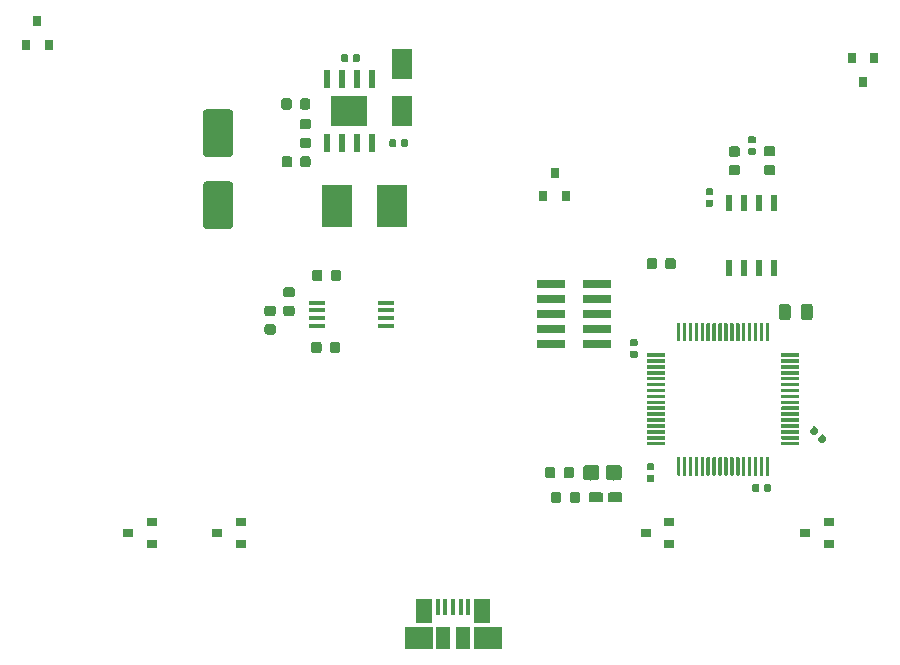
<source format=gbr>
G04 #@! TF.GenerationSoftware,KiCad,Pcbnew,(5.1.4)-1*
G04 #@! TF.CreationDate,2021-11-29T21:00:52-05:00*
G04 #@! TF.ProjectId,OpenTelemetry_Aux,4f70656e-5465-46c6-956d-657472795f41,rev?*
G04 #@! TF.SameCoordinates,Original*
G04 #@! TF.FileFunction,Paste,Bot*
G04 #@! TF.FilePolarity,Positive*
%FSLAX46Y46*%
G04 Gerber Fmt 4.6, Leading zero omitted, Abs format (unit mm)*
G04 Created by KiCad (PCBNEW (5.1.4)-1) date 2021-11-29 21:00:52*
%MOMM*%
%LPD*%
G04 APERTURE LIST*
%ADD10C,0.100000*%
%ADD11C,2.500000*%
%ADD12R,2.500000X3.600000*%
%ADD13R,0.800000X0.900000*%
%ADD14R,0.900000X0.800000*%
%ADD15R,1.175000X1.900000*%
%ADD16R,2.375000X1.900000*%
%ADD17R,1.475000X2.100000*%
%ADD18R,0.450000X1.380000*%
%ADD19C,0.875000*%
%ADD20C,0.590000*%
%ADD21C,0.975000*%
%ADD22C,1.300000*%
%ADD23C,0.850000*%
%ADD24R,0.600000X1.550000*%
%ADD25R,3.100000X2.600000*%
%ADD26R,0.600000X1.400000*%
%ADD27R,1.450000X0.450000*%
%ADD28C,0.300000*%
%ADD29R,2.400000X0.740000*%
%ADD30R,1.800000X2.500000*%
G04 APERTURE END LIST*
D10*
G36*
X149324504Y-74251204D02*
G01*
X149348773Y-74254804D01*
X149372571Y-74260765D01*
X149395671Y-74269030D01*
X149417849Y-74279520D01*
X149438893Y-74292133D01*
X149458598Y-74306747D01*
X149476777Y-74323223D01*
X149493253Y-74341402D01*
X149507867Y-74361107D01*
X149520480Y-74382151D01*
X149530970Y-74404329D01*
X149539235Y-74427429D01*
X149545196Y-74451227D01*
X149548796Y-74475496D01*
X149550000Y-74500000D01*
X149550000Y-78000000D01*
X149548796Y-78024504D01*
X149545196Y-78048773D01*
X149539235Y-78072571D01*
X149530970Y-78095671D01*
X149520480Y-78117849D01*
X149507867Y-78138893D01*
X149493253Y-78158598D01*
X149476777Y-78176777D01*
X149458598Y-78193253D01*
X149438893Y-78207867D01*
X149417849Y-78220480D01*
X149395671Y-78230970D01*
X149372571Y-78239235D01*
X149348773Y-78245196D01*
X149324504Y-78248796D01*
X149300000Y-78250000D01*
X147300000Y-78250000D01*
X147275496Y-78248796D01*
X147251227Y-78245196D01*
X147227429Y-78239235D01*
X147204329Y-78230970D01*
X147182151Y-78220480D01*
X147161107Y-78207867D01*
X147141402Y-78193253D01*
X147123223Y-78176777D01*
X147106747Y-78158598D01*
X147092133Y-78138893D01*
X147079520Y-78117849D01*
X147069030Y-78095671D01*
X147060765Y-78072571D01*
X147054804Y-78048773D01*
X147051204Y-78024504D01*
X147050000Y-78000000D01*
X147050000Y-74500000D01*
X147051204Y-74475496D01*
X147054804Y-74451227D01*
X147060765Y-74427429D01*
X147069030Y-74404329D01*
X147079520Y-74382151D01*
X147092133Y-74361107D01*
X147106747Y-74341402D01*
X147123223Y-74323223D01*
X147141402Y-74306747D01*
X147161107Y-74292133D01*
X147182151Y-74279520D01*
X147204329Y-74269030D01*
X147227429Y-74260765D01*
X147251227Y-74254804D01*
X147275496Y-74251204D01*
X147300000Y-74250000D01*
X149300000Y-74250000D01*
X149324504Y-74251204D01*
X149324504Y-74251204D01*
G37*
D11*
X148300000Y-76250000D03*
D10*
G36*
X149324504Y-80351204D02*
G01*
X149348773Y-80354804D01*
X149372571Y-80360765D01*
X149395671Y-80369030D01*
X149417849Y-80379520D01*
X149438893Y-80392133D01*
X149458598Y-80406747D01*
X149476777Y-80423223D01*
X149493253Y-80441402D01*
X149507867Y-80461107D01*
X149520480Y-80482151D01*
X149530970Y-80504329D01*
X149539235Y-80527429D01*
X149545196Y-80551227D01*
X149548796Y-80575496D01*
X149550000Y-80600000D01*
X149550000Y-84100000D01*
X149548796Y-84124504D01*
X149545196Y-84148773D01*
X149539235Y-84172571D01*
X149530970Y-84195671D01*
X149520480Y-84217849D01*
X149507867Y-84238893D01*
X149493253Y-84258598D01*
X149476777Y-84276777D01*
X149458598Y-84293253D01*
X149438893Y-84307867D01*
X149417849Y-84320480D01*
X149395671Y-84330970D01*
X149372571Y-84339235D01*
X149348773Y-84345196D01*
X149324504Y-84348796D01*
X149300000Y-84350000D01*
X147300000Y-84350000D01*
X147275496Y-84348796D01*
X147251227Y-84345196D01*
X147227429Y-84339235D01*
X147204329Y-84330970D01*
X147182151Y-84320480D01*
X147161107Y-84307867D01*
X147141402Y-84293253D01*
X147123223Y-84276777D01*
X147106747Y-84258598D01*
X147092133Y-84238893D01*
X147079520Y-84217849D01*
X147069030Y-84195671D01*
X147060765Y-84172571D01*
X147054804Y-84148773D01*
X147051204Y-84124504D01*
X147050000Y-84100000D01*
X147050000Y-80600000D01*
X147051204Y-80575496D01*
X147054804Y-80551227D01*
X147060765Y-80527429D01*
X147069030Y-80504329D01*
X147079520Y-80482151D01*
X147092133Y-80461107D01*
X147106747Y-80441402D01*
X147123223Y-80423223D01*
X147141402Y-80406747D01*
X147161107Y-80392133D01*
X147182151Y-80379520D01*
X147204329Y-80369030D01*
X147227429Y-80360765D01*
X147251227Y-80354804D01*
X147275496Y-80351204D01*
X147300000Y-80350000D01*
X149300000Y-80350000D01*
X149324504Y-80351204D01*
X149324504Y-80351204D01*
G37*
D11*
X148300000Y-82350000D03*
D12*
X163030000Y-82440000D03*
X158330000Y-82440000D03*
D13*
X176800000Y-79600000D03*
X175850000Y-81600000D03*
X177750000Y-81600000D03*
D14*
X184500000Y-110100000D03*
X186500000Y-111050000D03*
X186500000Y-109150000D03*
D15*
X167360000Y-119000000D03*
X169040000Y-119000000D03*
D16*
X165290000Y-119000000D03*
X171110000Y-119000000D03*
D17*
X165737500Y-116700000D03*
X170662500Y-116700000D03*
D18*
X166900000Y-116340000D03*
X167550000Y-116340000D03*
X168200000Y-116340000D03*
X168850000Y-116340000D03*
X169500000Y-116340000D03*
D10*
G36*
X154330191Y-73316053D02*
G01*
X154351426Y-73319203D01*
X154372250Y-73324419D01*
X154392462Y-73331651D01*
X154411868Y-73340830D01*
X154430281Y-73351866D01*
X154447524Y-73364654D01*
X154463430Y-73379070D01*
X154477846Y-73394976D01*
X154490634Y-73412219D01*
X154501670Y-73430632D01*
X154510849Y-73450038D01*
X154518081Y-73470250D01*
X154523297Y-73491074D01*
X154526447Y-73512309D01*
X154527500Y-73533750D01*
X154527500Y-74046250D01*
X154526447Y-74067691D01*
X154523297Y-74088926D01*
X154518081Y-74109750D01*
X154510849Y-74129962D01*
X154501670Y-74149368D01*
X154490634Y-74167781D01*
X154477846Y-74185024D01*
X154463430Y-74200930D01*
X154447524Y-74215346D01*
X154430281Y-74228134D01*
X154411868Y-74239170D01*
X154392462Y-74248349D01*
X154372250Y-74255581D01*
X154351426Y-74260797D01*
X154330191Y-74263947D01*
X154308750Y-74265000D01*
X153871250Y-74265000D01*
X153849809Y-74263947D01*
X153828574Y-74260797D01*
X153807750Y-74255581D01*
X153787538Y-74248349D01*
X153768132Y-74239170D01*
X153749719Y-74228134D01*
X153732476Y-74215346D01*
X153716570Y-74200930D01*
X153702154Y-74185024D01*
X153689366Y-74167781D01*
X153678330Y-74149368D01*
X153669151Y-74129962D01*
X153661919Y-74109750D01*
X153656703Y-74088926D01*
X153653553Y-74067691D01*
X153652500Y-74046250D01*
X153652500Y-73533750D01*
X153653553Y-73512309D01*
X153656703Y-73491074D01*
X153661919Y-73470250D01*
X153669151Y-73450038D01*
X153678330Y-73430632D01*
X153689366Y-73412219D01*
X153702154Y-73394976D01*
X153716570Y-73379070D01*
X153732476Y-73364654D01*
X153749719Y-73351866D01*
X153768132Y-73340830D01*
X153787538Y-73331651D01*
X153807750Y-73324419D01*
X153828574Y-73319203D01*
X153849809Y-73316053D01*
X153871250Y-73315000D01*
X154308750Y-73315000D01*
X154330191Y-73316053D01*
X154330191Y-73316053D01*
G37*
D19*
X154090000Y-73790000D03*
D10*
G36*
X155905191Y-73316053D02*
G01*
X155926426Y-73319203D01*
X155947250Y-73324419D01*
X155967462Y-73331651D01*
X155986868Y-73340830D01*
X156005281Y-73351866D01*
X156022524Y-73364654D01*
X156038430Y-73379070D01*
X156052846Y-73394976D01*
X156065634Y-73412219D01*
X156076670Y-73430632D01*
X156085849Y-73450038D01*
X156093081Y-73470250D01*
X156098297Y-73491074D01*
X156101447Y-73512309D01*
X156102500Y-73533750D01*
X156102500Y-74046250D01*
X156101447Y-74067691D01*
X156098297Y-74088926D01*
X156093081Y-74109750D01*
X156085849Y-74129962D01*
X156076670Y-74149368D01*
X156065634Y-74167781D01*
X156052846Y-74185024D01*
X156038430Y-74200930D01*
X156022524Y-74215346D01*
X156005281Y-74228134D01*
X155986868Y-74239170D01*
X155967462Y-74248349D01*
X155947250Y-74255581D01*
X155926426Y-74260797D01*
X155905191Y-74263947D01*
X155883750Y-74265000D01*
X155446250Y-74265000D01*
X155424809Y-74263947D01*
X155403574Y-74260797D01*
X155382750Y-74255581D01*
X155362538Y-74248349D01*
X155343132Y-74239170D01*
X155324719Y-74228134D01*
X155307476Y-74215346D01*
X155291570Y-74200930D01*
X155277154Y-74185024D01*
X155264366Y-74167781D01*
X155253330Y-74149368D01*
X155244151Y-74129962D01*
X155236919Y-74109750D01*
X155231703Y-74088926D01*
X155228553Y-74067691D01*
X155227500Y-74046250D01*
X155227500Y-73533750D01*
X155228553Y-73512309D01*
X155231703Y-73491074D01*
X155236919Y-73470250D01*
X155244151Y-73450038D01*
X155253330Y-73430632D01*
X155264366Y-73412219D01*
X155277154Y-73394976D01*
X155291570Y-73379070D01*
X155307476Y-73364654D01*
X155324719Y-73351866D01*
X155343132Y-73340830D01*
X155362538Y-73331651D01*
X155382750Y-73324419D01*
X155403574Y-73319203D01*
X155424809Y-73316053D01*
X155446250Y-73315000D01*
X155883750Y-73315000D01*
X155905191Y-73316053D01*
X155905191Y-73316053D01*
G37*
D19*
X155665000Y-73790000D03*
D10*
G36*
X185086958Y-105190710D02*
G01*
X185101276Y-105192834D01*
X185115317Y-105196351D01*
X185128946Y-105201228D01*
X185142031Y-105207417D01*
X185154447Y-105214858D01*
X185166073Y-105223481D01*
X185176798Y-105233202D01*
X185186519Y-105243927D01*
X185195142Y-105255553D01*
X185202583Y-105267969D01*
X185208772Y-105281054D01*
X185213649Y-105294683D01*
X185217166Y-105308724D01*
X185219290Y-105323042D01*
X185220000Y-105337500D01*
X185220000Y-105632500D01*
X185219290Y-105646958D01*
X185217166Y-105661276D01*
X185213649Y-105675317D01*
X185208772Y-105688946D01*
X185202583Y-105702031D01*
X185195142Y-105714447D01*
X185186519Y-105726073D01*
X185176798Y-105736798D01*
X185166073Y-105746519D01*
X185154447Y-105755142D01*
X185142031Y-105762583D01*
X185128946Y-105768772D01*
X185115317Y-105773649D01*
X185101276Y-105777166D01*
X185086958Y-105779290D01*
X185072500Y-105780000D01*
X184727500Y-105780000D01*
X184713042Y-105779290D01*
X184698724Y-105777166D01*
X184684683Y-105773649D01*
X184671054Y-105768772D01*
X184657969Y-105762583D01*
X184645553Y-105755142D01*
X184633927Y-105746519D01*
X184623202Y-105736798D01*
X184613481Y-105726073D01*
X184604858Y-105714447D01*
X184597417Y-105702031D01*
X184591228Y-105688946D01*
X184586351Y-105675317D01*
X184582834Y-105661276D01*
X184580710Y-105646958D01*
X184580000Y-105632500D01*
X184580000Y-105337500D01*
X184580710Y-105323042D01*
X184582834Y-105308724D01*
X184586351Y-105294683D01*
X184591228Y-105281054D01*
X184597417Y-105267969D01*
X184604858Y-105255553D01*
X184613481Y-105243927D01*
X184623202Y-105233202D01*
X184633927Y-105223481D01*
X184645553Y-105214858D01*
X184657969Y-105207417D01*
X184671054Y-105201228D01*
X184684683Y-105196351D01*
X184698724Y-105192834D01*
X184713042Y-105190710D01*
X184727500Y-105190000D01*
X185072500Y-105190000D01*
X185086958Y-105190710D01*
X185086958Y-105190710D01*
G37*
D20*
X184900000Y-105485000D03*
D10*
G36*
X185086958Y-104220710D02*
G01*
X185101276Y-104222834D01*
X185115317Y-104226351D01*
X185128946Y-104231228D01*
X185142031Y-104237417D01*
X185154447Y-104244858D01*
X185166073Y-104253481D01*
X185176798Y-104263202D01*
X185186519Y-104273927D01*
X185195142Y-104285553D01*
X185202583Y-104297969D01*
X185208772Y-104311054D01*
X185213649Y-104324683D01*
X185217166Y-104338724D01*
X185219290Y-104353042D01*
X185220000Y-104367500D01*
X185220000Y-104662500D01*
X185219290Y-104676958D01*
X185217166Y-104691276D01*
X185213649Y-104705317D01*
X185208772Y-104718946D01*
X185202583Y-104732031D01*
X185195142Y-104744447D01*
X185186519Y-104756073D01*
X185176798Y-104766798D01*
X185166073Y-104776519D01*
X185154447Y-104785142D01*
X185142031Y-104792583D01*
X185128946Y-104798772D01*
X185115317Y-104803649D01*
X185101276Y-104807166D01*
X185086958Y-104809290D01*
X185072500Y-104810000D01*
X184727500Y-104810000D01*
X184713042Y-104809290D01*
X184698724Y-104807166D01*
X184684683Y-104803649D01*
X184671054Y-104798772D01*
X184657969Y-104792583D01*
X184645553Y-104785142D01*
X184633927Y-104776519D01*
X184623202Y-104766798D01*
X184613481Y-104756073D01*
X184604858Y-104744447D01*
X184597417Y-104732031D01*
X184591228Y-104718946D01*
X184586351Y-104705317D01*
X184582834Y-104691276D01*
X184580710Y-104676958D01*
X184580000Y-104662500D01*
X184580000Y-104367500D01*
X184580710Y-104353042D01*
X184582834Y-104338724D01*
X184586351Y-104324683D01*
X184591228Y-104311054D01*
X184597417Y-104297969D01*
X184604858Y-104285553D01*
X184613481Y-104273927D01*
X184623202Y-104263202D01*
X184633927Y-104253481D01*
X184645553Y-104244858D01*
X184657969Y-104237417D01*
X184671054Y-104231228D01*
X184684683Y-104226351D01*
X184698724Y-104222834D01*
X184713042Y-104220710D01*
X184727500Y-104220000D01*
X185072500Y-104220000D01*
X185086958Y-104220710D01*
X185086958Y-104220710D01*
G37*
D20*
X184900000Y-104515000D03*
D10*
G36*
X198420142Y-90701174D02*
G01*
X198443803Y-90704684D01*
X198467007Y-90710496D01*
X198489529Y-90718554D01*
X198511153Y-90728782D01*
X198531670Y-90741079D01*
X198550883Y-90755329D01*
X198568607Y-90771393D01*
X198584671Y-90789117D01*
X198598921Y-90808330D01*
X198611218Y-90828847D01*
X198621446Y-90850471D01*
X198629504Y-90872993D01*
X198635316Y-90896197D01*
X198638826Y-90919858D01*
X198640000Y-90943750D01*
X198640000Y-91856250D01*
X198638826Y-91880142D01*
X198635316Y-91903803D01*
X198629504Y-91927007D01*
X198621446Y-91949529D01*
X198611218Y-91971153D01*
X198598921Y-91991670D01*
X198584671Y-92010883D01*
X198568607Y-92028607D01*
X198550883Y-92044671D01*
X198531670Y-92058921D01*
X198511153Y-92071218D01*
X198489529Y-92081446D01*
X198467007Y-92089504D01*
X198443803Y-92095316D01*
X198420142Y-92098826D01*
X198396250Y-92100000D01*
X197908750Y-92100000D01*
X197884858Y-92098826D01*
X197861197Y-92095316D01*
X197837993Y-92089504D01*
X197815471Y-92081446D01*
X197793847Y-92071218D01*
X197773330Y-92058921D01*
X197754117Y-92044671D01*
X197736393Y-92028607D01*
X197720329Y-92010883D01*
X197706079Y-91991670D01*
X197693782Y-91971153D01*
X197683554Y-91949529D01*
X197675496Y-91927007D01*
X197669684Y-91903803D01*
X197666174Y-91880142D01*
X197665000Y-91856250D01*
X197665000Y-90943750D01*
X197666174Y-90919858D01*
X197669684Y-90896197D01*
X197675496Y-90872993D01*
X197683554Y-90850471D01*
X197693782Y-90828847D01*
X197706079Y-90808330D01*
X197720329Y-90789117D01*
X197736393Y-90771393D01*
X197754117Y-90755329D01*
X197773330Y-90741079D01*
X197793847Y-90728782D01*
X197815471Y-90718554D01*
X197837993Y-90710496D01*
X197861197Y-90704684D01*
X197884858Y-90701174D01*
X197908750Y-90700000D01*
X198396250Y-90700000D01*
X198420142Y-90701174D01*
X198420142Y-90701174D01*
G37*
D21*
X198152500Y-91400000D03*
D10*
G36*
X196545142Y-90701174D02*
G01*
X196568803Y-90704684D01*
X196592007Y-90710496D01*
X196614529Y-90718554D01*
X196636153Y-90728782D01*
X196656670Y-90741079D01*
X196675883Y-90755329D01*
X196693607Y-90771393D01*
X196709671Y-90789117D01*
X196723921Y-90808330D01*
X196736218Y-90828847D01*
X196746446Y-90850471D01*
X196754504Y-90872993D01*
X196760316Y-90896197D01*
X196763826Y-90919858D01*
X196765000Y-90943750D01*
X196765000Y-91856250D01*
X196763826Y-91880142D01*
X196760316Y-91903803D01*
X196754504Y-91927007D01*
X196746446Y-91949529D01*
X196736218Y-91971153D01*
X196723921Y-91991670D01*
X196709671Y-92010883D01*
X196693607Y-92028607D01*
X196675883Y-92044671D01*
X196656670Y-92058921D01*
X196636153Y-92071218D01*
X196614529Y-92081446D01*
X196592007Y-92089504D01*
X196568803Y-92095316D01*
X196545142Y-92098826D01*
X196521250Y-92100000D01*
X196033750Y-92100000D01*
X196009858Y-92098826D01*
X195986197Y-92095316D01*
X195962993Y-92089504D01*
X195940471Y-92081446D01*
X195918847Y-92071218D01*
X195898330Y-92058921D01*
X195879117Y-92044671D01*
X195861393Y-92028607D01*
X195845329Y-92010883D01*
X195831079Y-91991670D01*
X195818782Y-91971153D01*
X195808554Y-91949529D01*
X195800496Y-91927007D01*
X195794684Y-91903803D01*
X195791174Y-91880142D01*
X195790000Y-91856250D01*
X195790000Y-90943750D01*
X195791174Y-90919858D01*
X195794684Y-90896197D01*
X195800496Y-90872993D01*
X195808554Y-90850471D01*
X195818782Y-90828847D01*
X195831079Y-90808330D01*
X195845329Y-90789117D01*
X195861393Y-90771393D01*
X195879117Y-90755329D01*
X195898330Y-90741079D01*
X195918847Y-90728782D01*
X195940471Y-90718554D01*
X195962993Y-90710496D01*
X195986197Y-90704684D01*
X196009858Y-90701174D01*
X196033750Y-90700000D01*
X196521250Y-90700000D01*
X196545142Y-90701174D01*
X196545142Y-90701174D01*
G37*
D21*
X196277500Y-91400000D03*
D10*
G36*
X185265191Y-86826053D02*
G01*
X185286426Y-86829203D01*
X185307250Y-86834419D01*
X185327462Y-86841651D01*
X185346868Y-86850830D01*
X185365281Y-86861866D01*
X185382524Y-86874654D01*
X185398430Y-86889070D01*
X185412846Y-86904976D01*
X185425634Y-86922219D01*
X185436670Y-86940632D01*
X185445849Y-86960038D01*
X185453081Y-86980250D01*
X185458297Y-87001074D01*
X185461447Y-87022309D01*
X185462500Y-87043750D01*
X185462500Y-87556250D01*
X185461447Y-87577691D01*
X185458297Y-87598926D01*
X185453081Y-87619750D01*
X185445849Y-87639962D01*
X185436670Y-87659368D01*
X185425634Y-87677781D01*
X185412846Y-87695024D01*
X185398430Y-87710930D01*
X185382524Y-87725346D01*
X185365281Y-87738134D01*
X185346868Y-87749170D01*
X185327462Y-87758349D01*
X185307250Y-87765581D01*
X185286426Y-87770797D01*
X185265191Y-87773947D01*
X185243750Y-87775000D01*
X184806250Y-87775000D01*
X184784809Y-87773947D01*
X184763574Y-87770797D01*
X184742750Y-87765581D01*
X184722538Y-87758349D01*
X184703132Y-87749170D01*
X184684719Y-87738134D01*
X184667476Y-87725346D01*
X184651570Y-87710930D01*
X184637154Y-87695024D01*
X184624366Y-87677781D01*
X184613330Y-87659368D01*
X184604151Y-87639962D01*
X184596919Y-87619750D01*
X184591703Y-87598926D01*
X184588553Y-87577691D01*
X184587500Y-87556250D01*
X184587500Y-87043750D01*
X184588553Y-87022309D01*
X184591703Y-87001074D01*
X184596919Y-86980250D01*
X184604151Y-86960038D01*
X184613330Y-86940632D01*
X184624366Y-86922219D01*
X184637154Y-86904976D01*
X184651570Y-86889070D01*
X184667476Y-86874654D01*
X184684719Y-86861866D01*
X184703132Y-86850830D01*
X184722538Y-86841651D01*
X184742750Y-86834419D01*
X184763574Y-86829203D01*
X184784809Y-86826053D01*
X184806250Y-86825000D01*
X185243750Y-86825000D01*
X185265191Y-86826053D01*
X185265191Y-86826053D01*
G37*
D19*
X185025000Y-87300000D03*
D10*
G36*
X186840191Y-86826053D02*
G01*
X186861426Y-86829203D01*
X186882250Y-86834419D01*
X186902462Y-86841651D01*
X186921868Y-86850830D01*
X186940281Y-86861866D01*
X186957524Y-86874654D01*
X186973430Y-86889070D01*
X186987846Y-86904976D01*
X187000634Y-86922219D01*
X187011670Y-86940632D01*
X187020849Y-86960038D01*
X187028081Y-86980250D01*
X187033297Y-87001074D01*
X187036447Y-87022309D01*
X187037500Y-87043750D01*
X187037500Y-87556250D01*
X187036447Y-87577691D01*
X187033297Y-87598926D01*
X187028081Y-87619750D01*
X187020849Y-87639962D01*
X187011670Y-87659368D01*
X187000634Y-87677781D01*
X186987846Y-87695024D01*
X186973430Y-87710930D01*
X186957524Y-87725346D01*
X186940281Y-87738134D01*
X186921868Y-87749170D01*
X186902462Y-87758349D01*
X186882250Y-87765581D01*
X186861426Y-87770797D01*
X186840191Y-87773947D01*
X186818750Y-87775000D01*
X186381250Y-87775000D01*
X186359809Y-87773947D01*
X186338574Y-87770797D01*
X186317750Y-87765581D01*
X186297538Y-87758349D01*
X186278132Y-87749170D01*
X186259719Y-87738134D01*
X186242476Y-87725346D01*
X186226570Y-87710930D01*
X186212154Y-87695024D01*
X186199366Y-87677781D01*
X186188330Y-87659368D01*
X186179151Y-87639962D01*
X186171919Y-87619750D01*
X186166703Y-87598926D01*
X186163553Y-87577691D01*
X186162500Y-87556250D01*
X186162500Y-87043750D01*
X186163553Y-87022309D01*
X186166703Y-87001074D01*
X186171919Y-86980250D01*
X186179151Y-86960038D01*
X186188330Y-86940632D01*
X186199366Y-86922219D01*
X186212154Y-86904976D01*
X186226570Y-86889070D01*
X186242476Y-86874654D01*
X186259719Y-86861866D01*
X186278132Y-86850830D01*
X186297538Y-86841651D01*
X186317750Y-86834419D01*
X186338574Y-86829203D01*
X186359809Y-86826053D01*
X186381250Y-86825000D01*
X186818750Y-86825000D01*
X186840191Y-86826053D01*
X186840191Y-86826053D01*
G37*
D19*
X186600000Y-87300000D03*
D10*
G36*
X194961958Y-105980710D02*
G01*
X194976276Y-105982834D01*
X194990317Y-105986351D01*
X195003946Y-105991228D01*
X195017031Y-105997417D01*
X195029447Y-106004858D01*
X195041073Y-106013481D01*
X195051798Y-106023202D01*
X195061519Y-106033927D01*
X195070142Y-106045553D01*
X195077583Y-106057969D01*
X195083772Y-106071054D01*
X195088649Y-106084683D01*
X195092166Y-106098724D01*
X195094290Y-106113042D01*
X195095000Y-106127500D01*
X195095000Y-106472500D01*
X195094290Y-106486958D01*
X195092166Y-106501276D01*
X195088649Y-106515317D01*
X195083772Y-106528946D01*
X195077583Y-106542031D01*
X195070142Y-106554447D01*
X195061519Y-106566073D01*
X195051798Y-106576798D01*
X195041073Y-106586519D01*
X195029447Y-106595142D01*
X195017031Y-106602583D01*
X195003946Y-106608772D01*
X194990317Y-106613649D01*
X194976276Y-106617166D01*
X194961958Y-106619290D01*
X194947500Y-106620000D01*
X194652500Y-106620000D01*
X194638042Y-106619290D01*
X194623724Y-106617166D01*
X194609683Y-106613649D01*
X194596054Y-106608772D01*
X194582969Y-106602583D01*
X194570553Y-106595142D01*
X194558927Y-106586519D01*
X194548202Y-106576798D01*
X194538481Y-106566073D01*
X194529858Y-106554447D01*
X194522417Y-106542031D01*
X194516228Y-106528946D01*
X194511351Y-106515317D01*
X194507834Y-106501276D01*
X194505710Y-106486958D01*
X194505000Y-106472500D01*
X194505000Y-106127500D01*
X194505710Y-106113042D01*
X194507834Y-106098724D01*
X194511351Y-106084683D01*
X194516228Y-106071054D01*
X194522417Y-106057969D01*
X194529858Y-106045553D01*
X194538481Y-106033927D01*
X194548202Y-106023202D01*
X194558927Y-106013481D01*
X194570553Y-106004858D01*
X194582969Y-105997417D01*
X194596054Y-105991228D01*
X194609683Y-105986351D01*
X194623724Y-105982834D01*
X194638042Y-105980710D01*
X194652500Y-105980000D01*
X194947500Y-105980000D01*
X194961958Y-105980710D01*
X194961958Y-105980710D01*
G37*
D20*
X194800000Y-106300000D03*
D10*
G36*
X193991958Y-105980710D02*
G01*
X194006276Y-105982834D01*
X194020317Y-105986351D01*
X194033946Y-105991228D01*
X194047031Y-105997417D01*
X194059447Y-106004858D01*
X194071073Y-106013481D01*
X194081798Y-106023202D01*
X194091519Y-106033927D01*
X194100142Y-106045553D01*
X194107583Y-106057969D01*
X194113772Y-106071054D01*
X194118649Y-106084683D01*
X194122166Y-106098724D01*
X194124290Y-106113042D01*
X194125000Y-106127500D01*
X194125000Y-106472500D01*
X194124290Y-106486958D01*
X194122166Y-106501276D01*
X194118649Y-106515317D01*
X194113772Y-106528946D01*
X194107583Y-106542031D01*
X194100142Y-106554447D01*
X194091519Y-106566073D01*
X194081798Y-106576798D01*
X194071073Y-106586519D01*
X194059447Y-106595142D01*
X194047031Y-106602583D01*
X194033946Y-106608772D01*
X194020317Y-106613649D01*
X194006276Y-106617166D01*
X193991958Y-106619290D01*
X193977500Y-106620000D01*
X193682500Y-106620000D01*
X193668042Y-106619290D01*
X193653724Y-106617166D01*
X193639683Y-106613649D01*
X193626054Y-106608772D01*
X193612969Y-106602583D01*
X193600553Y-106595142D01*
X193588927Y-106586519D01*
X193578202Y-106576798D01*
X193568481Y-106566073D01*
X193559858Y-106554447D01*
X193552417Y-106542031D01*
X193546228Y-106528946D01*
X193541351Y-106515317D01*
X193537834Y-106501276D01*
X193535710Y-106486958D01*
X193535000Y-106472500D01*
X193535000Y-106127500D01*
X193535710Y-106113042D01*
X193537834Y-106098724D01*
X193541351Y-106084683D01*
X193546228Y-106071054D01*
X193552417Y-106057969D01*
X193559858Y-106045553D01*
X193568481Y-106033927D01*
X193578202Y-106023202D01*
X193588927Y-106013481D01*
X193600553Y-106004858D01*
X193612969Y-105997417D01*
X193626054Y-105991228D01*
X193639683Y-105986351D01*
X193653724Y-105982834D01*
X193668042Y-105980710D01*
X193682500Y-105980000D01*
X193977500Y-105980000D01*
X193991958Y-105980710D01*
X193991958Y-105980710D01*
G37*
D20*
X193830000Y-106300000D03*
D10*
G36*
X199460083Y-101769883D02*
G01*
X199474401Y-101772007D01*
X199488442Y-101775524D01*
X199502071Y-101780401D01*
X199515156Y-101786590D01*
X199527572Y-101794031D01*
X199539198Y-101802654D01*
X199549923Y-101812375D01*
X199758519Y-102020971D01*
X199768240Y-102031696D01*
X199776863Y-102043322D01*
X199784304Y-102055738D01*
X199790493Y-102068823D01*
X199795370Y-102082452D01*
X199798887Y-102096493D01*
X199801011Y-102110811D01*
X199801721Y-102125269D01*
X199801011Y-102139727D01*
X199798887Y-102154045D01*
X199795370Y-102168086D01*
X199790493Y-102181715D01*
X199784304Y-102194800D01*
X199776863Y-102207216D01*
X199768240Y-102218842D01*
X199758519Y-102229567D01*
X199514567Y-102473519D01*
X199503842Y-102483240D01*
X199492216Y-102491863D01*
X199479800Y-102499304D01*
X199466715Y-102505493D01*
X199453086Y-102510370D01*
X199439045Y-102513887D01*
X199424727Y-102516011D01*
X199410269Y-102516721D01*
X199395811Y-102516011D01*
X199381493Y-102513887D01*
X199367452Y-102510370D01*
X199353823Y-102505493D01*
X199340738Y-102499304D01*
X199328322Y-102491863D01*
X199316696Y-102483240D01*
X199305971Y-102473519D01*
X199097375Y-102264923D01*
X199087654Y-102254198D01*
X199079031Y-102242572D01*
X199071590Y-102230156D01*
X199065401Y-102217071D01*
X199060524Y-102203442D01*
X199057007Y-102189401D01*
X199054883Y-102175083D01*
X199054173Y-102160625D01*
X199054883Y-102146167D01*
X199057007Y-102131849D01*
X199060524Y-102117808D01*
X199065401Y-102104179D01*
X199071590Y-102091094D01*
X199079031Y-102078678D01*
X199087654Y-102067052D01*
X199097375Y-102056327D01*
X199341327Y-101812375D01*
X199352052Y-101802654D01*
X199363678Y-101794031D01*
X199376094Y-101786590D01*
X199389179Y-101780401D01*
X199402808Y-101775524D01*
X199416849Y-101772007D01*
X199431167Y-101769883D01*
X199445625Y-101769173D01*
X199460083Y-101769883D01*
X199460083Y-101769883D01*
G37*
D20*
X199427947Y-102142947D03*
D10*
G36*
X198774189Y-101083989D02*
G01*
X198788507Y-101086113D01*
X198802548Y-101089630D01*
X198816177Y-101094507D01*
X198829262Y-101100696D01*
X198841678Y-101108137D01*
X198853304Y-101116760D01*
X198864029Y-101126481D01*
X199072625Y-101335077D01*
X199082346Y-101345802D01*
X199090969Y-101357428D01*
X199098410Y-101369844D01*
X199104599Y-101382929D01*
X199109476Y-101396558D01*
X199112993Y-101410599D01*
X199115117Y-101424917D01*
X199115827Y-101439375D01*
X199115117Y-101453833D01*
X199112993Y-101468151D01*
X199109476Y-101482192D01*
X199104599Y-101495821D01*
X199098410Y-101508906D01*
X199090969Y-101521322D01*
X199082346Y-101532948D01*
X199072625Y-101543673D01*
X198828673Y-101787625D01*
X198817948Y-101797346D01*
X198806322Y-101805969D01*
X198793906Y-101813410D01*
X198780821Y-101819599D01*
X198767192Y-101824476D01*
X198753151Y-101827993D01*
X198738833Y-101830117D01*
X198724375Y-101830827D01*
X198709917Y-101830117D01*
X198695599Y-101827993D01*
X198681558Y-101824476D01*
X198667929Y-101819599D01*
X198654844Y-101813410D01*
X198642428Y-101805969D01*
X198630802Y-101797346D01*
X198620077Y-101787625D01*
X198411481Y-101579029D01*
X198401760Y-101568304D01*
X198393137Y-101556678D01*
X198385696Y-101544262D01*
X198379507Y-101531177D01*
X198374630Y-101517548D01*
X198371113Y-101503507D01*
X198368989Y-101489189D01*
X198368279Y-101474731D01*
X198368989Y-101460273D01*
X198371113Y-101445955D01*
X198374630Y-101431914D01*
X198379507Y-101418285D01*
X198385696Y-101405200D01*
X198393137Y-101392784D01*
X198401760Y-101381158D01*
X198411481Y-101370433D01*
X198655433Y-101126481D01*
X198666158Y-101116760D01*
X198677784Y-101108137D01*
X198690200Y-101100696D01*
X198703285Y-101094507D01*
X198716914Y-101089630D01*
X198730955Y-101086113D01*
X198745273Y-101083989D01*
X198759731Y-101083279D01*
X198774189Y-101083989D01*
X198774189Y-101083989D01*
G37*
D20*
X198742053Y-101457053D03*
D10*
G36*
X183686958Y-93720710D02*
G01*
X183701276Y-93722834D01*
X183715317Y-93726351D01*
X183728946Y-93731228D01*
X183742031Y-93737417D01*
X183754447Y-93744858D01*
X183766073Y-93753481D01*
X183776798Y-93763202D01*
X183786519Y-93773927D01*
X183795142Y-93785553D01*
X183802583Y-93797969D01*
X183808772Y-93811054D01*
X183813649Y-93824683D01*
X183817166Y-93838724D01*
X183819290Y-93853042D01*
X183820000Y-93867500D01*
X183820000Y-94162500D01*
X183819290Y-94176958D01*
X183817166Y-94191276D01*
X183813649Y-94205317D01*
X183808772Y-94218946D01*
X183802583Y-94232031D01*
X183795142Y-94244447D01*
X183786519Y-94256073D01*
X183776798Y-94266798D01*
X183766073Y-94276519D01*
X183754447Y-94285142D01*
X183742031Y-94292583D01*
X183728946Y-94298772D01*
X183715317Y-94303649D01*
X183701276Y-94307166D01*
X183686958Y-94309290D01*
X183672500Y-94310000D01*
X183327500Y-94310000D01*
X183313042Y-94309290D01*
X183298724Y-94307166D01*
X183284683Y-94303649D01*
X183271054Y-94298772D01*
X183257969Y-94292583D01*
X183245553Y-94285142D01*
X183233927Y-94276519D01*
X183223202Y-94266798D01*
X183213481Y-94256073D01*
X183204858Y-94244447D01*
X183197417Y-94232031D01*
X183191228Y-94218946D01*
X183186351Y-94205317D01*
X183182834Y-94191276D01*
X183180710Y-94176958D01*
X183180000Y-94162500D01*
X183180000Y-93867500D01*
X183180710Y-93853042D01*
X183182834Y-93838724D01*
X183186351Y-93824683D01*
X183191228Y-93811054D01*
X183197417Y-93797969D01*
X183204858Y-93785553D01*
X183213481Y-93773927D01*
X183223202Y-93763202D01*
X183233927Y-93753481D01*
X183245553Y-93744858D01*
X183257969Y-93737417D01*
X183271054Y-93731228D01*
X183284683Y-93726351D01*
X183298724Y-93722834D01*
X183313042Y-93720710D01*
X183327500Y-93720000D01*
X183672500Y-93720000D01*
X183686958Y-93720710D01*
X183686958Y-93720710D01*
G37*
D20*
X183500000Y-94015000D03*
D10*
G36*
X183686958Y-94690710D02*
G01*
X183701276Y-94692834D01*
X183715317Y-94696351D01*
X183728946Y-94701228D01*
X183742031Y-94707417D01*
X183754447Y-94714858D01*
X183766073Y-94723481D01*
X183776798Y-94733202D01*
X183786519Y-94743927D01*
X183795142Y-94755553D01*
X183802583Y-94767969D01*
X183808772Y-94781054D01*
X183813649Y-94794683D01*
X183817166Y-94808724D01*
X183819290Y-94823042D01*
X183820000Y-94837500D01*
X183820000Y-95132500D01*
X183819290Y-95146958D01*
X183817166Y-95161276D01*
X183813649Y-95175317D01*
X183808772Y-95188946D01*
X183802583Y-95202031D01*
X183795142Y-95214447D01*
X183786519Y-95226073D01*
X183776798Y-95236798D01*
X183766073Y-95246519D01*
X183754447Y-95255142D01*
X183742031Y-95262583D01*
X183728946Y-95268772D01*
X183715317Y-95273649D01*
X183701276Y-95277166D01*
X183686958Y-95279290D01*
X183672500Y-95280000D01*
X183327500Y-95280000D01*
X183313042Y-95279290D01*
X183298724Y-95277166D01*
X183284683Y-95273649D01*
X183271054Y-95268772D01*
X183257969Y-95262583D01*
X183245553Y-95255142D01*
X183233927Y-95246519D01*
X183223202Y-95236798D01*
X183213481Y-95226073D01*
X183204858Y-95214447D01*
X183197417Y-95202031D01*
X183191228Y-95188946D01*
X183186351Y-95175317D01*
X183182834Y-95161276D01*
X183180710Y-95146958D01*
X183180000Y-95132500D01*
X183180000Y-94837500D01*
X183180710Y-94823042D01*
X183182834Y-94808724D01*
X183186351Y-94794683D01*
X183191228Y-94781054D01*
X183197417Y-94767969D01*
X183204858Y-94755553D01*
X183213481Y-94743927D01*
X183223202Y-94733202D01*
X183233927Y-94723481D01*
X183245553Y-94714858D01*
X183257969Y-94707417D01*
X183271054Y-94701228D01*
X183284683Y-94696351D01*
X183298724Y-94692834D01*
X183313042Y-94690710D01*
X183327500Y-94690000D01*
X183672500Y-94690000D01*
X183686958Y-94690710D01*
X183686958Y-94690710D01*
G37*
D20*
X183500000Y-94985000D03*
D10*
G36*
X182237004Y-104351204D02*
G01*
X182261273Y-104354804D01*
X182285071Y-104360765D01*
X182308171Y-104369030D01*
X182330349Y-104379520D01*
X182351393Y-104392133D01*
X182371098Y-104406747D01*
X182389277Y-104423223D01*
X182405753Y-104441402D01*
X182420367Y-104461107D01*
X182432980Y-104482151D01*
X182443470Y-104504329D01*
X182451735Y-104527429D01*
X182457696Y-104551227D01*
X182461296Y-104575496D01*
X182462500Y-104600000D01*
X182462500Y-105400000D01*
X182461296Y-105424504D01*
X182457696Y-105448773D01*
X182451735Y-105472571D01*
X182443470Y-105495671D01*
X182432980Y-105517849D01*
X182420367Y-105538893D01*
X182405753Y-105558598D01*
X182389277Y-105576777D01*
X182371098Y-105593253D01*
X182351393Y-105607867D01*
X182330349Y-105620480D01*
X182308171Y-105630970D01*
X182285071Y-105639235D01*
X182261273Y-105645196D01*
X182237004Y-105648796D01*
X182212500Y-105650000D01*
X181387500Y-105650000D01*
X181362996Y-105648796D01*
X181338727Y-105645196D01*
X181314929Y-105639235D01*
X181291829Y-105630970D01*
X181269651Y-105620480D01*
X181248607Y-105607867D01*
X181228902Y-105593253D01*
X181210723Y-105576777D01*
X181194247Y-105558598D01*
X181179633Y-105538893D01*
X181167020Y-105517849D01*
X181156530Y-105495671D01*
X181148265Y-105472571D01*
X181142304Y-105448773D01*
X181138704Y-105424504D01*
X181137500Y-105400000D01*
X181137500Y-104600000D01*
X181138704Y-104575496D01*
X181142304Y-104551227D01*
X181148265Y-104527429D01*
X181156530Y-104504329D01*
X181167020Y-104482151D01*
X181179633Y-104461107D01*
X181194247Y-104441402D01*
X181210723Y-104423223D01*
X181228902Y-104406747D01*
X181248607Y-104392133D01*
X181269651Y-104379520D01*
X181291829Y-104369030D01*
X181314929Y-104360765D01*
X181338727Y-104354804D01*
X181362996Y-104351204D01*
X181387500Y-104350000D01*
X182212500Y-104350000D01*
X182237004Y-104351204D01*
X182237004Y-104351204D01*
G37*
D22*
X181800000Y-105000000D03*
D10*
G36*
X180312004Y-104351204D02*
G01*
X180336273Y-104354804D01*
X180360071Y-104360765D01*
X180383171Y-104369030D01*
X180405349Y-104379520D01*
X180426393Y-104392133D01*
X180446098Y-104406747D01*
X180464277Y-104423223D01*
X180480753Y-104441402D01*
X180495367Y-104461107D01*
X180507980Y-104482151D01*
X180518470Y-104504329D01*
X180526735Y-104527429D01*
X180532696Y-104551227D01*
X180536296Y-104575496D01*
X180537500Y-104600000D01*
X180537500Y-105400000D01*
X180536296Y-105424504D01*
X180532696Y-105448773D01*
X180526735Y-105472571D01*
X180518470Y-105495671D01*
X180507980Y-105517849D01*
X180495367Y-105538893D01*
X180480753Y-105558598D01*
X180464277Y-105576777D01*
X180446098Y-105593253D01*
X180426393Y-105607867D01*
X180405349Y-105620480D01*
X180383171Y-105630970D01*
X180360071Y-105639235D01*
X180336273Y-105645196D01*
X180312004Y-105648796D01*
X180287500Y-105650000D01*
X179462500Y-105650000D01*
X179437996Y-105648796D01*
X179413727Y-105645196D01*
X179389929Y-105639235D01*
X179366829Y-105630970D01*
X179344651Y-105620480D01*
X179323607Y-105607867D01*
X179303902Y-105593253D01*
X179285723Y-105576777D01*
X179269247Y-105558598D01*
X179254633Y-105538893D01*
X179242020Y-105517849D01*
X179231530Y-105495671D01*
X179223265Y-105472571D01*
X179217304Y-105448773D01*
X179213704Y-105424504D01*
X179212500Y-105400000D01*
X179212500Y-104600000D01*
X179213704Y-104575496D01*
X179217304Y-104551227D01*
X179223265Y-104527429D01*
X179231530Y-104504329D01*
X179242020Y-104482151D01*
X179254633Y-104461107D01*
X179269247Y-104441402D01*
X179285723Y-104423223D01*
X179303902Y-104406747D01*
X179323607Y-104392133D01*
X179344651Y-104379520D01*
X179366829Y-104369030D01*
X179389929Y-104360765D01*
X179413727Y-104354804D01*
X179437996Y-104351204D01*
X179462500Y-104350000D01*
X180287500Y-104350000D01*
X180312004Y-104351204D01*
X180312004Y-104351204D01*
G37*
D22*
X179875000Y-105000000D03*
D10*
G36*
X178740191Y-106626053D02*
G01*
X178761426Y-106629203D01*
X178782250Y-106634419D01*
X178802462Y-106641651D01*
X178821868Y-106650830D01*
X178840281Y-106661866D01*
X178857524Y-106674654D01*
X178873430Y-106689070D01*
X178887846Y-106704976D01*
X178900634Y-106722219D01*
X178911670Y-106740632D01*
X178920849Y-106760038D01*
X178928081Y-106780250D01*
X178933297Y-106801074D01*
X178936447Y-106822309D01*
X178937500Y-106843750D01*
X178937500Y-107356250D01*
X178936447Y-107377691D01*
X178933297Y-107398926D01*
X178928081Y-107419750D01*
X178920849Y-107439962D01*
X178911670Y-107459368D01*
X178900634Y-107477781D01*
X178887846Y-107495024D01*
X178873430Y-107510930D01*
X178857524Y-107525346D01*
X178840281Y-107538134D01*
X178821868Y-107549170D01*
X178802462Y-107558349D01*
X178782250Y-107565581D01*
X178761426Y-107570797D01*
X178740191Y-107573947D01*
X178718750Y-107575000D01*
X178281250Y-107575000D01*
X178259809Y-107573947D01*
X178238574Y-107570797D01*
X178217750Y-107565581D01*
X178197538Y-107558349D01*
X178178132Y-107549170D01*
X178159719Y-107538134D01*
X178142476Y-107525346D01*
X178126570Y-107510930D01*
X178112154Y-107495024D01*
X178099366Y-107477781D01*
X178088330Y-107459368D01*
X178079151Y-107439962D01*
X178071919Y-107419750D01*
X178066703Y-107398926D01*
X178063553Y-107377691D01*
X178062500Y-107356250D01*
X178062500Y-106843750D01*
X178063553Y-106822309D01*
X178066703Y-106801074D01*
X178071919Y-106780250D01*
X178079151Y-106760038D01*
X178088330Y-106740632D01*
X178099366Y-106722219D01*
X178112154Y-106704976D01*
X178126570Y-106689070D01*
X178142476Y-106674654D01*
X178159719Y-106661866D01*
X178178132Y-106650830D01*
X178197538Y-106641651D01*
X178217750Y-106634419D01*
X178238574Y-106629203D01*
X178259809Y-106626053D01*
X178281250Y-106625000D01*
X178718750Y-106625000D01*
X178740191Y-106626053D01*
X178740191Y-106626053D01*
G37*
D19*
X178500000Y-107100000D03*
D10*
G36*
X177165191Y-106626053D02*
G01*
X177186426Y-106629203D01*
X177207250Y-106634419D01*
X177227462Y-106641651D01*
X177246868Y-106650830D01*
X177265281Y-106661866D01*
X177282524Y-106674654D01*
X177298430Y-106689070D01*
X177312846Y-106704976D01*
X177325634Y-106722219D01*
X177336670Y-106740632D01*
X177345849Y-106760038D01*
X177353081Y-106780250D01*
X177358297Y-106801074D01*
X177361447Y-106822309D01*
X177362500Y-106843750D01*
X177362500Y-107356250D01*
X177361447Y-107377691D01*
X177358297Y-107398926D01*
X177353081Y-107419750D01*
X177345849Y-107439962D01*
X177336670Y-107459368D01*
X177325634Y-107477781D01*
X177312846Y-107495024D01*
X177298430Y-107510930D01*
X177282524Y-107525346D01*
X177265281Y-107538134D01*
X177246868Y-107549170D01*
X177227462Y-107558349D01*
X177207250Y-107565581D01*
X177186426Y-107570797D01*
X177165191Y-107573947D01*
X177143750Y-107575000D01*
X176706250Y-107575000D01*
X176684809Y-107573947D01*
X176663574Y-107570797D01*
X176642750Y-107565581D01*
X176622538Y-107558349D01*
X176603132Y-107549170D01*
X176584719Y-107538134D01*
X176567476Y-107525346D01*
X176551570Y-107510930D01*
X176537154Y-107495024D01*
X176524366Y-107477781D01*
X176513330Y-107459368D01*
X176504151Y-107439962D01*
X176496919Y-107419750D01*
X176491703Y-107398926D01*
X176488553Y-107377691D01*
X176487500Y-107356250D01*
X176487500Y-106843750D01*
X176488553Y-106822309D01*
X176491703Y-106801074D01*
X176496919Y-106780250D01*
X176504151Y-106760038D01*
X176513330Y-106740632D01*
X176524366Y-106722219D01*
X176537154Y-106704976D01*
X176551570Y-106689070D01*
X176567476Y-106674654D01*
X176584719Y-106661866D01*
X176603132Y-106650830D01*
X176622538Y-106641651D01*
X176642750Y-106634419D01*
X176663574Y-106629203D01*
X176684809Y-106626053D01*
X176706250Y-106625000D01*
X177143750Y-106625000D01*
X177165191Y-106626053D01*
X177165191Y-106626053D01*
G37*
D19*
X176925000Y-107100000D03*
D10*
G36*
X182333329Y-106676023D02*
G01*
X182353957Y-106679083D01*
X182374185Y-106684150D01*
X182393820Y-106691176D01*
X182412672Y-106700092D01*
X182430559Y-106710813D01*
X182447309Y-106723235D01*
X182462760Y-106737240D01*
X182476765Y-106752691D01*
X182489187Y-106769441D01*
X182499908Y-106787328D01*
X182508824Y-106806180D01*
X182515850Y-106825815D01*
X182520917Y-106846043D01*
X182523977Y-106866671D01*
X182525000Y-106887500D01*
X182525000Y-107312500D01*
X182523977Y-107333329D01*
X182520917Y-107353957D01*
X182515850Y-107374185D01*
X182508824Y-107393820D01*
X182499908Y-107412672D01*
X182489187Y-107430559D01*
X182476765Y-107447309D01*
X182462760Y-107462760D01*
X182447309Y-107476765D01*
X182430559Y-107489187D01*
X182412672Y-107499908D01*
X182393820Y-107508824D01*
X182374185Y-107515850D01*
X182353957Y-107520917D01*
X182333329Y-107523977D01*
X182312500Y-107525000D01*
X181512500Y-107525000D01*
X181491671Y-107523977D01*
X181471043Y-107520917D01*
X181450815Y-107515850D01*
X181431180Y-107508824D01*
X181412328Y-107499908D01*
X181394441Y-107489187D01*
X181377691Y-107476765D01*
X181362240Y-107462760D01*
X181348235Y-107447309D01*
X181335813Y-107430559D01*
X181325092Y-107412672D01*
X181316176Y-107393820D01*
X181309150Y-107374185D01*
X181304083Y-107353957D01*
X181301023Y-107333329D01*
X181300000Y-107312500D01*
X181300000Y-106887500D01*
X181301023Y-106866671D01*
X181304083Y-106846043D01*
X181309150Y-106825815D01*
X181316176Y-106806180D01*
X181325092Y-106787328D01*
X181335813Y-106769441D01*
X181348235Y-106752691D01*
X181362240Y-106737240D01*
X181377691Y-106723235D01*
X181394441Y-106710813D01*
X181412328Y-106700092D01*
X181431180Y-106691176D01*
X181450815Y-106684150D01*
X181471043Y-106679083D01*
X181491671Y-106676023D01*
X181512500Y-106675000D01*
X182312500Y-106675000D01*
X182333329Y-106676023D01*
X182333329Y-106676023D01*
G37*
D23*
X181912500Y-107100000D03*
D10*
G36*
X180708329Y-106676023D02*
G01*
X180728957Y-106679083D01*
X180749185Y-106684150D01*
X180768820Y-106691176D01*
X180787672Y-106700092D01*
X180805559Y-106710813D01*
X180822309Y-106723235D01*
X180837760Y-106737240D01*
X180851765Y-106752691D01*
X180864187Y-106769441D01*
X180874908Y-106787328D01*
X180883824Y-106806180D01*
X180890850Y-106825815D01*
X180895917Y-106846043D01*
X180898977Y-106866671D01*
X180900000Y-106887500D01*
X180900000Y-107312500D01*
X180898977Y-107333329D01*
X180895917Y-107353957D01*
X180890850Y-107374185D01*
X180883824Y-107393820D01*
X180874908Y-107412672D01*
X180864187Y-107430559D01*
X180851765Y-107447309D01*
X180837760Y-107462760D01*
X180822309Y-107476765D01*
X180805559Y-107489187D01*
X180787672Y-107499908D01*
X180768820Y-107508824D01*
X180749185Y-107515850D01*
X180728957Y-107520917D01*
X180708329Y-107523977D01*
X180687500Y-107525000D01*
X179887500Y-107525000D01*
X179866671Y-107523977D01*
X179846043Y-107520917D01*
X179825815Y-107515850D01*
X179806180Y-107508824D01*
X179787328Y-107499908D01*
X179769441Y-107489187D01*
X179752691Y-107476765D01*
X179737240Y-107462760D01*
X179723235Y-107447309D01*
X179710813Y-107430559D01*
X179700092Y-107412672D01*
X179691176Y-107393820D01*
X179684150Y-107374185D01*
X179679083Y-107353957D01*
X179676023Y-107333329D01*
X179675000Y-107312500D01*
X179675000Y-106887500D01*
X179676023Y-106866671D01*
X179679083Y-106846043D01*
X179684150Y-106825815D01*
X179691176Y-106806180D01*
X179700092Y-106787328D01*
X179710813Y-106769441D01*
X179723235Y-106752691D01*
X179737240Y-106737240D01*
X179752691Y-106723235D01*
X179769441Y-106710813D01*
X179787328Y-106700092D01*
X179806180Y-106691176D01*
X179825815Y-106684150D01*
X179846043Y-106679083D01*
X179866671Y-106676023D01*
X179887500Y-106675000D01*
X180687500Y-106675000D01*
X180708329Y-106676023D01*
X180708329Y-106676023D01*
G37*
D23*
X180287500Y-107100000D03*
D10*
G36*
X178240191Y-104526053D02*
G01*
X178261426Y-104529203D01*
X178282250Y-104534419D01*
X178302462Y-104541651D01*
X178321868Y-104550830D01*
X178340281Y-104561866D01*
X178357524Y-104574654D01*
X178373430Y-104589070D01*
X178387846Y-104604976D01*
X178400634Y-104622219D01*
X178411670Y-104640632D01*
X178420849Y-104660038D01*
X178428081Y-104680250D01*
X178433297Y-104701074D01*
X178436447Y-104722309D01*
X178437500Y-104743750D01*
X178437500Y-105256250D01*
X178436447Y-105277691D01*
X178433297Y-105298926D01*
X178428081Y-105319750D01*
X178420849Y-105339962D01*
X178411670Y-105359368D01*
X178400634Y-105377781D01*
X178387846Y-105395024D01*
X178373430Y-105410930D01*
X178357524Y-105425346D01*
X178340281Y-105438134D01*
X178321868Y-105449170D01*
X178302462Y-105458349D01*
X178282250Y-105465581D01*
X178261426Y-105470797D01*
X178240191Y-105473947D01*
X178218750Y-105475000D01*
X177781250Y-105475000D01*
X177759809Y-105473947D01*
X177738574Y-105470797D01*
X177717750Y-105465581D01*
X177697538Y-105458349D01*
X177678132Y-105449170D01*
X177659719Y-105438134D01*
X177642476Y-105425346D01*
X177626570Y-105410930D01*
X177612154Y-105395024D01*
X177599366Y-105377781D01*
X177588330Y-105359368D01*
X177579151Y-105339962D01*
X177571919Y-105319750D01*
X177566703Y-105298926D01*
X177563553Y-105277691D01*
X177562500Y-105256250D01*
X177562500Y-104743750D01*
X177563553Y-104722309D01*
X177566703Y-104701074D01*
X177571919Y-104680250D01*
X177579151Y-104660038D01*
X177588330Y-104640632D01*
X177599366Y-104622219D01*
X177612154Y-104604976D01*
X177626570Y-104589070D01*
X177642476Y-104574654D01*
X177659719Y-104561866D01*
X177678132Y-104550830D01*
X177697538Y-104541651D01*
X177717750Y-104534419D01*
X177738574Y-104529203D01*
X177759809Y-104526053D01*
X177781250Y-104525000D01*
X178218750Y-104525000D01*
X178240191Y-104526053D01*
X178240191Y-104526053D01*
G37*
D19*
X178000000Y-105000000D03*
D10*
G36*
X176665191Y-104526053D02*
G01*
X176686426Y-104529203D01*
X176707250Y-104534419D01*
X176727462Y-104541651D01*
X176746868Y-104550830D01*
X176765281Y-104561866D01*
X176782524Y-104574654D01*
X176798430Y-104589070D01*
X176812846Y-104604976D01*
X176825634Y-104622219D01*
X176836670Y-104640632D01*
X176845849Y-104660038D01*
X176853081Y-104680250D01*
X176858297Y-104701074D01*
X176861447Y-104722309D01*
X176862500Y-104743750D01*
X176862500Y-105256250D01*
X176861447Y-105277691D01*
X176858297Y-105298926D01*
X176853081Y-105319750D01*
X176845849Y-105339962D01*
X176836670Y-105359368D01*
X176825634Y-105377781D01*
X176812846Y-105395024D01*
X176798430Y-105410930D01*
X176782524Y-105425346D01*
X176765281Y-105438134D01*
X176746868Y-105449170D01*
X176727462Y-105458349D01*
X176707250Y-105465581D01*
X176686426Y-105470797D01*
X176665191Y-105473947D01*
X176643750Y-105475000D01*
X176206250Y-105475000D01*
X176184809Y-105473947D01*
X176163574Y-105470797D01*
X176142750Y-105465581D01*
X176122538Y-105458349D01*
X176103132Y-105449170D01*
X176084719Y-105438134D01*
X176067476Y-105425346D01*
X176051570Y-105410930D01*
X176037154Y-105395024D01*
X176024366Y-105377781D01*
X176013330Y-105359368D01*
X176004151Y-105339962D01*
X175996919Y-105319750D01*
X175991703Y-105298926D01*
X175988553Y-105277691D01*
X175987500Y-105256250D01*
X175987500Y-104743750D01*
X175988553Y-104722309D01*
X175991703Y-104701074D01*
X175996919Y-104680250D01*
X176004151Y-104660038D01*
X176013330Y-104640632D01*
X176024366Y-104622219D01*
X176037154Y-104604976D01*
X176051570Y-104589070D01*
X176067476Y-104574654D01*
X176084719Y-104561866D01*
X176103132Y-104550830D01*
X176122538Y-104541651D01*
X176142750Y-104534419D01*
X176163574Y-104529203D01*
X176184809Y-104526053D01*
X176206250Y-104525000D01*
X176643750Y-104525000D01*
X176665191Y-104526053D01*
X176665191Y-104526053D01*
G37*
D19*
X176425000Y-105000000D03*
D10*
G36*
X158440191Y-93926053D02*
G01*
X158461426Y-93929203D01*
X158482250Y-93934419D01*
X158502462Y-93941651D01*
X158521868Y-93950830D01*
X158540281Y-93961866D01*
X158557524Y-93974654D01*
X158573430Y-93989070D01*
X158587846Y-94004976D01*
X158600634Y-94022219D01*
X158611670Y-94040632D01*
X158620849Y-94060038D01*
X158628081Y-94080250D01*
X158633297Y-94101074D01*
X158636447Y-94122309D01*
X158637500Y-94143750D01*
X158637500Y-94656250D01*
X158636447Y-94677691D01*
X158633297Y-94698926D01*
X158628081Y-94719750D01*
X158620849Y-94739962D01*
X158611670Y-94759368D01*
X158600634Y-94777781D01*
X158587846Y-94795024D01*
X158573430Y-94810930D01*
X158557524Y-94825346D01*
X158540281Y-94838134D01*
X158521868Y-94849170D01*
X158502462Y-94858349D01*
X158482250Y-94865581D01*
X158461426Y-94870797D01*
X158440191Y-94873947D01*
X158418750Y-94875000D01*
X157981250Y-94875000D01*
X157959809Y-94873947D01*
X157938574Y-94870797D01*
X157917750Y-94865581D01*
X157897538Y-94858349D01*
X157878132Y-94849170D01*
X157859719Y-94838134D01*
X157842476Y-94825346D01*
X157826570Y-94810930D01*
X157812154Y-94795024D01*
X157799366Y-94777781D01*
X157788330Y-94759368D01*
X157779151Y-94739962D01*
X157771919Y-94719750D01*
X157766703Y-94698926D01*
X157763553Y-94677691D01*
X157762500Y-94656250D01*
X157762500Y-94143750D01*
X157763553Y-94122309D01*
X157766703Y-94101074D01*
X157771919Y-94080250D01*
X157779151Y-94060038D01*
X157788330Y-94040632D01*
X157799366Y-94022219D01*
X157812154Y-94004976D01*
X157826570Y-93989070D01*
X157842476Y-93974654D01*
X157859719Y-93961866D01*
X157878132Y-93950830D01*
X157897538Y-93941651D01*
X157917750Y-93934419D01*
X157938574Y-93929203D01*
X157959809Y-93926053D01*
X157981250Y-93925000D01*
X158418750Y-93925000D01*
X158440191Y-93926053D01*
X158440191Y-93926053D01*
G37*
D19*
X158200000Y-94400000D03*
D10*
G36*
X156865191Y-93926053D02*
G01*
X156886426Y-93929203D01*
X156907250Y-93934419D01*
X156927462Y-93941651D01*
X156946868Y-93950830D01*
X156965281Y-93961866D01*
X156982524Y-93974654D01*
X156998430Y-93989070D01*
X157012846Y-94004976D01*
X157025634Y-94022219D01*
X157036670Y-94040632D01*
X157045849Y-94060038D01*
X157053081Y-94080250D01*
X157058297Y-94101074D01*
X157061447Y-94122309D01*
X157062500Y-94143750D01*
X157062500Y-94656250D01*
X157061447Y-94677691D01*
X157058297Y-94698926D01*
X157053081Y-94719750D01*
X157045849Y-94739962D01*
X157036670Y-94759368D01*
X157025634Y-94777781D01*
X157012846Y-94795024D01*
X156998430Y-94810930D01*
X156982524Y-94825346D01*
X156965281Y-94838134D01*
X156946868Y-94849170D01*
X156927462Y-94858349D01*
X156907250Y-94865581D01*
X156886426Y-94870797D01*
X156865191Y-94873947D01*
X156843750Y-94875000D01*
X156406250Y-94875000D01*
X156384809Y-94873947D01*
X156363574Y-94870797D01*
X156342750Y-94865581D01*
X156322538Y-94858349D01*
X156303132Y-94849170D01*
X156284719Y-94838134D01*
X156267476Y-94825346D01*
X156251570Y-94810930D01*
X156237154Y-94795024D01*
X156224366Y-94777781D01*
X156213330Y-94759368D01*
X156204151Y-94739962D01*
X156196919Y-94719750D01*
X156191703Y-94698926D01*
X156188553Y-94677691D01*
X156187500Y-94656250D01*
X156187500Y-94143750D01*
X156188553Y-94122309D01*
X156191703Y-94101074D01*
X156196919Y-94080250D01*
X156204151Y-94060038D01*
X156213330Y-94040632D01*
X156224366Y-94022219D01*
X156237154Y-94004976D01*
X156251570Y-93989070D01*
X156267476Y-93974654D01*
X156284719Y-93961866D01*
X156303132Y-93950830D01*
X156322538Y-93941651D01*
X156342750Y-93934419D01*
X156363574Y-93929203D01*
X156384809Y-93926053D01*
X156406250Y-93925000D01*
X156843750Y-93925000D01*
X156865191Y-93926053D01*
X156865191Y-93926053D01*
G37*
D19*
X156625000Y-94400000D03*
D10*
G36*
X152977691Y-90863553D02*
G01*
X152998926Y-90866703D01*
X153019750Y-90871919D01*
X153039962Y-90879151D01*
X153059368Y-90888330D01*
X153077781Y-90899366D01*
X153095024Y-90912154D01*
X153110930Y-90926570D01*
X153125346Y-90942476D01*
X153138134Y-90959719D01*
X153149170Y-90978132D01*
X153158349Y-90997538D01*
X153165581Y-91017750D01*
X153170797Y-91038574D01*
X153173947Y-91059809D01*
X153175000Y-91081250D01*
X153175000Y-91518750D01*
X153173947Y-91540191D01*
X153170797Y-91561426D01*
X153165581Y-91582250D01*
X153158349Y-91602462D01*
X153149170Y-91621868D01*
X153138134Y-91640281D01*
X153125346Y-91657524D01*
X153110930Y-91673430D01*
X153095024Y-91687846D01*
X153077781Y-91700634D01*
X153059368Y-91711670D01*
X153039962Y-91720849D01*
X153019750Y-91728081D01*
X152998926Y-91733297D01*
X152977691Y-91736447D01*
X152956250Y-91737500D01*
X152443750Y-91737500D01*
X152422309Y-91736447D01*
X152401074Y-91733297D01*
X152380250Y-91728081D01*
X152360038Y-91720849D01*
X152340632Y-91711670D01*
X152322219Y-91700634D01*
X152304976Y-91687846D01*
X152289070Y-91673430D01*
X152274654Y-91657524D01*
X152261866Y-91640281D01*
X152250830Y-91621868D01*
X152241651Y-91602462D01*
X152234419Y-91582250D01*
X152229203Y-91561426D01*
X152226053Y-91540191D01*
X152225000Y-91518750D01*
X152225000Y-91081250D01*
X152226053Y-91059809D01*
X152229203Y-91038574D01*
X152234419Y-91017750D01*
X152241651Y-90997538D01*
X152250830Y-90978132D01*
X152261866Y-90959719D01*
X152274654Y-90942476D01*
X152289070Y-90926570D01*
X152304976Y-90912154D01*
X152322219Y-90899366D01*
X152340632Y-90888330D01*
X152360038Y-90879151D01*
X152380250Y-90871919D01*
X152401074Y-90866703D01*
X152422309Y-90863553D01*
X152443750Y-90862500D01*
X152956250Y-90862500D01*
X152977691Y-90863553D01*
X152977691Y-90863553D01*
G37*
D19*
X152700000Y-91300000D03*
D10*
G36*
X152977691Y-92438553D02*
G01*
X152998926Y-92441703D01*
X153019750Y-92446919D01*
X153039962Y-92454151D01*
X153059368Y-92463330D01*
X153077781Y-92474366D01*
X153095024Y-92487154D01*
X153110930Y-92501570D01*
X153125346Y-92517476D01*
X153138134Y-92534719D01*
X153149170Y-92553132D01*
X153158349Y-92572538D01*
X153165581Y-92592750D01*
X153170797Y-92613574D01*
X153173947Y-92634809D01*
X153175000Y-92656250D01*
X153175000Y-93093750D01*
X153173947Y-93115191D01*
X153170797Y-93136426D01*
X153165581Y-93157250D01*
X153158349Y-93177462D01*
X153149170Y-93196868D01*
X153138134Y-93215281D01*
X153125346Y-93232524D01*
X153110930Y-93248430D01*
X153095024Y-93262846D01*
X153077781Y-93275634D01*
X153059368Y-93286670D01*
X153039962Y-93295849D01*
X153019750Y-93303081D01*
X152998926Y-93308297D01*
X152977691Y-93311447D01*
X152956250Y-93312500D01*
X152443750Y-93312500D01*
X152422309Y-93311447D01*
X152401074Y-93308297D01*
X152380250Y-93303081D01*
X152360038Y-93295849D01*
X152340632Y-93286670D01*
X152322219Y-93275634D01*
X152304976Y-93262846D01*
X152289070Y-93248430D01*
X152274654Y-93232524D01*
X152261866Y-93215281D01*
X152250830Y-93196868D01*
X152241651Y-93177462D01*
X152234419Y-93157250D01*
X152229203Y-93136426D01*
X152226053Y-93115191D01*
X152225000Y-93093750D01*
X152225000Y-92656250D01*
X152226053Y-92634809D01*
X152229203Y-92613574D01*
X152234419Y-92592750D01*
X152241651Y-92572538D01*
X152250830Y-92553132D01*
X152261866Y-92534719D01*
X152274654Y-92517476D01*
X152289070Y-92501570D01*
X152304976Y-92487154D01*
X152322219Y-92474366D01*
X152340632Y-92463330D01*
X152360038Y-92454151D01*
X152380250Y-92446919D01*
X152401074Y-92441703D01*
X152422309Y-92438553D01*
X152443750Y-92437500D01*
X152956250Y-92437500D01*
X152977691Y-92438553D01*
X152977691Y-92438553D01*
G37*
D19*
X152700000Y-92875000D03*
D24*
X161305000Y-71700000D03*
X160035000Y-71700000D03*
X158765000Y-71700000D03*
X157495000Y-71700000D03*
X157495000Y-77100000D03*
X158765000Y-77100000D03*
X160035000Y-77100000D03*
X161305000Y-77100000D03*
D25*
X159400000Y-74400000D03*
D26*
X191530000Y-87700000D03*
X191530000Y-82200000D03*
X192800000Y-87700000D03*
X192800000Y-82200000D03*
X194070000Y-87700000D03*
X194070000Y-82200000D03*
X195340000Y-87700000D03*
X195340000Y-82200000D03*
D27*
X162550000Y-92575000D03*
X162550000Y-91925000D03*
X162550000Y-91275000D03*
X162550000Y-90625000D03*
X156650000Y-90625000D03*
X156650000Y-91275000D03*
X156650000Y-91925000D03*
X156650000Y-92575000D03*
D10*
G36*
X194882351Y-92350361D02*
G01*
X194889632Y-92351441D01*
X194896771Y-92353229D01*
X194903701Y-92355709D01*
X194910355Y-92358856D01*
X194916668Y-92362640D01*
X194922579Y-92367024D01*
X194928033Y-92371967D01*
X194932976Y-92377421D01*
X194937360Y-92383332D01*
X194941144Y-92389645D01*
X194944291Y-92396299D01*
X194946771Y-92403229D01*
X194948559Y-92410368D01*
X194949639Y-92417649D01*
X194950000Y-92425000D01*
X194950000Y-93825000D01*
X194949639Y-93832351D01*
X194948559Y-93839632D01*
X194946771Y-93846771D01*
X194944291Y-93853701D01*
X194941144Y-93860355D01*
X194937360Y-93866668D01*
X194932976Y-93872579D01*
X194928033Y-93878033D01*
X194922579Y-93882976D01*
X194916668Y-93887360D01*
X194910355Y-93891144D01*
X194903701Y-93894291D01*
X194896771Y-93896771D01*
X194889632Y-93898559D01*
X194882351Y-93899639D01*
X194875000Y-93900000D01*
X194725000Y-93900000D01*
X194717649Y-93899639D01*
X194710368Y-93898559D01*
X194703229Y-93896771D01*
X194696299Y-93894291D01*
X194689645Y-93891144D01*
X194683332Y-93887360D01*
X194677421Y-93882976D01*
X194671967Y-93878033D01*
X194667024Y-93872579D01*
X194662640Y-93866668D01*
X194658856Y-93860355D01*
X194655709Y-93853701D01*
X194653229Y-93846771D01*
X194651441Y-93839632D01*
X194650361Y-93832351D01*
X194650000Y-93825000D01*
X194650000Y-92425000D01*
X194650361Y-92417649D01*
X194651441Y-92410368D01*
X194653229Y-92403229D01*
X194655709Y-92396299D01*
X194658856Y-92389645D01*
X194662640Y-92383332D01*
X194667024Y-92377421D01*
X194671967Y-92371967D01*
X194677421Y-92367024D01*
X194683332Y-92362640D01*
X194689645Y-92358856D01*
X194696299Y-92355709D01*
X194703229Y-92353229D01*
X194710368Y-92351441D01*
X194717649Y-92350361D01*
X194725000Y-92350000D01*
X194875000Y-92350000D01*
X194882351Y-92350361D01*
X194882351Y-92350361D01*
G37*
D28*
X194800000Y-93125000D03*
D10*
G36*
X194382351Y-92350361D02*
G01*
X194389632Y-92351441D01*
X194396771Y-92353229D01*
X194403701Y-92355709D01*
X194410355Y-92358856D01*
X194416668Y-92362640D01*
X194422579Y-92367024D01*
X194428033Y-92371967D01*
X194432976Y-92377421D01*
X194437360Y-92383332D01*
X194441144Y-92389645D01*
X194444291Y-92396299D01*
X194446771Y-92403229D01*
X194448559Y-92410368D01*
X194449639Y-92417649D01*
X194450000Y-92425000D01*
X194450000Y-93825000D01*
X194449639Y-93832351D01*
X194448559Y-93839632D01*
X194446771Y-93846771D01*
X194444291Y-93853701D01*
X194441144Y-93860355D01*
X194437360Y-93866668D01*
X194432976Y-93872579D01*
X194428033Y-93878033D01*
X194422579Y-93882976D01*
X194416668Y-93887360D01*
X194410355Y-93891144D01*
X194403701Y-93894291D01*
X194396771Y-93896771D01*
X194389632Y-93898559D01*
X194382351Y-93899639D01*
X194375000Y-93900000D01*
X194225000Y-93900000D01*
X194217649Y-93899639D01*
X194210368Y-93898559D01*
X194203229Y-93896771D01*
X194196299Y-93894291D01*
X194189645Y-93891144D01*
X194183332Y-93887360D01*
X194177421Y-93882976D01*
X194171967Y-93878033D01*
X194167024Y-93872579D01*
X194162640Y-93866668D01*
X194158856Y-93860355D01*
X194155709Y-93853701D01*
X194153229Y-93846771D01*
X194151441Y-93839632D01*
X194150361Y-93832351D01*
X194150000Y-93825000D01*
X194150000Y-92425000D01*
X194150361Y-92417649D01*
X194151441Y-92410368D01*
X194153229Y-92403229D01*
X194155709Y-92396299D01*
X194158856Y-92389645D01*
X194162640Y-92383332D01*
X194167024Y-92377421D01*
X194171967Y-92371967D01*
X194177421Y-92367024D01*
X194183332Y-92362640D01*
X194189645Y-92358856D01*
X194196299Y-92355709D01*
X194203229Y-92353229D01*
X194210368Y-92351441D01*
X194217649Y-92350361D01*
X194225000Y-92350000D01*
X194375000Y-92350000D01*
X194382351Y-92350361D01*
X194382351Y-92350361D01*
G37*
D28*
X194300000Y-93125000D03*
D10*
G36*
X193882351Y-92350361D02*
G01*
X193889632Y-92351441D01*
X193896771Y-92353229D01*
X193903701Y-92355709D01*
X193910355Y-92358856D01*
X193916668Y-92362640D01*
X193922579Y-92367024D01*
X193928033Y-92371967D01*
X193932976Y-92377421D01*
X193937360Y-92383332D01*
X193941144Y-92389645D01*
X193944291Y-92396299D01*
X193946771Y-92403229D01*
X193948559Y-92410368D01*
X193949639Y-92417649D01*
X193950000Y-92425000D01*
X193950000Y-93825000D01*
X193949639Y-93832351D01*
X193948559Y-93839632D01*
X193946771Y-93846771D01*
X193944291Y-93853701D01*
X193941144Y-93860355D01*
X193937360Y-93866668D01*
X193932976Y-93872579D01*
X193928033Y-93878033D01*
X193922579Y-93882976D01*
X193916668Y-93887360D01*
X193910355Y-93891144D01*
X193903701Y-93894291D01*
X193896771Y-93896771D01*
X193889632Y-93898559D01*
X193882351Y-93899639D01*
X193875000Y-93900000D01*
X193725000Y-93900000D01*
X193717649Y-93899639D01*
X193710368Y-93898559D01*
X193703229Y-93896771D01*
X193696299Y-93894291D01*
X193689645Y-93891144D01*
X193683332Y-93887360D01*
X193677421Y-93882976D01*
X193671967Y-93878033D01*
X193667024Y-93872579D01*
X193662640Y-93866668D01*
X193658856Y-93860355D01*
X193655709Y-93853701D01*
X193653229Y-93846771D01*
X193651441Y-93839632D01*
X193650361Y-93832351D01*
X193650000Y-93825000D01*
X193650000Y-92425000D01*
X193650361Y-92417649D01*
X193651441Y-92410368D01*
X193653229Y-92403229D01*
X193655709Y-92396299D01*
X193658856Y-92389645D01*
X193662640Y-92383332D01*
X193667024Y-92377421D01*
X193671967Y-92371967D01*
X193677421Y-92367024D01*
X193683332Y-92362640D01*
X193689645Y-92358856D01*
X193696299Y-92355709D01*
X193703229Y-92353229D01*
X193710368Y-92351441D01*
X193717649Y-92350361D01*
X193725000Y-92350000D01*
X193875000Y-92350000D01*
X193882351Y-92350361D01*
X193882351Y-92350361D01*
G37*
D28*
X193800000Y-93125000D03*
D10*
G36*
X193382351Y-92350361D02*
G01*
X193389632Y-92351441D01*
X193396771Y-92353229D01*
X193403701Y-92355709D01*
X193410355Y-92358856D01*
X193416668Y-92362640D01*
X193422579Y-92367024D01*
X193428033Y-92371967D01*
X193432976Y-92377421D01*
X193437360Y-92383332D01*
X193441144Y-92389645D01*
X193444291Y-92396299D01*
X193446771Y-92403229D01*
X193448559Y-92410368D01*
X193449639Y-92417649D01*
X193450000Y-92425000D01*
X193450000Y-93825000D01*
X193449639Y-93832351D01*
X193448559Y-93839632D01*
X193446771Y-93846771D01*
X193444291Y-93853701D01*
X193441144Y-93860355D01*
X193437360Y-93866668D01*
X193432976Y-93872579D01*
X193428033Y-93878033D01*
X193422579Y-93882976D01*
X193416668Y-93887360D01*
X193410355Y-93891144D01*
X193403701Y-93894291D01*
X193396771Y-93896771D01*
X193389632Y-93898559D01*
X193382351Y-93899639D01*
X193375000Y-93900000D01*
X193225000Y-93900000D01*
X193217649Y-93899639D01*
X193210368Y-93898559D01*
X193203229Y-93896771D01*
X193196299Y-93894291D01*
X193189645Y-93891144D01*
X193183332Y-93887360D01*
X193177421Y-93882976D01*
X193171967Y-93878033D01*
X193167024Y-93872579D01*
X193162640Y-93866668D01*
X193158856Y-93860355D01*
X193155709Y-93853701D01*
X193153229Y-93846771D01*
X193151441Y-93839632D01*
X193150361Y-93832351D01*
X193150000Y-93825000D01*
X193150000Y-92425000D01*
X193150361Y-92417649D01*
X193151441Y-92410368D01*
X193153229Y-92403229D01*
X193155709Y-92396299D01*
X193158856Y-92389645D01*
X193162640Y-92383332D01*
X193167024Y-92377421D01*
X193171967Y-92371967D01*
X193177421Y-92367024D01*
X193183332Y-92362640D01*
X193189645Y-92358856D01*
X193196299Y-92355709D01*
X193203229Y-92353229D01*
X193210368Y-92351441D01*
X193217649Y-92350361D01*
X193225000Y-92350000D01*
X193375000Y-92350000D01*
X193382351Y-92350361D01*
X193382351Y-92350361D01*
G37*
D28*
X193300000Y-93125000D03*
D10*
G36*
X192882351Y-92350361D02*
G01*
X192889632Y-92351441D01*
X192896771Y-92353229D01*
X192903701Y-92355709D01*
X192910355Y-92358856D01*
X192916668Y-92362640D01*
X192922579Y-92367024D01*
X192928033Y-92371967D01*
X192932976Y-92377421D01*
X192937360Y-92383332D01*
X192941144Y-92389645D01*
X192944291Y-92396299D01*
X192946771Y-92403229D01*
X192948559Y-92410368D01*
X192949639Y-92417649D01*
X192950000Y-92425000D01*
X192950000Y-93825000D01*
X192949639Y-93832351D01*
X192948559Y-93839632D01*
X192946771Y-93846771D01*
X192944291Y-93853701D01*
X192941144Y-93860355D01*
X192937360Y-93866668D01*
X192932976Y-93872579D01*
X192928033Y-93878033D01*
X192922579Y-93882976D01*
X192916668Y-93887360D01*
X192910355Y-93891144D01*
X192903701Y-93894291D01*
X192896771Y-93896771D01*
X192889632Y-93898559D01*
X192882351Y-93899639D01*
X192875000Y-93900000D01*
X192725000Y-93900000D01*
X192717649Y-93899639D01*
X192710368Y-93898559D01*
X192703229Y-93896771D01*
X192696299Y-93894291D01*
X192689645Y-93891144D01*
X192683332Y-93887360D01*
X192677421Y-93882976D01*
X192671967Y-93878033D01*
X192667024Y-93872579D01*
X192662640Y-93866668D01*
X192658856Y-93860355D01*
X192655709Y-93853701D01*
X192653229Y-93846771D01*
X192651441Y-93839632D01*
X192650361Y-93832351D01*
X192650000Y-93825000D01*
X192650000Y-92425000D01*
X192650361Y-92417649D01*
X192651441Y-92410368D01*
X192653229Y-92403229D01*
X192655709Y-92396299D01*
X192658856Y-92389645D01*
X192662640Y-92383332D01*
X192667024Y-92377421D01*
X192671967Y-92371967D01*
X192677421Y-92367024D01*
X192683332Y-92362640D01*
X192689645Y-92358856D01*
X192696299Y-92355709D01*
X192703229Y-92353229D01*
X192710368Y-92351441D01*
X192717649Y-92350361D01*
X192725000Y-92350000D01*
X192875000Y-92350000D01*
X192882351Y-92350361D01*
X192882351Y-92350361D01*
G37*
D28*
X192800000Y-93125000D03*
D10*
G36*
X192382351Y-92350361D02*
G01*
X192389632Y-92351441D01*
X192396771Y-92353229D01*
X192403701Y-92355709D01*
X192410355Y-92358856D01*
X192416668Y-92362640D01*
X192422579Y-92367024D01*
X192428033Y-92371967D01*
X192432976Y-92377421D01*
X192437360Y-92383332D01*
X192441144Y-92389645D01*
X192444291Y-92396299D01*
X192446771Y-92403229D01*
X192448559Y-92410368D01*
X192449639Y-92417649D01*
X192450000Y-92425000D01*
X192450000Y-93825000D01*
X192449639Y-93832351D01*
X192448559Y-93839632D01*
X192446771Y-93846771D01*
X192444291Y-93853701D01*
X192441144Y-93860355D01*
X192437360Y-93866668D01*
X192432976Y-93872579D01*
X192428033Y-93878033D01*
X192422579Y-93882976D01*
X192416668Y-93887360D01*
X192410355Y-93891144D01*
X192403701Y-93894291D01*
X192396771Y-93896771D01*
X192389632Y-93898559D01*
X192382351Y-93899639D01*
X192375000Y-93900000D01*
X192225000Y-93900000D01*
X192217649Y-93899639D01*
X192210368Y-93898559D01*
X192203229Y-93896771D01*
X192196299Y-93894291D01*
X192189645Y-93891144D01*
X192183332Y-93887360D01*
X192177421Y-93882976D01*
X192171967Y-93878033D01*
X192167024Y-93872579D01*
X192162640Y-93866668D01*
X192158856Y-93860355D01*
X192155709Y-93853701D01*
X192153229Y-93846771D01*
X192151441Y-93839632D01*
X192150361Y-93832351D01*
X192150000Y-93825000D01*
X192150000Y-92425000D01*
X192150361Y-92417649D01*
X192151441Y-92410368D01*
X192153229Y-92403229D01*
X192155709Y-92396299D01*
X192158856Y-92389645D01*
X192162640Y-92383332D01*
X192167024Y-92377421D01*
X192171967Y-92371967D01*
X192177421Y-92367024D01*
X192183332Y-92362640D01*
X192189645Y-92358856D01*
X192196299Y-92355709D01*
X192203229Y-92353229D01*
X192210368Y-92351441D01*
X192217649Y-92350361D01*
X192225000Y-92350000D01*
X192375000Y-92350000D01*
X192382351Y-92350361D01*
X192382351Y-92350361D01*
G37*
D28*
X192300000Y-93125000D03*
D10*
G36*
X191882351Y-92350361D02*
G01*
X191889632Y-92351441D01*
X191896771Y-92353229D01*
X191903701Y-92355709D01*
X191910355Y-92358856D01*
X191916668Y-92362640D01*
X191922579Y-92367024D01*
X191928033Y-92371967D01*
X191932976Y-92377421D01*
X191937360Y-92383332D01*
X191941144Y-92389645D01*
X191944291Y-92396299D01*
X191946771Y-92403229D01*
X191948559Y-92410368D01*
X191949639Y-92417649D01*
X191950000Y-92425000D01*
X191950000Y-93825000D01*
X191949639Y-93832351D01*
X191948559Y-93839632D01*
X191946771Y-93846771D01*
X191944291Y-93853701D01*
X191941144Y-93860355D01*
X191937360Y-93866668D01*
X191932976Y-93872579D01*
X191928033Y-93878033D01*
X191922579Y-93882976D01*
X191916668Y-93887360D01*
X191910355Y-93891144D01*
X191903701Y-93894291D01*
X191896771Y-93896771D01*
X191889632Y-93898559D01*
X191882351Y-93899639D01*
X191875000Y-93900000D01*
X191725000Y-93900000D01*
X191717649Y-93899639D01*
X191710368Y-93898559D01*
X191703229Y-93896771D01*
X191696299Y-93894291D01*
X191689645Y-93891144D01*
X191683332Y-93887360D01*
X191677421Y-93882976D01*
X191671967Y-93878033D01*
X191667024Y-93872579D01*
X191662640Y-93866668D01*
X191658856Y-93860355D01*
X191655709Y-93853701D01*
X191653229Y-93846771D01*
X191651441Y-93839632D01*
X191650361Y-93832351D01*
X191650000Y-93825000D01*
X191650000Y-92425000D01*
X191650361Y-92417649D01*
X191651441Y-92410368D01*
X191653229Y-92403229D01*
X191655709Y-92396299D01*
X191658856Y-92389645D01*
X191662640Y-92383332D01*
X191667024Y-92377421D01*
X191671967Y-92371967D01*
X191677421Y-92367024D01*
X191683332Y-92362640D01*
X191689645Y-92358856D01*
X191696299Y-92355709D01*
X191703229Y-92353229D01*
X191710368Y-92351441D01*
X191717649Y-92350361D01*
X191725000Y-92350000D01*
X191875000Y-92350000D01*
X191882351Y-92350361D01*
X191882351Y-92350361D01*
G37*
D28*
X191800000Y-93125000D03*
D10*
G36*
X191382351Y-92350361D02*
G01*
X191389632Y-92351441D01*
X191396771Y-92353229D01*
X191403701Y-92355709D01*
X191410355Y-92358856D01*
X191416668Y-92362640D01*
X191422579Y-92367024D01*
X191428033Y-92371967D01*
X191432976Y-92377421D01*
X191437360Y-92383332D01*
X191441144Y-92389645D01*
X191444291Y-92396299D01*
X191446771Y-92403229D01*
X191448559Y-92410368D01*
X191449639Y-92417649D01*
X191450000Y-92425000D01*
X191450000Y-93825000D01*
X191449639Y-93832351D01*
X191448559Y-93839632D01*
X191446771Y-93846771D01*
X191444291Y-93853701D01*
X191441144Y-93860355D01*
X191437360Y-93866668D01*
X191432976Y-93872579D01*
X191428033Y-93878033D01*
X191422579Y-93882976D01*
X191416668Y-93887360D01*
X191410355Y-93891144D01*
X191403701Y-93894291D01*
X191396771Y-93896771D01*
X191389632Y-93898559D01*
X191382351Y-93899639D01*
X191375000Y-93900000D01*
X191225000Y-93900000D01*
X191217649Y-93899639D01*
X191210368Y-93898559D01*
X191203229Y-93896771D01*
X191196299Y-93894291D01*
X191189645Y-93891144D01*
X191183332Y-93887360D01*
X191177421Y-93882976D01*
X191171967Y-93878033D01*
X191167024Y-93872579D01*
X191162640Y-93866668D01*
X191158856Y-93860355D01*
X191155709Y-93853701D01*
X191153229Y-93846771D01*
X191151441Y-93839632D01*
X191150361Y-93832351D01*
X191150000Y-93825000D01*
X191150000Y-92425000D01*
X191150361Y-92417649D01*
X191151441Y-92410368D01*
X191153229Y-92403229D01*
X191155709Y-92396299D01*
X191158856Y-92389645D01*
X191162640Y-92383332D01*
X191167024Y-92377421D01*
X191171967Y-92371967D01*
X191177421Y-92367024D01*
X191183332Y-92362640D01*
X191189645Y-92358856D01*
X191196299Y-92355709D01*
X191203229Y-92353229D01*
X191210368Y-92351441D01*
X191217649Y-92350361D01*
X191225000Y-92350000D01*
X191375000Y-92350000D01*
X191382351Y-92350361D01*
X191382351Y-92350361D01*
G37*
D28*
X191300000Y-93125000D03*
D10*
G36*
X190882351Y-92350361D02*
G01*
X190889632Y-92351441D01*
X190896771Y-92353229D01*
X190903701Y-92355709D01*
X190910355Y-92358856D01*
X190916668Y-92362640D01*
X190922579Y-92367024D01*
X190928033Y-92371967D01*
X190932976Y-92377421D01*
X190937360Y-92383332D01*
X190941144Y-92389645D01*
X190944291Y-92396299D01*
X190946771Y-92403229D01*
X190948559Y-92410368D01*
X190949639Y-92417649D01*
X190950000Y-92425000D01*
X190950000Y-93825000D01*
X190949639Y-93832351D01*
X190948559Y-93839632D01*
X190946771Y-93846771D01*
X190944291Y-93853701D01*
X190941144Y-93860355D01*
X190937360Y-93866668D01*
X190932976Y-93872579D01*
X190928033Y-93878033D01*
X190922579Y-93882976D01*
X190916668Y-93887360D01*
X190910355Y-93891144D01*
X190903701Y-93894291D01*
X190896771Y-93896771D01*
X190889632Y-93898559D01*
X190882351Y-93899639D01*
X190875000Y-93900000D01*
X190725000Y-93900000D01*
X190717649Y-93899639D01*
X190710368Y-93898559D01*
X190703229Y-93896771D01*
X190696299Y-93894291D01*
X190689645Y-93891144D01*
X190683332Y-93887360D01*
X190677421Y-93882976D01*
X190671967Y-93878033D01*
X190667024Y-93872579D01*
X190662640Y-93866668D01*
X190658856Y-93860355D01*
X190655709Y-93853701D01*
X190653229Y-93846771D01*
X190651441Y-93839632D01*
X190650361Y-93832351D01*
X190650000Y-93825000D01*
X190650000Y-92425000D01*
X190650361Y-92417649D01*
X190651441Y-92410368D01*
X190653229Y-92403229D01*
X190655709Y-92396299D01*
X190658856Y-92389645D01*
X190662640Y-92383332D01*
X190667024Y-92377421D01*
X190671967Y-92371967D01*
X190677421Y-92367024D01*
X190683332Y-92362640D01*
X190689645Y-92358856D01*
X190696299Y-92355709D01*
X190703229Y-92353229D01*
X190710368Y-92351441D01*
X190717649Y-92350361D01*
X190725000Y-92350000D01*
X190875000Y-92350000D01*
X190882351Y-92350361D01*
X190882351Y-92350361D01*
G37*
D28*
X190800000Y-93125000D03*
D10*
G36*
X190382351Y-92350361D02*
G01*
X190389632Y-92351441D01*
X190396771Y-92353229D01*
X190403701Y-92355709D01*
X190410355Y-92358856D01*
X190416668Y-92362640D01*
X190422579Y-92367024D01*
X190428033Y-92371967D01*
X190432976Y-92377421D01*
X190437360Y-92383332D01*
X190441144Y-92389645D01*
X190444291Y-92396299D01*
X190446771Y-92403229D01*
X190448559Y-92410368D01*
X190449639Y-92417649D01*
X190450000Y-92425000D01*
X190450000Y-93825000D01*
X190449639Y-93832351D01*
X190448559Y-93839632D01*
X190446771Y-93846771D01*
X190444291Y-93853701D01*
X190441144Y-93860355D01*
X190437360Y-93866668D01*
X190432976Y-93872579D01*
X190428033Y-93878033D01*
X190422579Y-93882976D01*
X190416668Y-93887360D01*
X190410355Y-93891144D01*
X190403701Y-93894291D01*
X190396771Y-93896771D01*
X190389632Y-93898559D01*
X190382351Y-93899639D01*
X190375000Y-93900000D01*
X190225000Y-93900000D01*
X190217649Y-93899639D01*
X190210368Y-93898559D01*
X190203229Y-93896771D01*
X190196299Y-93894291D01*
X190189645Y-93891144D01*
X190183332Y-93887360D01*
X190177421Y-93882976D01*
X190171967Y-93878033D01*
X190167024Y-93872579D01*
X190162640Y-93866668D01*
X190158856Y-93860355D01*
X190155709Y-93853701D01*
X190153229Y-93846771D01*
X190151441Y-93839632D01*
X190150361Y-93832351D01*
X190150000Y-93825000D01*
X190150000Y-92425000D01*
X190150361Y-92417649D01*
X190151441Y-92410368D01*
X190153229Y-92403229D01*
X190155709Y-92396299D01*
X190158856Y-92389645D01*
X190162640Y-92383332D01*
X190167024Y-92377421D01*
X190171967Y-92371967D01*
X190177421Y-92367024D01*
X190183332Y-92362640D01*
X190189645Y-92358856D01*
X190196299Y-92355709D01*
X190203229Y-92353229D01*
X190210368Y-92351441D01*
X190217649Y-92350361D01*
X190225000Y-92350000D01*
X190375000Y-92350000D01*
X190382351Y-92350361D01*
X190382351Y-92350361D01*
G37*
D28*
X190300000Y-93125000D03*
D10*
G36*
X189882351Y-92350361D02*
G01*
X189889632Y-92351441D01*
X189896771Y-92353229D01*
X189903701Y-92355709D01*
X189910355Y-92358856D01*
X189916668Y-92362640D01*
X189922579Y-92367024D01*
X189928033Y-92371967D01*
X189932976Y-92377421D01*
X189937360Y-92383332D01*
X189941144Y-92389645D01*
X189944291Y-92396299D01*
X189946771Y-92403229D01*
X189948559Y-92410368D01*
X189949639Y-92417649D01*
X189950000Y-92425000D01*
X189950000Y-93825000D01*
X189949639Y-93832351D01*
X189948559Y-93839632D01*
X189946771Y-93846771D01*
X189944291Y-93853701D01*
X189941144Y-93860355D01*
X189937360Y-93866668D01*
X189932976Y-93872579D01*
X189928033Y-93878033D01*
X189922579Y-93882976D01*
X189916668Y-93887360D01*
X189910355Y-93891144D01*
X189903701Y-93894291D01*
X189896771Y-93896771D01*
X189889632Y-93898559D01*
X189882351Y-93899639D01*
X189875000Y-93900000D01*
X189725000Y-93900000D01*
X189717649Y-93899639D01*
X189710368Y-93898559D01*
X189703229Y-93896771D01*
X189696299Y-93894291D01*
X189689645Y-93891144D01*
X189683332Y-93887360D01*
X189677421Y-93882976D01*
X189671967Y-93878033D01*
X189667024Y-93872579D01*
X189662640Y-93866668D01*
X189658856Y-93860355D01*
X189655709Y-93853701D01*
X189653229Y-93846771D01*
X189651441Y-93839632D01*
X189650361Y-93832351D01*
X189650000Y-93825000D01*
X189650000Y-92425000D01*
X189650361Y-92417649D01*
X189651441Y-92410368D01*
X189653229Y-92403229D01*
X189655709Y-92396299D01*
X189658856Y-92389645D01*
X189662640Y-92383332D01*
X189667024Y-92377421D01*
X189671967Y-92371967D01*
X189677421Y-92367024D01*
X189683332Y-92362640D01*
X189689645Y-92358856D01*
X189696299Y-92355709D01*
X189703229Y-92353229D01*
X189710368Y-92351441D01*
X189717649Y-92350361D01*
X189725000Y-92350000D01*
X189875000Y-92350000D01*
X189882351Y-92350361D01*
X189882351Y-92350361D01*
G37*
D28*
X189800000Y-93125000D03*
D10*
G36*
X189382351Y-92350361D02*
G01*
X189389632Y-92351441D01*
X189396771Y-92353229D01*
X189403701Y-92355709D01*
X189410355Y-92358856D01*
X189416668Y-92362640D01*
X189422579Y-92367024D01*
X189428033Y-92371967D01*
X189432976Y-92377421D01*
X189437360Y-92383332D01*
X189441144Y-92389645D01*
X189444291Y-92396299D01*
X189446771Y-92403229D01*
X189448559Y-92410368D01*
X189449639Y-92417649D01*
X189450000Y-92425000D01*
X189450000Y-93825000D01*
X189449639Y-93832351D01*
X189448559Y-93839632D01*
X189446771Y-93846771D01*
X189444291Y-93853701D01*
X189441144Y-93860355D01*
X189437360Y-93866668D01*
X189432976Y-93872579D01*
X189428033Y-93878033D01*
X189422579Y-93882976D01*
X189416668Y-93887360D01*
X189410355Y-93891144D01*
X189403701Y-93894291D01*
X189396771Y-93896771D01*
X189389632Y-93898559D01*
X189382351Y-93899639D01*
X189375000Y-93900000D01*
X189225000Y-93900000D01*
X189217649Y-93899639D01*
X189210368Y-93898559D01*
X189203229Y-93896771D01*
X189196299Y-93894291D01*
X189189645Y-93891144D01*
X189183332Y-93887360D01*
X189177421Y-93882976D01*
X189171967Y-93878033D01*
X189167024Y-93872579D01*
X189162640Y-93866668D01*
X189158856Y-93860355D01*
X189155709Y-93853701D01*
X189153229Y-93846771D01*
X189151441Y-93839632D01*
X189150361Y-93832351D01*
X189150000Y-93825000D01*
X189150000Y-92425000D01*
X189150361Y-92417649D01*
X189151441Y-92410368D01*
X189153229Y-92403229D01*
X189155709Y-92396299D01*
X189158856Y-92389645D01*
X189162640Y-92383332D01*
X189167024Y-92377421D01*
X189171967Y-92371967D01*
X189177421Y-92367024D01*
X189183332Y-92362640D01*
X189189645Y-92358856D01*
X189196299Y-92355709D01*
X189203229Y-92353229D01*
X189210368Y-92351441D01*
X189217649Y-92350361D01*
X189225000Y-92350000D01*
X189375000Y-92350000D01*
X189382351Y-92350361D01*
X189382351Y-92350361D01*
G37*
D28*
X189300000Y-93125000D03*
D10*
G36*
X188882351Y-92350361D02*
G01*
X188889632Y-92351441D01*
X188896771Y-92353229D01*
X188903701Y-92355709D01*
X188910355Y-92358856D01*
X188916668Y-92362640D01*
X188922579Y-92367024D01*
X188928033Y-92371967D01*
X188932976Y-92377421D01*
X188937360Y-92383332D01*
X188941144Y-92389645D01*
X188944291Y-92396299D01*
X188946771Y-92403229D01*
X188948559Y-92410368D01*
X188949639Y-92417649D01*
X188950000Y-92425000D01*
X188950000Y-93825000D01*
X188949639Y-93832351D01*
X188948559Y-93839632D01*
X188946771Y-93846771D01*
X188944291Y-93853701D01*
X188941144Y-93860355D01*
X188937360Y-93866668D01*
X188932976Y-93872579D01*
X188928033Y-93878033D01*
X188922579Y-93882976D01*
X188916668Y-93887360D01*
X188910355Y-93891144D01*
X188903701Y-93894291D01*
X188896771Y-93896771D01*
X188889632Y-93898559D01*
X188882351Y-93899639D01*
X188875000Y-93900000D01*
X188725000Y-93900000D01*
X188717649Y-93899639D01*
X188710368Y-93898559D01*
X188703229Y-93896771D01*
X188696299Y-93894291D01*
X188689645Y-93891144D01*
X188683332Y-93887360D01*
X188677421Y-93882976D01*
X188671967Y-93878033D01*
X188667024Y-93872579D01*
X188662640Y-93866668D01*
X188658856Y-93860355D01*
X188655709Y-93853701D01*
X188653229Y-93846771D01*
X188651441Y-93839632D01*
X188650361Y-93832351D01*
X188650000Y-93825000D01*
X188650000Y-92425000D01*
X188650361Y-92417649D01*
X188651441Y-92410368D01*
X188653229Y-92403229D01*
X188655709Y-92396299D01*
X188658856Y-92389645D01*
X188662640Y-92383332D01*
X188667024Y-92377421D01*
X188671967Y-92371967D01*
X188677421Y-92367024D01*
X188683332Y-92362640D01*
X188689645Y-92358856D01*
X188696299Y-92355709D01*
X188703229Y-92353229D01*
X188710368Y-92351441D01*
X188717649Y-92350361D01*
X188725000Y-92350000D01*
X188875000Y-92350000D01*
X188882351Y-92350361D01*
X188882351Y-92350361D01*
G37*
D28*
X188800000Y-93125000D03*
D10*
G36*
X188382351Y-92350361D02*
G01*
X188389632Y-92351441D01*
X188396771Y-92353229D01*
X188403701Y-92355709D01*
X188410355Y-92358856D01*
X188416668Y-92362640D01*
X188422579Y-92367024D01*
X188428033Y-92371967D01*
X188432976Y-92377421D01*
X188437360Y-92383332D01*
X188441144Y-92389645D01*
X188444291Y-92396299D01*
X188446771Y-92403229D01*
X188448559Y-92410368D01*
X188449639Y-92417649D01*
X188450000Y-92425000D01*
X188450000Y-93825000D01*
X188449639Y-93832351D01*
X188448559Y-93839632D01*
X188446771Y-93846771D01*
X188444291Y-93853701D01*
X188441144Y-93860355D01*
X188437360Y-93866668D01*
X188432976Y-93872579D01*
X188428033Y-93878033D01*
X188422579Y-93882976D01*
X188416668Y-93887360D01*
X188410355Y-93891144D01*
X188403701Y-93894291D01*
X188396771Y-93896771D01*
X188389632Y-93898559D01*
X188382351Y-93899639D01*
X188375000Y-93900000D01*
X188225000Y-93900000D01*
X188217649Y-93899639D01*
X188210368Y-93898559D01*
X188203229Y-93896771D01*
X188196299Y-93894291D01*
X188189645Y-93891144D01*
X188183332Y-93887360D01*
X188177421Y-93882976D01*
X188171967Y-93878033D01*
X188167024Y-93872579D01*
X188162640Y-93866668D01*
X188158856Y-93860355D01*
X188155709Y-93853701D01*
X188153229Y-93846771D01*
X188151441Y-93839632D01*
X188150361Y-93832351D01*
X188150000Y-93825000D01*
X188150000Y-92425000D01*
X188150361Y-92417649D01*
X188151441Y-92410368D01*
X188153229Y-92403229D01*
X188155709Y-92396299D01*
X188158856Y-92389645D01*
X188162640Y-92383332D01*
X188167024Y-92377421D01*
X188171967Y-92371967D01*
X188177421Y-92367024D01*
X188183332Y-92362640D01*
X188189645Y-92358856D01*
X188196299Y-92355709D01*
X188203229Y-92353229D01*
X188210368Y-92351441D01*
X188217649Y-92350361D01*
X188225000Y-92350000D01*
X188375000Y-92350000D01*
X188382351Y-92350361D01*
X188382351Y-92350361D01*
G37*
D28*
X188300000Y-93125000D03*
D10*
G36*
X187882351Y-92350361D02*
G01*
X187889632Y-92351441D01*
X187896771Y-92353229D01*
X187903701Y-92355709D01*
X187910355Y-92358856D01*
X187916668Y-92362640D01*
X187922579Y-92367024D01*
X187928033Y-92371967D01*
X187932976Y-92377421D01*
X187937360Y-92383332D01*
X187941144Y-92389645D01*
X187944291Y-92396299D01*
X187946771Y-92403229D01*
X187948559Y-92410368D01*
X187949639Y-92417649D01*
X187950000Y-92425000D01*
X187950000Y-93825000D01*
X187949639Y-93832351D01*
X187948559Y-93839632D01*
X187946771Y-93846771D01*
X187944291Y-93853701D01*
X187941144Y-93860355D01*
X187937360Y-93866668D01*
X187932976Y-93872579D01*
X187928033Y-93878033D01*
X187922579Y-93882976D01*
X187916668Y-93887360D01*
X187910355Y-93891144D01*
X187903701Y-93894291D01*
X187896771Y-93896771D01*
X187889632Y-93898559D01*
X187882351Y-93899639D01*
X187875000Y-93900000D01*
X187725000Y-93900000D01*
X187717649Y-93899639D01*
X187710368Y-93898559D01*
X187703229Y-93896771D01*
X187696299Y-93894291D01*
X187689645Y-93891144D01*
X187683332Y-93887360D01*
X187677421Y-93882976D01*
X187671967Y-93878033D01*
X187667024Y-93872579D01*
X187662640Y-93866668D01*
X187658856Y-93860355D01*
X187655709Y-93853701D01*
X187653229Y-93846771D01*
X187651441Y-93839632D01*
X187650361Y-93832351D01*
X187650000Y-93825000D01*
X187650000Y-92425000D01*
X187650361Y-92417649D01*
X187651441Y-92410368D01*
X187653229Y-92403229D01*
X187655709Y-92396299D01*
X187658856Y-92389645D01*
X187662640Y-92383332D01*
X187667024Y-92377421D01*
X187671967Y-92371967D01*
X187677421Y-92367024D01*
X187683332Y-92362640D01*
X187689645Y-92358856D01*
X187696299Y-92355709D01*
X187703229Y-92353229D01*
X187710368Y-92351441D01*
X187717649Y-92350361D01*
X187725000Y-92350000D01*
X187875000Y-92350000D01*
X187882351Y-92350361D01*
X187882351Y-92350361D01*
G37*
D28*
X187800000Y-93125000D03*
D10*
G36*
X187382351Y-92350361D02*
G01*
X187389632Y-92351441D01*
X187396771Y-92353229D01*
X187403701Y-92355709D01*
X187410355Y-92358856D01*
X187416668Y-92362640D01*
X187422579Y-92367024D01*
X187428033Y-92371967D01*
X187432976Y-92377421D01*
X187437360Y-92383332D01*
X187441144Y-92389645D01*
X187444291Y-92396299D01*
X187446771Y-92403229D01*
X187448559Y-92410368D01*
X187449639Y-92417649D01*
X187450000Y-92425000D01*
X187450000Y-93825000D01*
X187449639Y-93832351D01*
X187448559Y-93839632D01*
X187446771Y-93846771D01*
X187444291Y-93853701D01*
X187441144Y-93860355D01*
X187437360Y-93866668D01*
X187432976Y-93872579D01*
X187428033Y-93878033D01*
X187422579Y-93882976D01*
X187416668Y-93887360D01*
X187410355Y-93891144D01*
X187403701Y-93894291D01*
X187396771Y-93896771D01*
X187389632Y-93898559D01*
X187382351Y-93899639D01*
X187375000Y-93900000D01*
X187225000Y-93900000D01*
X187217649Y-93899639D01*
X187210368Y-93898559D01*
X187203229Y-93896771D01*
X187196299Y-93894291D01*
X187189645Y-93891144D01*
X187183332Y-93887360D01*
X187177421Y-93882976D01*
X187171967Y-93878033D01*
X187167024Y-93872579D01*
X187162640Y-93866668D01*
X187158856Y-93860355D01*
X187155709Y-93853701D01*
X187153229Y-93846771D01*
X187151441Y-93839632D01*
X187150361Y-93832351D01*
X187150000Y-93825000D01*
X187150000Y-92425000D01*
X187150361Y-92417649D01*
X187151441Y-92410368D01*
X187153229Y-92403229D01*
X187155709Y-92396299D01*
X187158856Y-92389645D01*
X187162640Y-92383332D01*
X187167024Y-92377421D01*
X187171967Y-92371967D01*
X187177421Y-92367024D01*
X187183332Y-92362640D01*
X187189645Y-92358856D01*
X187196299Y-92355709D01*
X187203229Y-92353229D01*
X187210368Y-92351441D01*
X187217649Y-92350361D01*
X187225000Y-92350000D01*
X187375000Y-92350000D01*
X187382351Y-92350361D01*
X187382351Y-92350361D01*
G37*
D28*
X187300000Y-93125000D03*
D10*
G36*
X186082351Y-94900361D02*
G01*
X186089632Y-94901441D01*
X186096771Y-94903229D01*
X186103701Y-94905709D01*
X186110355Y-94908856D01*
X186116668Y-94912640D01*
X186122579Y-94917024D01*
X186128033Y-94921967D01*
X186132976Y-94927421D01*
X186137360Y-94933332D01*
X186141144Y-94939645D01*
X186144291Y-94946299D01*
X186146771Y-94953229D01*
X186148559Y-94960368D01*
X186149639Y-94967649D01*
X186150000Y-94975000D01*
X186150000Y-95125000D01*
X186149639Y-95132351D01*
X186148559Y-95139632D01*
X186146771Y-95146771D01*
X186144291Y-95153701D01*
X186141144Y-95160355D01*
X186137360Y-95166668D01*
X186132976Y-95172579D01*
X186128033Y-95178033D01*
X186122579Y-95182976D01*
X186116668Y-95187360D01*
X186110355Y-95191144D01*
X186103701Y-95194291D01*
X186096771Y-95196771D01*
X186089632Y-95198559D01*
X186082351Y-95199639D01*
X186075000Y-95200000D01*
X184675000Y-95200000D01*
X184667649Y-95199639D01*
X184660368Y-95198559D01*
X184653229Y-95196771D01*
X184646299Y-95194291D01*
X184639645Y-95191144D01*
X184633332Y-95187360D01*
X184627421Y-95182976D01*
X184621967Y-95178033D01*
X184617024Y-95172579D01*
X184612640Y-95166668D01*
X184608856Y-95160355D01*
X184605709Y-95153701D01*
X184603229Y-95146771D01*
X184601441Y-95139632D01*
X184600361Y-95132351D01*
X184600000Y-95125000D01*
X184600000Y-94975000D01*
X184600361Y-94967649D01*
X184601441Y-94960368D01*
X184603229Y-94953229D01*
X184605709Y-94946299D01*
X184608856Y-94939645D01*
X184612640Y-94933332D01*
X184617024Y-94927421D01*
X184621967Y-94921967D01*
X184627421Y-94917024D01*
X184633332Y-94912640D01*
X184639645Y-94908856D01*
X184646299Y-94905709D01*
X184653229Y-94903229D01*
X184660368Y-94901441D01*
X184667649Y-94900361D01*
X184675000Y-94900000D01*
X186075000Y-94900000D01*
X186082351Y-94900361D01*
X186082351Y-94900361D01*
G37*
D28*
X185375000Y-95050000D03*
D10*
G36*
X186082351Y-95400361D02*
G01*
X186089632Y-95401441D01*
X186096771Y-95403229D01*
X186103701Y-95405709D01*
X186110355Y-95408856D01*
X186116668Y-95412640D01*
X186122579Y-95417024D01*
X186128033Y-95421967D01*
X186132976Y-95427421D01*
X186137360Y-95433332D01*
X186141144Y-95439645D01*
X186144291Y-95446299D01*
X186146771Y-95453229D01*
X186148559Y-95460368D01*
X186149639Y-95467649D01*
X186150000Y-95475000D01*
X186150000Y-95625000D01*
X186149639Y-95632351D01*
X186148559Y-95639632D01*
X186146771Y-95646771D01*
X186144291Y-95653701D01*
X186141144Y-95660355D01*
X186137360Y-95666668D01*
X186132976Y-95672579D01*
X186128033Y-95678033D01*
X186122579Y-95682976D01*
X186116668Y-95687360D01*
X186110355Y-95691144D01*
X186103701Y-95694291D01*
X186096771Y-95696771D01*
X186089632Y-95698559D01*
X186082351Y-95699639D01*
X186075000Y-95700000D01*
X184675000Y-95700000D01*
X184667649Y-95699639D01*
X184660368Y-95698559D01*
X184653229Y-95696771D01*
X184646299Y-95694291D01*
X184639645Y-95691144D01*
X184633332Y-95687360D01*
X184627421Y-95682976D01*
X184621967Y-95678033D01*
X184617024Y-95672579D01*
X184612640Y-95666668D01*
X184608856Y-95660355D01*
X184605709Y-95653701D01*
X184603229Y-95646771D01*
X184601441Y-95639632D01*
X184600361Y-95632351D01*
X184600000Y-95625000D01*
X184600000Y-95475000D01*
X184600361Y-95467649D01*
X184601441Y-95460368D01*
X184603229Y-95453229D01*
X184605709Y-95446299D01*
X184608856Y-95439645D01*
X184612640Y-95433332D01*
X184617024Y-95427421D01*
X184621967Y-95421967D01*
X184627421Y-95417024D01*
X184633332Y-95412640D01*
X184639645Y-95408856D01*
X184646299Y-95405709D01*
X184653229Y-95403229D01*
X184660368Y-95401441D01*
X184667649Y-95400361D01*
X184675000Y-95400000D01*
X186075000Y-95400000D01*
X186082351Y-95400361D01*
X186082351Y-95400361D01*
G37*
D28*
X185375000Y-95550000D03*
D10*
G36*
X186082351Y-95900361D02*
G01*
X186089632Y-95901441D01*
X186096771Y-95903229D01*
X186103701Y-95905709D01*
X186110355Y-95908856D01*
X186116668Y-95912640D01*
X186122579Y-95917024D01*
X186128033Y-95921967D01*
X186132976Y-95927421D01*
X186137360Y-95933332D01*
X186141144Y-95939645D01*
X186144291Y-95946299D01*
X186146771Y-95953229D01*
X186148559Y-95960368D01*
X186149639Y-95967649D01*
X186150000Y-95975000D01*
X186150000Y-96125000D01*
X186149639Y-96132351D01*
X186148559Y-96139632D01*
X186146771Y-96146771D01*
X186144291Y-96153701D01*
X186141144Y-96160355D01*
X186137360Y-96166668D01*
X186132976Y-96172579D01*
X186128033Y-96178033D01*
X186122579Y-96182976D01*
X186116668Y-96187360D01*
X186110355Y-96191144D01*
X186103701Y-96194291D01*
X186096771Y-96196771D01*
X186089632Y-96198559D01*
X186082351Y-96199639D01*
X186075000Y-96200000D01*
X184675000Y-96200000D01*
X184667649Y-96199639D01*
X184660368Y-96198559D01*
X184653229Y-96196771D01*
X184646299Y-96194291D01*
X184639645Y-96191144D01*
X184633332Y-96187360D01*
X184627421Y-96182976D01*
X184621967Y-96178033D01*
X184617024Y-96172579D01*
X184612640Y-96166668D01*
X184608856Y-96160355D01*
X184605709Y-96153701D01*
X184603229Y-96146771D01*
X184601441Y-96139632D01*
X184600361Y-96132351D01*
X184600000Y-96125000D01*
X184600000Y-95975000D01*
X184600361Y-95967649D01*
X184601441Y-95960368D01*
X184603229Y-95953229D01*
X184605709Y-95946299D01*
X184608856Y-95939645D01*
X184612640Y-95933332D01*
X184617024Y-95927421D01*
X184621967Y-95921967D01*
X184627421Y-95917024D01*
X184633332Y-95912640D01*
X184639645Y-95908856D01*
X184646299Y-95905709D01*
X184653229Y-95903229D01*
X184660368Y-95901441D01*
X184667649Y-95900361D01*
X184675000Y-95900000D01*
X186075000Y-95900000D01*
X186082351Y-95900361D01*
X186082351Y-95900361D01*
G37*
D28*
X185375000Y-96050000D03*
D10*
G36*
X186082351Y-96400361D02*
G01*
X186089632Y-96401441D01*
X186096771Y-96403229D01*
X186103701Y-96405709D01*
X186110355Y-96408856D01*
X186116668Y-96412640D01*
X186122579Y-96417024D01*
X186128033Y-96421967D01*
X186132976Y-96427421D01*
X186137360Y-96433332D01*
X186141144Y-96439645D01*
X186144291Y-96446299D01*
X186146771Y-96453229D01*
X186148559Y-96460368D01*
X186149639Y-96467649D01*
X186150000Y-96475000D01*
X186150000Y-96625000D01*
X186149639Y-96632351D01*
X186148559Y-96639632D01*
X186146771Y-96646771D01*
X186144291Y-96653701D01*
X186141144Y-96660355D01*
X186137360Y-96666668D01*
X186132976Y-96672579D01*
X186128033Y-96678033D01*
X186122579Y-96682976D01*
X186116668Y-96687360D01*
X186110355Y-96691144D01*
X186103701Y-96694291D01*
X186096771Y-96696771D01*
X186089632Y-96698559D01*
X186082351Y-96699639D01*
X186075000Y-96700000D01*
X184675000Y-96700000D01*
X184667649Y-96699639D01*
X184660368Y-96698559D01*
X184653229Y-96696771D01*
X184646299Y-96694291D01*
X184639645Y-96691144D01*
X184633332Y-96687360D01*
X184627421Y-96682976D01*
X184621967Y-96678033D01*
X184617024Y-96672579D01*
X184612640Y-96666668D01*
X184608856Y-96660355D01*
X184605709Y-96653701D01*
X184603229Y-96646771D01*
X184601441Y-96639632D01*
X184600361Y-96632351D01*
X184600000Y-96625000D01*
X184600000Y-96475000D01*
X184600361Y-96467649D01*
X184601441Y-96460368D01*
X184603229Y-96453229D01*
X184605709Y-96446299D01*
X184608856Y-96439645D01*
X184612640Y-96433332D01*
X184617024Y-96427421D01*
X184621967Y-96421967D01*
X184627421Y-96417024D01*
X184633332Y-96412640D01*
X184639645Y-96408856D01*
X184646299Y-96405709D01*
X184653229Y-96403229D01*
X184660368Y-96401441D01*
X184667649Y-96400361D01*
X184675000Y-96400000D01*
X186075000Y-96400000D01*
X186082351Y-96400361D01*
X186082351Y-96400361D01*
G37*
D28*
X185375000Y-96550000D03*
D10*
G36*
X186082351Y-96900361D02*
G01*
X186089632Y-96901441D01*
X186096771Y-96903229D01*
X186103701Y-96905709D01*
X186110355Y-96908856D01*
X186116668Y-96912640D01*
X186122579Y-96917024D01*
X186128033Y-96921967D01*
X186132976Y-96927421D01*
X186137360Y-96933332D01*
X186141144Y-96939645D01*
X186144291Y-96946299D01*
X186146771Y-96953229D01*
X186148559Y-96960368D01*
X186149639Y-96967649D01*
X186150000Y-96975000D01*
X186150000Y-97125000D01*
X186149639Y-97132351D01*
X186148559Y-97139632D01*
X186146771Y-97146771D01*
X186144291Y-97153701D01*
X186141144Y-97160355D01*
X186137360Y-97166668D01*
X186132976Y-97172579D01*
X186128033Y-97178033D01*
X186122579Y-97182976D01*
X186116668Y-97187360D01*
X186110355Y-97191144D01*
X186103701Y-97194291D01*
X186096771Y-97196771D01*
X186089632Y-97198559D01*
X186082351Y-97199639D01*
X186075000Y-97200000D01*
X184675000Y-97200000D01*
X184667649Y-97199639D01*
X184660368Y-97198559D01*
X184653229Y-97196771D01*
X184646299Y-97194291D01*
X184639645Y-97191144D01*
X184633332Y-97187360D01*
X184627421Y-97182976D01*
X184621967Y-97178033D01*
X184617024Y-97172579D01*
X184612640Y-97166668D01*
X184608856Y-97160355D01*
X184605709Y-97153701D01*
X184603229Y-97146771D01*
X184601441Y-97139632D01*
X184600361Y-97132351D01*
X184600000Y-97125000D01*
X184600000Y-96975000D01*
X184600361Y-96967649D01*
X184601441Y-96960368D01*
X184603229Y-96953229D01*
X184605709Y-96946299D01*
X184608856Y-96939645D01*
X184612640Y-96933332D01*
X184617024Y-96927421D01*
X184621967Y-96921967D01*
X184627421Y-96917024D01*
X184633332Y-96912640D01*
X184639645Y-96908856D01*
X184646299Y-96905709D01*
X184653229Y-96903229D01*
X184660368Y-96901441D01*
X184667649Y-96900361D01*
X184675000Y-96900000D01*
X186075000Y-96900000D01*
X186082351Y-96900361D01*
X186082351Y-96900361D01*
G37*
D28*
X185375000Y-97050000D03*
D10*
G36*
X186082351Y-97400361D02*
G01*
X186089632Y-97401441D01*
X186096771Y-97403229D01*
X186103701Y-97405709D01*
X186110355Y-97408856D01*
X186116668Y-97412640D01*
X186122579Y-97417024D01*
X186128033Y-97421967D01*
X186132976Y-97427421D01*
X186137360Y-97433332D01*
X186141144Y-97439645D01*
X186144291Y-97446299D01*
X186146771Y-97453229D01*
X186148559Y-97460368D01*
X186149639Y-97467649D01*
X186150000Y-97475000D01*
X186150000Y-97625000D01*
X186149639Y-97632351D01*
X186148559Y-97639632D01*
X186146771Y-97646771D01*
X186144291Y-97653701D01*
X186141144Y-97660355D01*
X186137360Y-97666668D01*
X186132976Y-97672579D01*
X186128033Y-97678033D01*
X186122579Y-97682976D01*
X186116668Y-97687360D01*
X186110355Y-97691144D01*
X186103701Y-97694291D01*
X186096771Y-97696771D01*
X186089632Y-97698559D01*
X186082351Y-97699639D01*
X186075000Y-97700000D01*
X184675000Y-97700000D01*
X184667649Y-97699639D01*
X184660368Y-97698559D01*
X184653229Y-97696771D01*
X184646299Y-97694291D01*
X184639645Y-97691144D01*
X184633332Y-97687360D01*
X184627421Y-97682976D01*
X184621967Y-97678033D01*
X184617024Y-97672579D01*
X184612640Y-97666668D01*
X184608856Y-97660355D01*
X184605709Y-97653701D01*
X184603229Y-97646771D01*
X184601441Y-97639632D01*
X184600361Y-97632351D01*
X184600000Y-97625000D01*
X184600000Y-97475000D01*
X184600361Y-97467649D01*
X184601441Y-97460368D01*
X184603229Y-97453229D01*
X184605709Y-97446299D01*
X184608856Y-97439645D01*
X184612640Y-97433332D01*
X184617024Y-97427421D01*
X184621967Y-97421967D01*
X184627421Y-97417024D01*
X184633332Y-97412640D01*
X184639645Y-97408856D01*
X184646299Y-97405709D01*
X184653229Y-97403229D01*
X184660368Y-97401441D01*
X184667649Y-97400361D01*
X184675000Y-97400000D01*
X186075000Y-97400000D01*
X186082351Y-97400361D01*
X186082351Y-97400361D01*
G37*
D28*
X185375000Y-97550000D03*
D10*
G36*
X186082351Y-97900361D02*
G01*
X186089632Y-97901441D01*
X186096771Y-97903229D01*
X186103701Y-97905709D01*
X186110355Y-97908856D01*
X186116668Y-97912640D01*
X186122579Y-97917024D01*
X186128033Y-97921967D01*
X186132976Y-97927421D01*
X186137360Y-97933332D01*
X186141144Y-97939645D01*
X186144291Y-97946299D01*
X186146771Y-97953229D01*
X186148559Y-97960368D01*
X186149639Y-97967649D01*
X186150000Y-97975000D01*
X186150000Y-98125000D01*
X186149639Y-98132351D01*
X186148559Y-98139632D01*
X186146771Y-98146771D01*
X186144291Y-98153701D01*
X186141144Y-98160355D01*
X186137360Y-98166668D01*
X186132976Y-98172579D01*
X186128033Y-98178033D01*
X186122579Y-98182976D01*
X186116668Y-98187360D01*
X186110355Y-98191144D01*
X186103701Y-98194291D01*
X186096771Y-98196771D01*
X186089632Y-98198559D01*
X186082351Y-98199639D01*
X186075000Y-98200000D01*
X184675000Y-98200000D01*
X184667649Y-98199639D01*
X184660368Y-98198559D01*
X184653229Y-98196771D01*
X184646299Y-98194291D01*
X184639645Y-98191144D01*
X184633332Y-98187360D01*
X184627421Y-98182976D01*
X184621967Y-98178033D01*
X184617024Y-98172579D01*
X184612640Y-98166668D01*
X184608856Y-98160355D01*
X184605709Y-98153701D01*
X184603229Y-98146771D01*
X184601441Y-98139632D01*
X184600361Y-98132351D01*
X184600000Y-98125000D01*
X184600000Y-97975000D01*
X184600361Y-97967649D01*
X184601441Y-97960368D01*
X184603229Y-97953229D01*
X184605709Y-97946299D01*
X184608856Y-97939645D01*
X184612640Y-97933332D01*
X184617024Y-97927421D01*
X184621967Y-97921967D01*
X184627421Y-97917024D01*
X184633332Y-97912640D01*
X184639645Y-97908856D01*
X184646299Y-97905709D01*
X184653229Y-97903229D01*
X184660368Y-97901441D01*
X184667649Y-97900361D01*
X184675000Y-97900000D01*
X186075000Y-97900000D01*
X186082351Y-97900361D01*
X186082351Y-97900361D01*
G37*
D28*
X185375000Y-98050000D03*
D10*
G36*
X186082351Y-98400361D02*
G01*
X186089632Y-98401441D01*
X186096771Y-98403229D01*
X186103701Y-98405709D01*
X186110355Y-98408856D01*
X186116668Y-98412640D01*
X186122579Y-98417024D01*
X186128033Y-98421967D01*
X186132976Y-98427421D01*
X186137360Y-98433332D01*
X186141144Y-98439645D01*
X186144291Y-98446299D01*
X186146771Y-98453229D01*
X186148559Y-98460368D01*
X186149639Y-98467649D01*
X186150000Y-98475000D01*
X186150000Y-98625000D01*
X186149639Y-98632351D01*
X186148559Y-98639632D01*
X186146771Y-98646771D01*
X186144291Y-98653701D01*
X186141144Y-98660355D01*
X186137360Y-98666668D01*
X186132976Y-98672579D01*
X186128033Y-98678033D01*
X186122579Y-98682976D01*
X186116668Y-98687360D01*
X186110355Y-98691144D01*
X186103701Y-98694291D01*
X186096771Y-98696771D01*
X186089632Y-98698559D01*
X186082351Y-98699639D01*
X186075000Y-98700000D01*
X184675000Y-98700000D01*
X184667649Y-98699639D01*
X184660368Y-98698559D01*
X184653229Y-98696771D01*
X184646299Y-98694291D01*
X184639645Y-98691144D01*
X184633332Y-98687360D01*
X184627421Y-98682976D01*
X184621967Y-98678033D01*
X184617024Y-98672579D01*
X184612640Y-98666668D01*
X184608856Y-98660355D01*
X184605709Y-98653701D01*
X184603229Y-98646771D01*
X184601441Y-98639632D01*
X184600361Y-98632351D01*
X184600000Y-98625000D01*
X184600000Y-98475000D01*
X184600361Y-98467649D01*
X184601441Y-98460368D01*
X184603229Y-98453229D01*
X184605709Y-98446299D01*
X184608856Y-98439645D01*
X184612640Y-98433332D01*
X184617024Y-98427421D01*
X184621967Y-98421967D01*
X184627421Y-98417024D01*
X184633332Y-98412640D01*
X184639645Y-98408856D01*
X184646299Y-98405709D01*
X184653229Y-98403229D01*
X184660368Y-98401441D01*
X184667649Y-98400361D01*
X184675000Y-98400000D01*
X186075000Y-98400000D01*
X186082351Y-98400361D01*
X186082351Y-98400361D01*
G37*
D28*
X185375000Y-98550000D03*
D10*
G36*
X186082351Y-98900361D02*
G01*
X186089632Y-98901441D01*
X186096771Y-98903229D01*
X186103701Y-98905709D01*
X186110355Y-98908856D01*
X186116668Y-98912640D01*
X186122579Y-98917024D01*
X186128033Y-98921967D01*
X186132976Y-98927421D01*
X186137360Y-98933332D01*
X186141144Y-98939645D01*
X186144291Y-98946299D01*
X186146771Y-98953229D01*
X186148559Y-98960368D01*
X186149639Y-98967649D01*
X186150000Y-98975000D01*
X186150000Y-99125000D01*
X186149639Y-99132351D01*
X186148559Y-99139632D01*
X186146771Y-99146771D01*
X186144291Y-99153701D01*
X186141144Y-99160355D01*
X186137360Y-99166668D01*
X186132976Y-99172579D01*
X186128033Y-99178033D01*
X186122579Y-99182976D01*
X186116668Y-99187360D01*
X186110355Y-99191144D01*
X186103701Y-99194291D01*
X186096771Y-99196771D01*
X186089632Y-99198559D01*
X186082351Y-99199639D01*
X186075000Y-99200000D01*
X184675000Y-99200000D01*
X184667649Y-99199639D01*
X184660368Y-99198559D01*
X184653229Y-99196771D01*
X184646299Y-99194291D01*
X184639645Y-99191144D01*
X184633332Y-99187360D01*
X184627421Y-99182976D01*
X184621967Y-99178033D01*
X184617024Y-99172579D01*
X184612640Y-99166668D01*
X184608856Y-99160355D01*
X184605709Y-99153701D01*
X184603229Y-99146771D01*
X184601441Y-99139632D01*
X184600361Y-99132351D01*
X184600000Y-99125000D01*
X184600000Y-98975000D01*
X184600361Y-98967649D01*
X184601441Y-98960368D01*
X184603229Y-98953229D01*
X184605709Y-98946299D01*
X184608856Y-98939645D01*
X184612640Y-98933332D01*
X184617024Y-98927421D01*
X184621967Y-98921967D01*
X184627421Y-98917024D01*
X184633332Y-98912640D01*
X184639645Y-98908856D01*
X184646299Y-98905709D01*
X184653229Y-98903229D01*
X184660368Y-98901441D01*
X184667649Y-98900361D01*
X184675000Y-98900000D01*
X186075000Y-98900000D01*
X186082351Y-98900361D01*
X186082351Y-98900361D01*
G37*
D28*
X185375000Y-99050000D03*
D10*
G36*
X186082351Y-99400361D02*
G01*
X186089632Y-99401441D01*
X186096771Y-99403229D01*
X186103701Y-99405709D01*
X186110355Y-99408856D01*
X186116668Y-99412640D01*
X186122579Y-99417024D01*
X186128033Y-99421967D01*
X186132976Y-99427421D01*
X186137360Y-99433332D01*
X186141144Y-99439645D01*
X186144291Y-99446299D01*
X186146771Y-99453229D01*
X186148559Y-99460368D01*
X186149639Y-99467649D01*
X186150000Y-99475000D01*
X186150000Y-99625000D01*
X186149639Y-99632351D01*
X186148559Y-99639632D01*
X186146771Y-99646771D01*
X186144291Y-99653701D01*
X186141144Y-99660355D01*
X186137360Y-99666668D01*
X186132976Y-99672579D01*
X186128033Y-99678033D01*
X186122579Y-99682976D01*
X186116668Y-99687360D01*
X186110355Y-99691144D01*
X186103701Y-99694291D01*
X186096771Y-99696771D01*
X186089632Y-99698559D01*
X186082351Y-99699639D01*
X186075000Y-99700000D01*
X184675000Y-99700000D01*
X184667649Y-99699639D01*
X184660368Y-99698559D01*
X184653229Y-99696771D01*
X184646299Y-99694291D01*
X184639645Y-99691144D01*
X184633332Y-99687360D01*
X184627421Y-99682976D01*
X184621967Y-99678033D01*
X184617024Y-99672579D01*
X184612640Y-99666668D01*
X184608856Y-99660355D01*
X184605709Y-99653701D01*
X184603229Y-99646771D01*
X184601441Y-99639632D01*
X184600361Y-99632351D01*
X184600000Y-99625000D01*
X184600000Y-99475000D01*
X184600361Y-99467649D01*
X184601441Y-99460368D01*
X184603229Y-99453229D01*
X184605709Y-99446299D01*
X184608856Y-99439645D01*
X184612640Y-99433332D01*
X184617024Y-99427421D01*
X184621967Y-99421967D01*
X184627421Y-99417024D01*
X184633332Y-99412640D01*
X184639645Y-99408856D01*
X184646299Y-99405709D01*
X184653229Y-99403229D01*
X184660368Y-99401441D01*
X184667649Y-99400361D01*
X184675000Y-99400000D01*
X186075000Y-99400000D01*
X186082351Y-99400361D01*
X186082351Y-99400361D01*
G37*
D28*
X185375000Y-99550000D03*
D10*
G36*
X186082351Y-99900361D02*
G01*
X186089632Y-99901441D01*
X186096771Y-99903229D01*
X186103701Y-99905709D01*
X186110355Y-99908856D01*
X186116668Y-99912640D01*
X186122579Y-99917024D01*
X186128033Y-99921967D01*
X186132976Y-99927421D01*
X186137360Y-99933332D01*
X186141144Y-99939645D01*
X186144291Y-99946299D01*
X186146771Y-99953229D01*
X186148559Y-99960368D01*
X186149639Y-99967649D01*
X186150000Y-99975000D01*
X186150000Y-100125000D01*
X186149639Y-100132351D01*
X186148559Y-100139632D01*
X186146771Y-100146771D01*
X186144291Y-100153701D01*
X186141144Y-100160355D01*
X186137360Y-100166668D01*
X186132976Y-100172579D01*
X186128033Y-100178033D01*
X186122579Y-100182976D01*
X186116668Y-100187360D01*
X186110355Y-100191144D01*
X186103701Y-100194291D01*
X186096771Y-100196771D01*
X186089632Y-100198559D01*
X186082351Y-100199639D01*
X186075000Y-100200000D01*
X184675000Y-100200000D01*
X184667649Y-100199639D01*
X184660368Y-100198559D01*
X184653229Y-100196771D01*
X184646299Y-100194291D01*
X184639645Y-100191144D01*
X184633332Y-100187360D01*
X184627421Y-100182976D01*
X184621967Y-100178033D01*
X184617024Y-100172579D01*
X184612640Y-100166668D01*
X184608856Y-100160355D01*
X184605709Y-100153701D01*
X184603229Y-100146771D01*
X184601441Y-100139632D01*
X184600361Y-100132351D01*
X184600000Y-100125000D01*
X184600000Y-99975000D01*
X184600361Y-99967649D01*
X184601441Y-99960368D01*
X184603229Y-99953229D01*
X184605709Y-99946299D01*
X184608856Y-99939645D01*
X184612640Y-99933332D01*
X184617024Y-99927421D01*
X184621967Y-99921967D01*
X184627421Y-99917024D01*
X184633332Y-99912640D01*
X184639645Y-99908856D01*
X184646299Y-99905709D01*
X184653229Y-99903229D01*
X184660368Y-99901441D01*
X184667649Y-99900361D01*
X184675000Y-99900000D01*
X186075000Y-99900000D01*
X186082351Y-99900361D01*
X186082351Y-99900361D01*
G37*
D28*
X185375000Y-100050000D03*
D10*
G36*
X186082351Y-100400361D02*
G01*
X186089632Y-100401441D01*
X186096771Y-100403229D01*
X186103701Y-100405709D01*
X186110355Y-100408856D01*
X186116668Y-100412640D01*
X186122579Y-100417024D01*
X186128033Y-100421967D01*
X186132976Y-100427421D01*
X186137360Y-100433332D01*
X186141144Y-100439645D01*
X186144291Y-100446299D01*
X186146771Y-100453229D01*
X186148559Y-100460368D01*
X186149639Y-100467649D01*
X186150000Y-100475000D01*
X186150000Y-100625000D01*
X186149639Y-100632351D01*
X186148559Y-100639632D01*
X186146771Y-100646771D01*
X186144291Y-100653701D01*
X186141144Y-100660355D01*
X186137360Y-100666668D01*
X186132976Y-100672579D01*
X186128033Y-100678033D01*
X186122579Y-100682976D01*
X186116668Y-100687360D01*
X186110355Y-100691144D01*
X186103701Y-100694291D01*
X186096771Y-100696771D01*
X186089632Y-100698559D01*
X186082351Y-100699639D01*
X186075000Y-100700000D01*
X184675000Y-100700000D01*
X184667649Y-100699639D01*
X184660368Y-100698559D01*
X184653229Y-100696771D01*
X184646299Y-100694291D01*
X184639645Y-100691144D01*
X184633332Y-100687360D01*
X184627421Y-100682976D01*
X184621967Y-100678033D01*
X184617024Y-100672579D01*
X184612640Y-100666668D01*
X184608856Y-100660355D01*
X184605709Y-100653701D01*
X184603229Y-100646771D01*
X184601441Y-100639632D01*
X184600361Y-100632351D01*
X184600000Y-100625000D01*
X184600000Y-100475000D01*
X184600361Y-100467649D01*
X184601441Y-100460368D01*
X184603229Y-100453229D01*
X184605709Y-100446299D01*
X184608856Y-100439645D01*
X184612640Y-100433332D01*
X184617024Y-100427421D01*
X184621967Y-100421967D01*
X184627421Y-100417024D01*
X184633332Y-100412640D01*
X184639645Y-100408856D01*
X184646299Y-100405709D01*
X184653229Y-100403229D01*
X184660368Y-100401441D01*
X184667649Y-100400361D01*
X184675000Y-100400000D01*
X186075000Y-100400000D01*
X186082351Y-100400361D01*
X186082351Y-100400361D01*
G37*
D28*
X185375000Y-100550000D03*
D10*
G36*
X186082351Y-100900361D02*
G01*
X186089632Y-100901441D01*
X186096771Y-100903229D01*
X186103701Y-100905709D01*
X186110355Y-100908856D01*
X186116668Y-100912640D01*
X186122579Y-100917024D01*
X186128033Y-100921967D01*
X186132976Y-100927421D01*
X186137360Y-100933332D01*
X186141144Y-100939645D01*
X186144291Y-100946299D01*
X186146771Y-100953229D01*
X186148559Y-100960368D01*
X186149639Y-100967649D01*
X186150000Y-100975000D01*
X186150000Y-101125000D01*
X186149639Y-101132351D01*
X186148559Y-101139632D01*
X186146771Y-101146771D01*
X186144291Y-101153701D01*
X186141144Y-101160355D01*
X186137360Y-101166668D01*
X186132976Y-101172579D01*
X186128033Y-101178033D01*
X186122579Y-101182976D01*
X186116668Y-101187360D01*
X186110355Y-101191144D01*
X186103701Y-101194291D01*
X186096771Y-101196771D01*
X186089632Y-101198559D01*
X186082351Y-101199639D01*
X186075000Y-101200000D01*
X184675000Y-101200000D01*
X184667649Y-101199639D01*
X184660368Y-101198559D01*
X184653229Y-101196771D01*
X184646299Y-101194291D01*
X184639645Y-101191144D01*
X184633332Y-101187360D01*
X184627421Y-101182976D01*
X184621967Y-101178033D01*
X184617024Y-101172579D01*
X184612640Y-101166668D01*
X184608856Y-101160355D01*
X184605709Y-101153701D01*
X184603229Y-101146771D01*
X184601441Y-101139632D01*
X184600361Y-101132351D01*
X184600000Y-101125000D01*
X184600000Y-100975000D01*
X184600361Y-100967649D01*
X184601441Y-100960368D01*
X184603229Y-100953229D01*
X184605709Y-100946299D01*
X184608856Y-100939645D01*
X184612640Y-100933332D01*
X184617024Y-100927421D01*
X184621967Y-100921967D01*
X184627421Y-100917024D01*
X184633332Y-100912640D01*
X184639645Y-100908856D01*
X184646299Y-100905709D01*
X184653229Y-100903229D01*
X184660368Y-100901441D01*
X184667649Y-100900361D01*
X184675000Y-100900000D01*
X186075000Y-100900000D01*
X186082351Y-100900361D01*
X186082351Y-100900361D01*
G37*
D28*
X185375000Y-101050000D03*
D10*
G36*
X186082351Y-101400361D02*
G01*
X186089632Y-101401441D01*
X186096771Y-101403229D01*
X186103701Y-101405709D01*
X186110355Y-101408856D01*
X186116668Y-101412640D01*
X186122579Y-101417024D01*
X186128033Y-101421967D01*
X186132976Y-101427421D01*
X186137360Y-101433332D01*
X186141144Y-101439645D01*
X186144291Y-101446299D01*
X186146771Y-101453229D01*
X186148559Y-101460368D01*
X186149639Y-101467649D01*
X186150000Y-101475000D01*
X186150000Y-101625000D01*
X186149639Y-101632351D01*
X186148559Y-101639632D01*
X186146771Y-101646771D01*
X186144291Y-101653701D01*
X186141144Y-101660355D01*
X186137360Y-101666668D01*
X186132976Y-101672579D01*
X186128033Y-101678033D01*
X186122579Y-101682976D01*
X186116668Y-101687360D01*
X186110355Y-101691144D01*
X186103701Y-101694291D01*
X186096771Y-101696771D01*
X186089632Y-101698559D01*
X186082351Y-101699639D01*
X186075000Y-101700000D01*
X184675000Y-101700000D01*
X184667649Y-101699639D01*
X184660368Y-101698559D01*
X184653229Y-101696771D01*
X184646299Y-101694291D01*
X184639645Y-101691144D01*
X184633332Y-101687360D01*
X184627421Y-101682976D01*
X184621967Y-101678033D01*
X184617024Y-101672579D01*
X184612640Y-101666668D01*
X184608856Y-101660355D01*
X184605709Y-101653701D01*
X184603229Y-101646771D01*
X184601441Y-101639632D01*
X184600361Y-101632351D01*
X184600000Y-101625000D01*
X184600000Y-101475000D01*
X184600361Y-101467649D01*
X184601441Y-101460368D01*
X184603229Y-101453229D01*
X184605709Y-101446299D01*
X184608856Y-101439645D01*
X184612640Y-101433332D01*
X184617024Y-101427421D01*
X184621967Y-101421967D01*
X184627421Y-101417024D01*
X184633332Y-101412640D01*
X184639645Y-101408856D01*
X184646299Y-101405709D01*
X184653229Y-101403229D01*
X184660368Y-101401441D01*
X184667649Y-101400361D01*
X184675000Y-101400000D01*
X186075000Y-101400000D01*
X186082351Y-101400361D01*
X186082351Y-101400361D01*
G37*
D28*
X185375000Y-101550000D03*
D10*
G36*
X186082351Y-101900361D02*
G01*
X186089632Y-101901441D01*
X186096771Y-101903229D01*
X186103701Y-101905709D01*
X186110355Y-101908856D01*
X186116668Y-101912640D01*
X186122579Y-101917024D01*
X186128033Y-101921967D01*
X186132976Y-101927421D01*
X186137360Y-101933332D01*
X186141144Y-101939645D01*
X186144291Y-101946299D01*
X186146771Y-101953229D01*
X186148559Y-101960368D01*
X186149639Y-101967649D01*
X186150000Y-101975000D01*
X186150000Y-102125000D01*
X186149639Y-102132351D01*
X186148559Y-102139632D01*
X186146771Y-102146771D01*
X186144291Y-102153701D01*
X186141144Y-102160355D01*
X186137360Y-102166668D01*
X186132976Y-102172579D01*
X186128033Y-102178033D01*
X186122579Y-102182976D01*
X186116668Y-102187360D01*
X186110355Y-102191144D01*
X186103701Y-102194291D01*
X186096771Y-102196771D01*
X186089632Y-102198559D01*
X186082351Y-102199639D01*
X186075000Y-102200000D01*
X184675000Y-102200000D01*
X184667649Y-102199639D01*
X184660368Y-102198559D01*
X184653229Y-102196771D01*
X184646299Y-102194291D01*
X184639645Y-102191144D01*
X184633332Y-102187360D01*
X184627421Y-102182976D01*
X184621967Y-102178033D01*
X184617024Y-102172579D01*
X184612640Y-102166668D01*
X184608856Y-102160355D01*
X184605709Y-102153701D01*
X184603229Y-102146771D01*
X184601441Y-102139632D01*
X184600361Y-102132351D01*
X184600000Y-102125000D01*
X184600000Y-101975000D01*
X184600361Y-101967649D01*
X184601441Y-101960368D01*
X184603229Y-101953229D01*
X184605709Y-101946299D01*
X184608856Y-101939645D01*
X184612640Y-101933332D01*
X184617024Y-101927421D01*
X184621967Y-101921967D01*
X184627421Y-101917024D01*
X184633332Y-101912640D01*
X184639645Y-101908856D01*
X184646299Y-101905709D01*
X184653229Y-101903229D01*
X184660368Y-101901441D01*
X184667649Y-101900361D01*
X184675000Y-101900000D01*
X186075000Y-101900000D01*
X186082351Y-101900361D01*
X186082351Y-101900361D01*
G37*
D28*
X185375000Y-102050000D03*
D10*
G36*
X186082351Y-102400361D02*
G01*
X186089632Y-102401441D01*
X186096771Y-102403229D01*
X186103701Y-102405709D01*
X186110355Y-102408856D01*
X186116668Y-102412640D01*
X186122579Y-102417024D01*
X186128033Y-102421967D01*
X186132976Y-102427421D01*
X186137360Y-102433332D01*
X186141144Y-102439645D01*
X186144291Y-102446299D01*
X186146771Y-102453229D01*
X186148559Y-102460368D01*
X186149639Y-102467649D01*
X186150000Y-102475000D01*
X186150000Y-102625000D01*
X186149639Y-102632351D01*
X186148559Y-102639632D01*
X186146771Y-102646771D01*
X186144291Y-102653701D01*
X186141144Y-102660355D01*
X186137360Y-102666668D01*
X186132976Y-102672579D01*
X186128033Y-102678033D01*
X186122579Y-102682976D01*
X186116668Y-102687360D01*
X186110355Y-102691144D01*
X186103701Y-102694291D01*
X186096771Y-102696771D01*
X186089632Y-102698559D01*
X186082351Y-102699639D01*
X186075000Y-102700000D01*
X184675000Y-102700000D01*
X184667649Y-102699639D01*
X184660368Y-102698559D01*
X184653229Y-102696771D01*
X184646299Y-102694291D01*
X184639645Y-102691144D01*
X184633332Y-102687360D01*
X184627421Y-102682976D01*
X184621967Y-102678033D01*
X184617024Y-102672579D01*
X184612640Y-102666668D01*
X184608856Y-102660355D01*
X184605709Y-102653701D01*
X184603229Y-102646771D01*
X184601441Y-102639632D01*
X184600361Y-102632351D01*
X184600000Y-102625000D01*
X184600000Y-102475000D01*
X184600361Y-102467649D01*
X184601441Y-102460368D01*
X184603229Y-102453229D01*
X184605709Y-102446299D01*
X184608856Y-102439645D01*
X184612640Y-102433332D01*
X184617024Y-102427421D01*
X184621967Y-102421967D01*
X184627421Y-102417024D01*
X184633332Y-102412640D01*
X184639645Y-102408856D01*
X184646299Y-102405709D01*
X184653229Y-102403229D01*
X184660368Y-102401441D01*
X184667649Y-102400361D01*
X184675000Y-102400000D01*
X186075000Y-102400000D01*
X186082351Y-102400361D01*
X186082351Y-102400361D01*
G37*
D28*
X185375000Y-102550000D03*
D10*
G36*
X187382351Y-103700361D02*
G01*
X187389632Y-103701441D01*
X187396771Y-103703229D01*
X187403701Y-103705709D01*
X187410355Y-103708856D01*
X187416668Y-103712640D01*
X187422579Y-103717024D01*
X187428033Y-103721967D01*
X187432976Y-103727421D01*
X187437360Y-103733332D01*
X187441144Y-103739645D01*
X187444291Y-103746299D01*
X187446771Y-103753229D01*
X187448559Y-103760368D01*
X187449639Y-103767649D01*
X187450000Y-103775000D01*
X187450000Y-105175000D01*
X187449639Y-105182351D01*
X187448559Y-105189632D01*
X187446771Y-105196771D01*
X187444291Y-105203701D01*
X187441144Y-105210355D01*
X187437360Y-105216668D01*
X187432976Y-105222579D01*
X187428033Y-105228033D01*
X187422579Y-105232976D01*
X187416668Y-105237360D01*
X187410355Y-105241144D01*
X187403701Y-105244291D01*
X187396771Y-105246771D01*
X187389632Y-105248559D01*
X187382351Y-105249639D01*
X187375000Y-105250000D01*
X187225000Y-105250000D01*
X187217649Y-105249639D01*
X187210368Y-105248559D01*
X187203229Y-105246771D01*
X187196299Y-105244291D01*
X187189645Y-105241144D01*
X187183332Y-105237360D01*
X187177421Y-105232976D01*
X187171967Y-105228033D01*
X187167024Y-105222579D01*
X187162640Y-105216668D01*
X187158856Y-105210355D01*
X187155709Y-105203701D01*
X187153229Y-105196771D01*
X187151441Y-105189632D01*
X187150361Y-105182351D01*
X187150000Y-105175000D01*
X187150000Y-103775000D01*
X187150361Y-103767649D01*
X187151441Y-103760368D01*
X187153229Y-103753229D01*
X187155709Y-103746299D01*
X187158856Y-103739645D01*
X187162640Y-103733332D01*
X187167024Y-103727421D01*
X187171967Y-103721967D01*
X187177421Y-103717024D01*
X187183332Y-103712640D01*
X187189645Y-103708856D01*
X187196299Y-103705709D01*
X187203229Y-103703229D01*
X187210368Y-103701441D01*
X187217649Y-103700361D01*
X187225000Y-103700000D01*
X187375000Y-103700000D01*
X187382351Y-103700361D01*
X187382351Y-103700361D01*
G37*
D28*
X187300000Y-104475000D03*
D10*
G36*
X187882351Y-103700361D02*
G01*
X187889632Y-103701441D01*
X187896771Y-103703229D01*
X187903701Y-103705709D01*
X187910355Y-103708856D01*
X187916668Y-103712640D01*
X187922579Y-103717024D01*
X187928033Y-103721967D01*
X187932976Y-103727421D01*
X187937360Y-103733332D01*
X187941144Y-103739645D01*
X187944291Y-103746299D01*
X187946771Y-103753229D01*
X187948559Y-103760368D01*
X187949639Y-103767649D01*
X187950000Y-103775000D01*
X187950000Y-105175000D01*
X187949639Y-105182351D01*
X187948559Y-105189632D01*
X187946771Y-105196771D01*
X187944291Y-105203701D01*
X187941144Y-105210355D01*
X187937360Y-105216668D01*
X187932976Y-105222579D01*
X187928033Y-105228033D01*
X187922579Y-105232976D01*
X187916668Y-105237360D01*
X187910355Y-105241144D01*
X187903701Y-105244291D01*
X187896771Y-105246771D01*
X187889632Y-105248559D01*
X187882351Y-105249639D01*
X187875000Y-105250000D01*
X187725000Y-105250000D01*
X187717649Y-105249639D01*
X187710368Y-105248559D01*
X187703229Y-105246771D01*
X187696299Y-105244291D01*
X187689645Y-105241144D01*
X187683332Y-105237360D01*
X187677421Y-105232976D01*
X187671967Y-105228033D01*
X187667024Y-105222579D01*
X187662640Y-105216668D01*
X187658856Y-105210355D01*
X187655709Y-105203701D01*
X187653229Y-105196771D01*
X187651441Y-105189632D01*
X187650361Y-105182351D01*
X187650000Y-105175000D01*
X187650000Y-103775000D01*
X187650361Y-103767649D01*
X187651441Y-103760368D01*
X187653229Y-103753229D01*
X187655709Y-103746299D01*
X187658856Y-103739645D01*
X187662640Y-103733332D01*
X187667024Y-103727421D01*
X187671967Y-103721967D01*
X187677421Y-103717024D01*
X187683332Y-103712640D01*
X187689645Y-103708856D01*
X187696299Y-103705709D01*
X187703229Y-103703229D01*
X187710368Y-103701441D01*
X187717649Y-103700361D01*
X187725000Y-103700000D01*
X187875000Y-103700000D01*
X187882351Y-103700361D01*
X187882351Y-103700361D01*
G37*
D28*
X187800000Y-104475000D03*
D10*
G36*
X188382351Y-103700361D02*
G01*
X188389632Y-103701441D01*
X188396771Y-103703229D01*
X188403701Y-103705709D01*
X188410355Y-103708856D01*
X188416668Y-103712640D01*
X188422579Y-103717024D01*
X188428033Y-103721967D01*
X188432976Y-103727421D01*
X188437360Y-103733332D01*
X188441144Y-103739645D01*
X188444291Y-103746299D01*
X188446771Y-103753229D01*
X188448559Y-103760368D01*
X188449639Y-103767649D01*
X188450000Y-103775000D01*
X188450000Y-105175000D01*
X188449639Y-105182351D01*
X188448559Y-105189632D01*
X188446771Y-105196771D01*
X188444291Y-105203701D01*
X188441144Y-105210355D01*
X188437360Y-105216668D01*
X188432976Y-105222579D01*
X188428033Y-105228033D01*
X188422579Y-105232976D01*
X188416668Y-105237360D01*
X188410355Y-105241144D01*
X188403701Y-105244291D01*
X188396771Y-105246771D01*
X188389632Y-105248559D01*
X188382351Y-105249639D01*
X188375000Y-105250000D01*
X188225000Y-105250000D01*
X188217649Y-105249639D01*
X188210368Y-105248559D01*
X188203229Y-105246771D01*
X188196299Y-105244291D01*
X188189645Y-105241144D01*
X188183332Y-105237360D01*
X188177421Y-105232976D01*
X188171967Y-105228033D01*
X188167024Y-105222579D01*
X188162640Y-105216668D01*
X188158856Y-105210355D01*
X188155709Y-105203701D01*
X188153229Y-105196771D01*
X188151441Y-105189632D01*
X188150361Y-105182351D01*
X188150000Y-105175000D01*
X188150000Y-103775000D01*
X188150361Y-103767649D01*
X188151441Y-103760368D01*
X188153229Y-103753229D01*
X188155709Y-103746299D01*
X188158856Y-103739645D01*
X188162640Y-103733332D01*
X188167024Y-103727421D01*
X188171967Y-103721967D01*
X188177421Y-103717024D01*
X188183332Y-103712640D01*
X188189645Y-103708856D01*
X188196299Y-103705709D01*
X188203229Y-103703229D01*
X188210368Y-103701441D01*
X188217649Y-103700361D01*
X188225000Y-103700000D01*
X188375000Y-103700000D01*
X188382351Y-103700361D01*
X188382351Y-103700361D01*
G37*
D28*
X188300000Y-104475000D03*
D10*
G36*
X188882351Y-103700361D02*
G01*
X188889632Y-103701441D01*
X188896771Y-103703229D01*
X188903701Y-103705709D01*
X188910355Y-103708856D01*
X188916668Y-103712640D01*
X188922579Y-103717024D01*
X188928033Y-103721967D01*
X188932976Y-103727421D01*
X188937360Y-103733332D01*
X188941144Y-103739645D01*
X188944291Y-103746299D01*
X188946771Y-103753229D01*
X188948559Y-103760368D01*
X188949639Y-103767649D01*
X188950000Y-103775000D01*
X188950000Y-105175000D01*
X188949639Y-105182351D01*
X188948559Y-105189632D01*
X188946771Y-105196771D01*
X188944291Y-105203701D01*
X188941144Y-105210355D01*
X188937360Y-105216668D01*
X188932976Y-105222579D01*
X188928033Y-105228033D01*
X188922579Y-105232976D01*
X188916668Y-105237360D01*
X188910355Y-105241144D01*
X188903701Y-105244291D01*
X188896771Y-105246771D01*
X188889632Y-105248559D01*
X188882351Y-105249639D01*
X188875000Y-105250000D01*
X188725000Y-105250000D01*
X188717649Y-105249639D01*
X188710368Y-105248559D01*
X188703229Y-105246771D01*
X188696299Y-105244291D01*
X188689645Y-105241144D01*
X188683332Y-105237360D01*
X188677421Y-105232976D01*
X188671967Y-105228033D01*
X188667024Y-105222579D01*
X188662640Y-105216668D01*
X188658856Y-105210355D01*
X188655709Y-105203701D01*
X188653229Y-105196771D01*
X188651441Y-105189632D01*
X188650361Y-105182351D01*
X188650000Y-105175000D01*
X188650000Y-103775000D01*
X188650361Y-103767649D01*
X188651441Y-103760368D01*
X188653229Y-103753229D01*
X188655709Y-103746299D01*
X188658856Y-103739645D01*
X188662640Y-103733332D01*
X188667024Y-103727421D01*
X188671967Y-103721967D01*
X188677421Y-103717024D01*
X188683332Y-103712640D01*
X188689645Y-103708856D01*
X188696299Y-103705709D01*
X188703229Y-103703229D01*
X188710368Y-103701441D01*
X188717649Y-103700361D01*
X188725000Y-103700000D01*
X188875000Y-103700000D01*
X188882351Y-103700361D01*
X188882351Y-103700361D01*
G37*
D28*
X188800000Y-104475000D03*
D10*
G36*
X189382351Y-103700361D02*
G01*
X189389632Y-103701441D01*
X189396771Y-103703229D01*
X189403701Y-103705709D01*
X189410355Y-103708856D01*
X189416668Y-103712640D01*
X189422579Y-103717024D01*
X189428033Y-103721967D01*
X189432976Y-103727421D01*
X189437360Y-103733332D01*
X189441144Y-103739645D01*
X189444291Y-103746299D01*
X189446771Y-103753229D01*
X189448559Y-103760368D01*
X189449639Y-103767649D01*
X189450000Y-103775000D01*
X189450000Y-105175000D01*
X189449639Y-105182351D01*
X189448559Y-105189632D01*
X189446771Y-105196771D01*
X189444291Y-105203701D01*
X189441144Y-105210355D01*
X189437360Y-105216668D01*
X189432976Y-105222579D01*
X189428033Y-105228033D01*
X189422579Y-105232976D01*
X189416668Y-105237360D01*
X189410355Y-105241144D01*
X189403701Y-105244291D01*
X189396771Y-105246771D01*
X189389632Y-105248559D01*
X189382351Y-105249639D01*
X189375000Y-105250000D01*
X189225000Y-105250000D01*
X189217649Y-105249639D01*
X189210368Y-105248559D01*
X189203229Y-105246771D01*
X189196299Y-105244291D01*
X189189645Y-105241144D01*
X189183332Y-105237360D01*
X189177421Y-105232976D01*
X189171967Y-105228033D01*
X189167024Y-105222579D01*
X189162640Y-105216668D01*
X189158856Y-105210355D01*
X189155709Y-105203701D01*
X189153229Y-105196771D01*
X189151441Y-105189632D01*
X189150361Y-105182351D01*
X189150000Y-105175000D01*
X189150000Y-103775000D01*
X189150361Y-103767649D01*
X189151441Y-103760368D01*
X189153229Y-103753229D01*
X189155709Y-103746299D01*
X189158856Y-103739645D01*
X189162640Y-103733332D01*
X189167024Y-103727421D01*
X189171967Y-103721967D01*
X189177421Y-103717024D01*
X189183332Y-103712640D01*
X189189645Y-103708856D01*
X189196299Y-103705709D01*
X189203229Y-103703229D01*
X189210368Y-103701441D01*
X189217649Y-103700361D01*
X189225000Y-103700000D01*
X189375000Y-103700000D01*
X189382351Y-103700361D01*
X189382351Y-103700361D01*
G37*
D28*
X189300000Y-104475000D03*
D10*
G36*
X189882351Y-103700361D02*
G01*
X189889632Y-103701441D01*
X189896771Y-103703229D01*
X189903701Y-103705709D01*
X189910355Y-103708856D01*
X189916668Y-103712640D01*
X189922579Y-103717024D01*
X189928033Y-103721967D01*
X189932976Y-103727421D01*
X189937360Y-103733332D01*
X189941144Y-103739645D01*
X189944291Y-103746299D01*
X189946771Y-103753229D01*
X189948559Y-103760368D01*
X189949639Y-103767649D01*
X189950000Y-103775000D01*
X189950000Y-105175000D01*
X189949639Y-105182351D01*
X189948559Y-105189632D01*
X189946771Y-105196771D01*
X189944291Y-105203701D01*
X189941144Y-105210355D01*
X189937360Y-105216668D01*
X189932976Y-105222579D01*
X189928033Y-105228033D01*
X189922579Y-105232976D01*
X189916668Y-105237360D01*
X189910355Y-105241144D01*
X189903701Y-105244291D01*
X189896771Y-105246771D01*
X189889632Y-105248559D01*
X189882351Y-105249639D01*
X189875000Y-105250000D01*
X189725000Y-105250000D01*
X189717649Y-105249639D01*
X189710368Y-105248559D01*
X189703229Y-105246771D01*
X189696299Y-105244291D01*
X189689645Y-105241144D01*
X189683332Y-105237360D01*
X189677421Y-105232976D01*
X189671967Y-105228033D01*
X189667024Y-105222579D01*
X189662640Y-105216668D01*
X189658856Y-105210355D01*
X189655709Y-105203701D01*
X189653229Y-105196771D01*
X189651441Y-105189632D01*
X189650361Y-105182351D01*
X189650000Y-105175000D01*
X189650000Y-103775000D01*
X189650361Y-103767649D01*
X189651441Y-103760368D01*
X189653229Y-103753229D01*
X189655709Y-103746299D01*
X189658856Y-103739645D01*
X189662640Y-103733332D01*
X189667024Y-103727421D01*
X189671967Y-103721967D01*
X189677421Y-103717024D01*
X189683332Y-103712640D01*
X189689645Y-103708856D01*
X189696299Y-103705709D01*
X189703229Y-103703229D01*
X189710368Y-103701441D01*
X189717649Y-103700361D01*
X189725000Y-103700000D01*
X189875000Y-103700000D01*
X189882351Y-103700361D01*
X189882351Y-103700361D01*
G37*
D28*
X189800000Y-104475000D03*
D10*
G36*
X190382351Y-103700361D02*
G01*
X190389632Y-103701441D01*
X190396771Y-103703229D01*
X190403701Y-103705709D01*
X190410355Y-103708856D01*
X190416668Y-103712640D01*
X190422579Y-103717024D01*
X190428033Y-103721967D01*
X190432976Y-103727421D01*
X190437360Y-103733332D01*
X190441144Y-103739645D01*
X190444291Y-103746299D01*
X190446771Y-103753229D01*
X190448559Y-103760368D01*
X190449639Y-103767649D01*
X190450000Y-103775000D01*
X190450000Y-105175000D01*
X190449639Y-105182351D01*
X190448559Y-105189632D01*
X190446771Y-105196771D01*
X190444291Y-105203701D01*
X190441144Y-105210355D01*
X190437360Y-105216668D01*
X190432976Y-105222579D01*
X190428033Y-105228033D01*
X190422579Y-105232976D01*
X190416668Y-105237360D01*
X190410355Y-105241144D01*
X190403701Y-105244291D01*
X190396771Y-105246771D01*
X190389632Y-105248559D01*
X190382351Y-105249639D01*
X190375000Y-105250000D01*
X190225000Y-105250000D01*
X190217649Y-105249639D01*
X190210368Y-105248559D01*
X190203229Y-105246771D01*
X190196299Y-105244291D01*
X190189645Y-105241144D01*
X190183332Y-105237360D01*
X190177421Y-105232976D01*
X190171967Y-105228033D01*
X190167024Y-105222579D01*
X190162640Y-105216668D01*
X190158856Y-105210355D01*
X190155709Y-105203701D01*
X190153229Y-105196771D01*
X190151441Y-105189632D01*
X190150361Y-105182351D01*
X190150000Y-105175000D01*
X190150000Y-103775000D01*
X190150361Y-103767649D01*
X190151441Y-103760368D01*
X190153229Y-103753229D01*
X190155709Y-103746299D01*
X190158856Y-103739645D01*
X190162640Y-103733332D01*
X190167024Y-103727421D01*
X190171967Y-103721967D01*
X190177421Y-103717024D01*
X190183332Y-103712640D01*
X190189645Y-103708856D01*
X190196299Y-103705709D01*
X190203229Y-103703229D01*
X190210368Y-103701441D01*
X190217649Y-103700361D01*
X190225000Y-103700000D01*
X190375000Y-103700000D01*
X190382351Y-103700361D01*
X190382351Y-103700361D01*
G37*
D28*
X190300000Y-104475000D03*
D10*
G36*
X190882351Y-103700361D02*
G01*
X190889632Y-103701441D01*
X190896771Y-103703229D01*
X190903701Y-103705709D01*
X190910355Y-103708856D01*
X190916668Y-103712640D01*
X190922579Y-103717024D01*
X190928033Y-103721967D01*
X190932976Y-103727421D01*
X190937360Y-103733332D01*
X190941144Y-103739645D01*
X190944291Y-103746299D01*
X190946771Y-103753229D01*
X190948559Y-103760368D01*
X190949639Y-103767649D01*
X190950000Y-103775000D01*
X190950000Y-105175000D01*
X190949639Y-105182351D01*
X190948559Y-105189632D01*
X190946771Y-105196771D01*
X190944291Y-105203701D01*
X190941144Y-105210355D01*
X190937360Y-105216668D01*
X190932976Y-105222579D01*
X190928033Y-105228033D01*
X190922579Y-105232976D01*
X190916668Y-105237360D01*
X190910355Y-105241144D01*
X190903701Y-105244291D01*
X190896771Y-105246771D01*
X190889632Y-105248559D01*
X190882351Y-105249639D01*
X190875000Y-105250000D01*
X190725000Y-105250000D01*
X190717649Y-105249639D01*
X190710368Y-105248559D01*
X190703229Y-105246771D01*
X190696299Y-105244291D01*
X190689645Y-105241144D01*
X190683332Y-105237360D01*
X190677421Y-105232976D01*
X190671967Y-105228033D01*
X190667024Y-105222579D01*
X190662640Y-105216668D01*
X190658856Y-105210355D01*
X190655709Y-105203701D01*
X190653229Y-105196771D01*
X190651441Y-105189632D01*
X190650361Y-105182351D01*
X190650000Y-105175000D01*
X190650000Y-103775000D01*
X190650361Y-103767649D01*
X190651441Y-103760368D01*
X190653229Y-103753229D01*
X190655709Y-103746299D01*
X190658856Y-103739645D01*
X190662640Y-103733332D01*
X190667024Y-103727421D01*
X190671967Y-103721967D01*
X190677421Y-103717024D01*
X190683332Y-103712640D01*
X190689645Y-103708856D01*
X190696299Y-103705709D01*
X190703229Y-103703229D01*
X190710368Y-103701441D01*
X190717649Y-103700361D01*
X190725000Y-103700000D01*
X190875000Y-103700000D01*
X190882351Y-103700361D01*
X190882351Y-103700361D01*
G37*
D28*
X190800000Y-104475000D03*
D10*
G36*
X191382351Y-103700361D02*
G01*
X191389632Y-103701441D01*
X191396771Y-103703229D01*
X191403701Y-103705709D01*
X191410355Y-103708856D01*
X191416668Y-103712640D01*
X191422579Y-103717024D01*
X191428033Y-103721967D01*
X191432976Y-103727421D01*
X191437360Y-103733332D01*
X191441144Y-103739645D01*
X191444291Y-103746299D01*
X191446771Y-103753229D01*
X191448559Y-103760368D01*
X191449639Y-103767649D01*
X191450000Y-103775000D01*
X191450000Y-105175000D01*
X191449639Y-105182351D01*
X191448559Y-105189632D01*
X191446771Y-105196771D01*
X191444291Y-105203701D01*
X191441144Y-105210355D01*
X191437360Y-105216668D01*
X191432976Y-105222579D01*
X191428033Y-105228033D01*
X191422579Y-105232976D01*
X191416668Y-105237360D01*
X191410355Y-105241144D01*
X191403701Y-105244291D01*
X191396771Y-105246771D01*
X191389632Y-105248559D01*
X191382351Y-105249639D01*
X191375000Y-105250000D01*
X191225000Y-105250000D01*
X191217649Y-105249639D01*
X191210368Y-105248559D01*
X191203229Y-105246771D01*
X191196299Y-105244291D01*
X191189645Y-105241144D01*
X191183332Y-105237360D01*
X191177421Y-105232976D01*
X191171967Y-105228033D01*
X191167024Y-105222579D01*
X191162640Y-105216668D01*
X191158856Y-105210355D01*
X191155709Y-105203701D01*
X191153229Y-105196771D01*
X191151441Y-105189632D01*
X191150361Y-105182351D01*
X191150000Y-105175000D01*
X191150000Y-103775000D01*
X191150361Y-103767649D01*
X191151441Y-103760368D01*
X191153229Y-103753229D01*
X191155709Y-103746299D01*
X191158856Y-103739645D01*
X191162640Y-103733332D01*
X191167024Y-103727421D01*
X191171967Y-103721967D01*
X191177421Y-103717024D01*
X191183332Y-103712640D01*
X191189645Y-103708856D01*
X191196299Y-103705709D01*
X191203229Y-103703229D01*
X191210368Y-103701441D01*
X191217649Y-103700361D01*
X191225000Y-103700000D01*
X191375000Y-103700000D01*
X191382351Y-103700361D01*
X191382351Y-103700361D01*
G37*
D28*
X191300000Y-104475000D03*
D10*
G36*
X191882351Y-103700361D02*
G01*
X191889632Y-103701441D01*
X191896771Y-103703229D01*
X191903701Y-103705709D01*
X191910355Y-103708856D01*
X191916668Y-103712640D01*
X191922579Y-103717024D01*
X191928033Y-103721967D01*
X191932976Y-103727421D01*
X191937360Y-103733332D01*
X191941144Y-103739645D01*
X191944291Y-103746299D01*
X191946771Y-103753229D01*
X191948559Y-103760368D01*
X191949639Y-103767649D01*
X191950000Y-103775000D01*
X191950000Y-105175000D01*
X191949639Y-105182351D01*
X191948559Y-105189632D01*
X191946771Y-105196771D01*
X191944291Y-105203701D01*
X191941144Y-105210355D01*
X191937360Y-105216668D01*
X191932976Y-105222579D01*
X191928033Y-105228033D01*
X191922579Y-105232976D01*
X191916668Y-105237360D01*
X191910355Y-105241144D01*
X191903701Y-105244291D01*
X191896771Y-105246771D01*
X191889632Y-105248559D01*
X191882351Y-105249639D01*
X191875000Y-105250000D01*
X191725000Y-105250000D01*
X191717649Y-105249639D01*
X191710368Y-105248559D01*
X191703229Y-105246771D01*
X191696299Y-105244291D01*
X191689645Y-105241144D01*
X191683332Y-105237360D01*
X191677421Y-105232976D01*
X191671967Y-105228033D01*
X191667024Y-105222579D01*
X191662640Y-105216668D01*
X191658856Y-105210355D01*
X191655709Y-105203701D01*
X191653229Y-105196771D01*
X191651441Y-105189632D01*
X191650361Y-105182351D01*
X191650000Y-105175000D01*
X191650000Y-103775000D01*
X191650361Y-103767649D01*
X191651441Y-103760368D01*
X191653229Y-103753229D01*
X191655709Y-103746299D01*
X191658856Y-103739645D01*
X191662640Y-103733332D01*
X191667024Y-103727421D01*
X191671967Y-103721967D01*
X191677421Y-103717024D01*
X191683332Y-103712640D01*
X191689645Y-103708856D01*
X191696299Y-103705709D01*
X191703229Y-103703229D01*
X191710368Y-103701441D01*
X191717649Y-103700361D01*
X191725000Y-103700000D01*
X191875000Y-103700000D01*
X191882351Y-103700361D01*
X191882351Y-103700361D01*
G37*
D28*
X191800000Y-104475000D03*
D10*
G36*
X192382351Y-103700361D02*
G01*
X192389632Y-103701441D01*
X192396771Y-103703229D01*
X192403701Y-103705709D01*
X192410355Y-103708856D01*
X192416668Y-103712640D01*
X192422579Y-103717024D01*
X192428033Y-103721967D01*
X192432976Y-103727421D01*
X192437360Y-103733332D01*
X192441144Y-103739645D01*
X192444291Y-103746299D01*
X192446771Y-103753229D01*
X192448559Y-103760368D01*
X192449639Y-103767649D01*
X192450000Y-103775000D01*
X192450000Y-105175000D01*
X192449639Y-105182351D01*
X192448559Y-105189632D01*
X192446771Y-105196771D01*
X192444291Y-105203701D01*
X192441144Y-105210355D01*
X192437360Y-105216668D01*
X192432976Y-105222579D01*
X192428033Y-105228033D01*
X192422579Y-105232976D01*
X192416668Y-105237360D01*
X192410355Y-105241144D01*
X192403701Y-105244291D01*
X192396771Y-105246771D01*
X192389632Y-105248559D01*
X192382351Y-105249639D01*
X192375000Y-105250000D01*
X192225000Y-105250000D01*
X192217649Y-105249639D01*
X192210368Y-105248559D01*
X192203229Y-105246771D01*
X192196299Y-105244291D01*
X192189645Y-105241144D01*
X192183332Y-105237360D01*
X192177421Y-105232976D01*
X192171967Y-105228033D01*
X192167024Y-105222579D01*
X192162640Y-105216668D01*
X192158856Y-105210355D01*
X192155709Y-105203701D01*
X192153229Y-105196771D01*
X192151441Y-105189632D01*
X192150361Y-105182351D01*
X192150000Y-105175000D01*
X192150000Y-103775000D01*
X192150361Y-103767649D01*
X192151441Y-103760368D01*
X192153229Y-103753229D01*
X192155709Y-103746299D01*
X192158856Y-103739645D01*
X192162640Y-103733332D01*
X192167024Y-103727421D01*
X192171967Y-103721967D01*
X192177421Y-103717024D01*
X192183332Y-103712640D01*
X192189645Y-103708856D01*
X192196299Y-103705709D01*
X192203229Y-103703229D01*
X192210368Y-103701441D01*
X192217649Y-103700361D01*
X192225000Y-103700000D01*
X192375000Y-103700000D01*
X192382351Y-103700361D01*
X192382351Y-103700361D01*
G37*
D28*
X192300000Y-104475000D03*
D10*
G36*
X192882351Y-103700361D02*
G01*
X192889632Y-103701441D01*
X192896771Y-103703229D01*
X192903701Y-103705709D01*
X192910355Y-103708856D01*
X192916668Y-103712640D01*
X192922579Y-103717024D01*
X192928033Y-103721967D01*
X192932976Y-103727421D01*
X192937360Y-103733332D01*
X192941144Y-103739645D01*
X192944291Y-103746299D01*
X192946771Y-103753229D01*
X192948559Y-103760368D01*
X192949639Y-103767649D01*
X192950000Y-103775000D01*
X192950000Y-105175000D01*
X192949639Y-105182351D01*
X192948559Y-105189632D01*
X192946771Y-105196771D01*
X192944291Y-105203701D01*
X192941144Y-105210355D01*
X192937360Y-105216668D01*
X192932976Y-105222579D01*
X192928033Y-105228033D01*
X192922579Y-105232976D01*
X192916668Y-105237360D01*
X192910355Y-105241144D01*
X192903701Y-105244291D01*
X192896771Y-105246771D01*
X192889632Y-105248559D01*
X192882351Y-105249639D01*
X192875000Y-105250000D01*
X192725000Y-105250000D01*
X192717649Y-105249639D01*
X192710368Y-105248559D01*
X192703229Y-105246771D01*
X192696299Y-105244291D01*
X192689645Y-105241144D01*
X192683332Y-105237360D01*
X192677421Y-105232976D01*
X192671967Y-105228033D01*
X192667024Y-105222579D01*
X192662640Y-105216668D01*
X192658856Y-105210355D01*
X192655709Y-105203701D01*
X192653229Y-105196771D01*
X192651441Y-105189632D01*
X192650361Y-105182351D01*
X192650000Y-105175000D01*
X192650000Y-103775000D01*
X192650361Y-103767649D01*
X192651441Y-103760368D01*
X192653229Y-103753229D01*
X192655709Y-103746299D01*
X192658856Y-103739645D01*
X192662640Y-103733332D01*
X192667024Y-103727421D01*
X192671967Y-103721967D01*
X192677421Y-103717024D01*
X192683332Y-103712640D01*
X192689645Y-103708856D01*
X192696299Y-103705709D01*
X192703229Y-103703229D01*
X192710368Y-103701441D01*
X192717649Y-103700361D01*
X192725000Y-103700000D01*
X192875000Y-103700000D01*
X192882351Y-103700361D01*
X192882351Y-103700361D01*
G37*
D28*
X192800000Y-104475000D03*
D10*
G36*
X193382351Y-103700361D02*
G01*
X193389632Y-103701441D01*
X193396771Y-103703229D01*
X193403701Y-103705709D01*
X193410355Y-103708856D01*
X193416668Y-103712640D01*
X193422579Y-103717024D01*
X193428033Y-103721967D01*
X193432976Y-103727421D01*
X193437360Y-103733332D01*
X193441144Y-103739645D01*
X193444291Y-103746299D01*
X193446771Y-103753229D01*
X193448559Y-103760368D01*
X193449639Y-103767649D01*
X193450000Y-103775000D01*
X193450000Y-105175000D01*
X193449639Y-105182351D01*
X193448559Y-105189632D01*
X193446771Y-105196771D01*
X193444291Y-105203701D01*
X193441144Y-105210355D01*
X193437360Y-105216668D01*
X193432976Y-105222579D01*
X193428033Y-105228033D01*
X193422579Y-105232976D01*
X193416668Y-105237360D01*
X193410355Y-105241144D01*
X193403701Y-105244291D01*
X193396771Y-105246771D01*
X193389632Y-105248559D01*
X193382351Y-105249639D01*
X193375000Y-105250000D01*
X193225000Y-105250000D01*
X193217649Y-105249639D01*
X193210368Y-105248559D01*
X193203229Y-105246771D01*
X193196299Y-105244291D01*
X193189645Y-105241144D01*
X193183332Y-105237360D01*
X193177421Y-105232976D01*
X193171967Y-105228033D01*
X193167024Y-105222579D01*
X193162640Y-105216668D01*
X193158856Y-105210355D01*
X193155709Y-105203701D01*
X193153229Y-105196771D01*
X193151441Y-105189632D01*
X193150361Y-105182351D01*
X193150000Y-105175000D01*
X193150000Y-103775000D01*
X193150361Y-103767649D01*
X193151441Y-103760368D01*
X193153229Y-103753229D01*
X193155709Y-103746299D01*
X193158856Y-103739645D01*
X193162640Y-103733332D01*
X193167024Y-103727421D01*
X193171967Y-103721967D01*
X193177421Y-103717024D01*
X193183332Y-103712640D01*
X193189645Y-103708856D01*
X193196299Y-103705709D01*
X193203229Y-103703229D01*
X193210368Y-103701441D01*
X193217649Y-103700361D01*
X193225000Y-103700000D01*
X193375000Y-103700000D01*
X193382351Y-103700361D01*
X193382351Y-103700361D01*
G37*
D28*
X193300000Y-104475000D03*
D10*
G36*
X193882351Y-103700361D02*
G01*
X193889632Y-103701441D01*
X193896771Y-103703229D01*
X193903701Y-103705709D01*
X193910355Y-103708856D01*
X193916668Y-103712640D01*
X193922579Y-103717024D01*
X193928033Y-103721967D01*
X193932976Y-103727421D01*
X193937360Y-103733332D01*
X193941144Y-103739645D01*
X193944291Y-103746299D01*
X193946771Y-103753229D01*
X193948559Y-103760368D01*
X193949639Y-103767649D01*
X193950000Y-103775000D01*
X193950000Y-105175000D01*
X193949639Y-105182351D01*
X193948559Y-105189632D01*
X193946771Y-105196771D01*
X193944291Y-105203701D01*
X193941144Y-105210355D01*
X193937360Y-105216668D01*
X193932976Y-105222579D01*
X193928033Y-105228033D01*
X193922579Y-105232976D01*
X193916668Y-105237360D01*
X193910355Y-105241144D01*
X193903701Y-105244291D01*
X193896771Y-105246771D01*
X193889632Y-105248559D01*
X193882351Y-105249639D01*
X193875000Y-105250000D01*
X193725000Y-105250000D01*
X193717649Y-105249639D01*
X193710368Y-105248559D01*
X193703229Y-105246771D01*
X193696299Y-105244291D01*
X193689645Y-105241144D01*
X193683332Y-105237360D01*
X193677421Y-105232976D01*
X193671967Y-105228033D01*
X193667024Y-105222579D01*
X193662640Y-105216668D01*
X193658856Y-105210355D01*
X193655709Y-105203701D01*
X193653229Y-105196771D01*
X193651441Y-105189632D01*
X193650361Y-105182351D01*
X193650000Y-105175000D01*
X193650000Y-103775000D01*
X193650361Y-103767649D01*
X193651441Y-103760368D01*
X193653229Y-103753229D01*
X193655709Y-103746299D01*
X193658856Y-103739645D01*
X193662640Y-103733332D01*
X193667024Y-103727421D01*
X193671967Y-103721967D01*
X193677421Y-103717024D01*
X193683332Y-103712640D01*
X193689645Y-103708856D01*
X193696299Y-103705709D01*
X193703229Y-103703229D01*
X193710368Y-103701441D01*
X193717649Y-103700361D01*
X193725000Y-103700000D01*
X193875000Y-103700000D01*
X193882351Y-103700361D01*
X193882351Y-103700361D01*
G37*
D28*
X193800000Y-104475000D03*
D10*
G36*
X194382351Y-103700361D02*
G01*
X194389632Y-103701441D01*
X194396771Y-103703229D01*
X194403701Y-103705709D01*
X194410355Y-103708856D01*
X194416668Y-103712640D01*
X194422579Y-103717024D01*
X194428033Y-103721967D01*
X194432976Y-103727421D01*
X194437360Y-103733332D01*
X194441144Y-103739645D01*
X194444291Y-103746299D01*
X194446771Y-103753229D01*
X194448559Y-103760368D01*
X194449639Y-103767649D01*
X194450000Y-103775000D01*
X194450000Y-105175000D01*
X194449639Y-105182351D01*
X194448559Y-105189632D01*
X194446771Y-105196771D01*
X194444291Y-105203701D01*
X194441144Y-105210355D01*
X194437360Y-105216668D01*
X194432976Y-105222579D01*
X194428033Y-105228033D01*
X194422579Y-105232976D01*
X194416668Y-105237360D01*
X194410355Y-105241144D01*
X194403701Y-105244291D01*
X194396771Y-105246771D01*
X194389632Y-105248559D01*
X194382351Y-105249639D01*
X194375000Y-105250000D01*
X194225000Y-105250000D01*
X194217649Y-105249639D01*
X194210368Y-105248559D01*
X194203229Y-105246771D01*
X194196299Y-105244291D01*
X194189645Y-105241144D01*
X194183332Y-105237360D01*
X194177421Y-105232976D01*
X194171967Y-105228033D01*
X194167024Y-105222579D01*
X194162640Y-105216668D01*
X194158856Y-105210355D01*
X194155709Y-105203701D01*
X194153229Y-105196771D01*
X194151441Y-105189632D01*
X194150361Y-105182351D01*
X194150000Y-105175000D01*
X194150000Y-103775000D01*
X194150361Y-103767649D01*
X194151441Y-103760368D01*
X194153229Y-103753229D01*
X194155709Y-103746299D01*
X194158856Y-103739645D01*
X194162640Y-103733332D01*
X194167024Y-103727421D01*
X194171967Y-103721967D01*
X194177421Y-103717024D01*
X194183332Y-103712640D01*
X194189645Y-103708856D01*
X194196299Y-103705709D01*
X194203229Y-103703229D01*
X194210368Y-103701441D01*
X194217649Y-103700361D01*
X194225000Y-103700000D01*
X194375000Y-103700000D01*
X194382351Y-103700361D01*
X194382351Y-103700361D01*
G37*
D28*
X194300000Y-104475000D03*
D10*
G36*
X194882351Y-103700361D02*
G01*
X194889632Y-103701441D01*
X194896771Y-103703229D01*
X194903701Y-103705709D01*
X194910355Y-103708856D01*
X194916668Y-103712640D01*
X194922579Y-103717024D01*
X194928033Y-103721967D01*
X194932976Y-103727421D01*
X194937360Y-103733332D01*
X194941144Y-103739645D01*
X194944291Y-103746299D01*
X194946771Y-103753229D01*
X194948559Y-103760368D01*
X194949639Y-103767649D01*
X194950000Y-103775000D01*
X194950000Y-105175000D01*
X194949639Y-105182351D01*
X194948559Y-105189632D01*
X194946771Y-105196771D01*
X194944291Y-105203701D01*
X194941144Y-105210355D01*
X194937360Y-105216668D01*
X194932976Y-105222579D01*
X194928033Y-105228033D01*
X194922579Y-105232976D01*
X194916668Y-105237360D01*
X194910355Y-105241144D01*
X194903701Y-105244291D01*
X194896771Y-105246771D01*
X194889632Y-105248559D01*
X194882351Y-105249639D01*
X194875000Y-105250000D01*
X194725000Y-105250000D01*
X194717649Y-105249639D01*
X194710368Y-105248559D01*
X194703229Y-105246771D01*
X194696299Y-105244291D01*
X194689645Y-105241144D01*
X194683332Y-105237360D01*
X194677421Y-105232976D01*
X194671967Y-105228033D01*
X194667024Y-105222579D01*
X194662640Y-105216668D01*
X194658856Y-105210355D01*
X194655709Y-105203701D01*
X194653229Y-105196771D01*
X194651441Y-105189632D01*
X194650361Y-105182351D01*
X194650000Y-105175000D01*
X194650000Y-103775000D01*
X194650361Y-103767649D01*
X194651441Y-103760368D01*
X194653229Y-103753229D01*
X194655709Y-103746299D01*
X194658856Y-103739645D01*
X194662640Y-103733332D01*
X194667024Y-103727421D01*
X194671967Y-103721967D01*
X194677421Y-103717024D01*
X194683332Y-103712640D01*
X194689645Y-103708856D01*
X194696299Y-103705709D01*
X194703229Y-103703229D01*
X194710368Y-103701441D01*
X194717649Y-103700361D01*
X194725000Y-103700000D01*
X194875000Y-103700000D01*
X194882351Y-103700361D01*
X194882351Y-103700361D01*
G37*
D28*
X194800000Y-104475000D03*
D10*
G36*
X197432351Y-102400361D02*
G01*
X197439632Y-102401441D01*
X197446771Y-102403229D01*
X197453701Y-102405709D01*
X197460355Y-102408856D01*
X197466668Y-102412640D01*
X197472579Y-102417024D01*
X197478033Y-102421967D01*
X197482976Y-102427421D01*
X197487360Y-102433332D01*
X197491144Y-102439645D01*
X197494291Y-102446299D01*
X197496771Y-102453229D01*
X197498559Y-102460368D01*
X197499639Y-102467649D01*
X197500000Y-102475000D01*
X197500000Y-102625000D01*
X197499639Y-102632351D01*
X197498559Y-102639632D01*
X197496771Y-102646771D01*
X197494291Y-102653701D01*
X197491144Y-102660355D01*
X197487360Y-102666668D01*
X197482976Y-102672579D01*
X197478033Y-102678033D01*
X197472579Y-102682976D01*
X197466668Y-102687360D01*
X197460355Y-102691144D01*
X197453701Y-102694291D01*
X197446771Y-102696771D01*
X197439632Y-102698559D01*
X197432351Y-102699639D01*
X197425000Y-102700000D01*
X196025000Y-102700000D01*
X196017649Y-102699639D01*
X196010368Y-102698559D01*
X196003229Y-102696771D01*
X195996299Y-102694291D01*
X195989645Y-102691144D01*
X195983332Y-102687360D01*
X195977421Y-102682976D01*
X195971967Y-102678033D01*
X195967024Y-102672579D01*
X195962640Y-102666668D01*
X195958856Y-102660355D01*
X195955709Y-102653701D01*
X195953229Y-102646771D01*
X195951441Y-102639632D01*
X195950361Y-102632351D01*
X195950000Y-102625000D01*
X195950000Y-102475000D01*
X195950361Y-102467649D01*
X195951441Y-102460368D01*
X195953229Y-102453229D01*
X195955709Y-102446299D01*
X195958856Y-102439645D01*
X195962640Y-102433332D01*
X195967024Y-102427421D01*
X195971967Y-102421967D01*
X195977421Y-102417024D01*
X195983332Y-102412640D01*
X195989645Y-102408856D01*
X195996299Y-102405709D01*
X196003229Y-102403229D01*
X196010368Y-102401441D01*
X196017649Y-102400361D01*
X196025000Y-102400000D01*
X197425000Y-102400000D01*
X197432351Y-102400361D01*
X197432351Y-102400361D01*
G37*
D28*
X196725000Y-102550000D03*
D10*
G36*
X197432351Y-101900361D02*
G01*
X197439632Y-101901441D01*
X197446771Y-101903229D01*
X197453701Y-101905709D01*
X197460355Y-101908856D01*
X197466668Y-101912640D01*
X197472579Y-101917024D01*
X197478033Y-101921967D01*
X197482976Y-101927421D01*
X197487360Y-101933332D01*
X197491144Y-101939645D01*
X197494291Y-101946299D01*
X197496771Y-101953229D01*
X197498559Y-101960368D01*
X197499639Y-101967649D01*
X197500000Y-101975000D01*
X197500000Y-102125000D01*
X197499639Y-102132351D01*
X197498559Y-102139632D01*
X197496771Y-102146771D01*
X197494291Y-102153701D01*
X197491144Y-102160355D01*
X197487360Y-102166668D01*
X197482976Y-102172579D01*
X197478033Y-102178033D01*
X197472579Y-102182976D01*
X197466668Y-102187360D01*
X197460355Y-102191144D01*
X197453701Y-102194291D01*
X197446771Y-102196771D01*
X197439632Y-102198559D01*
X197432351Y-102199639D01*
X197425000Y-102200000D01*
X196025000Y-102200000D01*
X196017649Y-102199639D01*
X196010368Y-102198559D01*
X196003229Y-102196771D01*
X195996299Y-102194291D01*
X195989645Y-102191144D01*
X195983332Y-102187360D01*
X195977421Y-102182976D01*
X195971967Y-102178033D01*
X195967024Y-102172579D01*
X195962640Y-102166668D01*
X195958856Y-102160355D01*
X195955709Y-102153701D01*
X195953229Y-102146771D01*
X195951441Y-102139632D01*
X195950361Y-102132351D01*
X195950000Y-102125000D01*
X195950000Y-101975000D01*
X195950361Y-101967649D01*
X195951441Y-101960368D01*
X195953229Y-101953229D01*
X195955709Y-101946299D01*
X195958856Y-101939645D01*
X195962640Y-101933332D01*
X195967024Y-101927421D01*
X195971967Y-101921967D01*
X195977421Y-101917024D01*
X195983332Y-101912640D01*
X195989645Y-101908856D01*
X195996299Y-101905709D01*
X196003229Y-101903229D01*
X196010368Y-101901441D01*
X196017649Y-101900361D01*
X196025000Y-101900000D01*
X197425000Y-101900000D01*
X197432351Y-101900361D01*
X197432351Y-101900361D01*
G37*
D28*
X196725000Y-102050000D03*
D10*
G36*
X197432351Y-101400361D02*
G01*
X197439632Y-101401441D01*
X197446771Y-101403229D01*
X197453701Y-101405709D01*
X197460355Y-101408856D01*
X197466668Y-101412640D01*
X197472579Y-101417024D01*
X197478033Y-101421967D01*
X197482976Y-101427421D01*
X197487360Y-101433332D01*
X197491144Y-101439645D01*
X197494291Y-101446299D01*
X197496771Y-101453229D01*
X197498559Y-101460368D01*
X197499639Y-101467649D01*
X197500000Y-101475000D01*
X197500000Y-101625000D01*
X197499639Y-101632351D01*
X197498559Y-101639632D01*
X197496771Y-101646771D01*
X197494291Y-101653701D01*
X197491144Y-101660355D01*
X197487360Y-101666668D01*
X197482976Y-101672579D01*
X197478033Y-101678033D01*
X197472579Y-101682976D01*
X197466668Y-101687360D01*
X197460355Y-101691144D01*
X197453701Y-101694291D01*
X197446771Y-101696771D01*
X197439632Y-101698559D01*
X197432351Y-101699639D01*
X197425000Y-101700000D01*
X196025000Y-101700000D01*
X196017649Y-101699639D01*
X196010368Y-101698559D01*
X196003229Y-101696771D01*
X195996299Y-101694291D01*
X195989645Y-101691144D01*
X195983332Y-101687360D01*
X195977421Y-101682976D01*
X195971967Y-101678033D01*
X195967024Y-101672579D01*
X195962640Y-101666668D01*
X195958856Y-101660355D01*
X195955709Y-101653701D01*
X195953229Y-101646771D01*
X195951441Y-101639632D01*
X195950361Y-101632351D01*
X195950000Y-101625000D01*
X195950000Y-101475000D01*
X195950361Y-101467649D01*
X195951441Y-101460368D01*
X195953229Y-101453229D01*
X195955709Y-101446299D01*
X195958856Y-101439645D01*
X195962640Y-101433332D01*
X195967024Y-101427421D01*
X195971967Y-101421967D01*
X195977421Y-101417024D01*
X195983332Y-101412640D01*
X195989645Y-101408856D01*
X195996299Y-101405709D01*
X196003229Y-101403229D01*
X196010368Y-101401441D01*
X196017649Y-101400361D01*
X196025000Y-101400000D01*
X197425000Y-101400000D01*
X197432351Y-101400361D01*
X197432351Y-101400361D01*
G37*
D28*
X196725000Y-101550000D03*
D10*
G36*
X197432351Y-100900361D02*
G01*
X197439632Y-100901441D01*
X197446771Y-100903229D01*
X197453701Y-100905709D01*
X197460355Y-100908856D01*
X197466668Y-100912640D01*
X197472579Y-100917024D01*
X197478033Y-100921967D01*
X197482976Y-100927421D01*
X197487360Y-100933332D01*
X197491144Y-100939645D01*
X197494291Y-100946299D01*
X197496771Y-100953229D01*
X197498559Y-100960368D01*
X197499639Y-100967649D01*
X197500000Y-100975000D01*
X197500000Y-101125000D01*
X197499639Y-101132351D01*
X197498559Y-101139632D01*
X197496771Y-101146771D01*
X197494291Y-101153701D01*
X197491144Y-101160355D01*
X197487360Y-101166668D01*
X197482976Y-101172579D01*
X197478033Y-101178033D01*
X197472579Y-101182976D01*
X197466668Y-101187360D01*
X197460355Y-101191144D01*
X197453701Y-101194291D01*
X197446771Y-101196771D01*
X197439632Y-101198559D01*
X197432351Y-101199639D01*
X197425000Y-101200000D01*
X196025000Y-101200000D01*
X196017649Y-101199639D01*
X196010368Y-101198559D01*
X196003229Y-101196771D01*
X195996299Y-101194291D01*
X195989645Y-101191144D01*
X195983332Y-101187360D01*
X195977421Y-101182976D01*
X195971967Y-101178033D01*
X195967024Y-101172579D01*
X195962640Y-101166668D01*
X195958856Y-101160355D01*
X195955709Y-101153701D01*
X195953229Y-101146771D01*
X195951441Y-101139632D01*
X195950361Y-101132351D01*
X195950000Y-101125000D01*
X195950000Y-100975000D01*
X195950361Y-100967649D01*
X195951441Y-100960368D01*
X195953229Y-100953229D01*
X195955709Y-100946299D01*
X195958856Y-100939645D01*
X195962640Y-100933332D01*
X195967024Y-100927421D01*
X195971967Y-100921967D01*
X195977421Y-100917024D01*
X195983332Y-100912640D01*
X195989645Y-100908856D01*
X195996299Y-100905709D01*
X196003229Y-100903229D01*
X196010368Y-100901441D01*
X196017649Y-100900361D01*
X196025000Y-100900000D01*
X197425000Y-100900000D01*
X197432351Y-100900361D01*
X197432351Y-100900361D01*
G37*
D28*
X196725000Y-101050000D03*
D10*
G36*
X197432351Y-100400361D02*
G01*
X197439632Y-100401441D01*
X197446771Y-100403229D01*
X197453701Y-100405709D01*
X197460355Y-100408856D01*
X197466668Y-100412640D01*
X197472579Y-100417024D01*
X197478033Y-100421967D01*
X197482976Y-100427421D01*
X197487360Y-100433332D01*
X197491144Y-100439645D01*
X197494291Y-100446299D01*
X197496771Y-100453229D01*
X197498559Y-100460368D01*
X197499639Y-100467649D01*
X197500000Y-100475000D01*
X197500000Y-100625000D01*
X197499639Y-100632351D01*
X197498559Y-100639632D01*
X197496771Y-100646771D01*
X197494291Y-100653701D01*
X197491144Y-100660355D01*
X197487360Y-100666668D01*
X197482976Y-100672579D01*
X197478033Y-100678033D01*
X197472579Y-100682976D01*
X197466668Y-100687360D01*
X197460355Y-100691144D01*
X197453701Y-100694291D01*
X197446771Y-100696771D01*
X197439632Y-100698559D01*
X197432351Y-100699639D01*
X197425000Y-100700000D01*
X196025000Y-100700000D01*
X196017649Y-100699639D01*
X196010368Y-100698559D01*
X196003229Y-100696771D01*
X195996299Y-100694291D01*
X195989645Y-100691144D01*
X195983332Y-100687360D01*
X195977421Y-100682976D01*
X195971967Y-100678033D01*
X195967024Y-100672579D01*
X195962640Y-100666668D01*
X195958856Y-100660355D01*
X195955709Y-100653701D01*
X195953229Y-100646771D01*
X195951441Y-100639632D01*
X195950361Y-100632351D01*
X195950000Y-100625000D01*
X195950000Y-100475000D01*
X195950361Y-100467649D01*
X195951441Y-100460368D01*
X195953229Y-100453229D01*
X195955709Y-100446299D01*
X195958856Y-100439645D01*
X195962640Y-100433332D01*
X195967024Y-100427421D01*
X195971967Y-100421967D01*
X195977421Y-100417024D01*
X195983332Y-100412640D01*
X195989645Y-100408856D01*
X195996299Y-100405709D01*
X196003229Y-100403229D01*
X196010368Y-100401441D01*
X196017649Y-100400361D01*
X196025000Y-100400000D01*
X197425000Y-100400000D01*
X197432351Y-100400361D01*
X197432351Y-100400361D01*
G37*
D28*
X196725000Y-100550000D03*
D10*
G36*
X197432351Y-99900361D02*
G01*
X197439632Y-99901441D01*
X197446771Y-99903229D01*
X197453701Y-99905709D01*
X197460355Y-99908856D01*
X197466668Y-99912640D01*
X197472579Y-99917024D01*
X197478033Y-99921967D01*
X197482976Y-99927421D01*
X197487360Y-99933332D01*
X197491144Y-99939645D01*
X197494291Y-99946299D01*
X197496771Y-99953229D01*
X197498559Y-99960368D01*
X197499639Y-99967649D01*
X197500000Y-99975000D01*
X197500000Y-100125000D01*
X197499639Y-100132351D01*
X197498559Y-100139632D01*
X197496771Y-100146771D01*
X197494291Y-100153701D01*
X197491144Y-100160355D01*
X197487360Y-100166668D01*
X197482976Y-100172579D01*
X197478033Y-100178033D01*
X197472579Y-100182976D01*
X197466668Y-100187360D01*
X197460355Y-100191144D01*
X197453701Y-100194291D01*
X197446771Y-100196771D01*
X197439632Y-100198559D01*
X197432351Y-100199639D01*
X197425000Y-100200000D01*
X196025000Y-100200000D01*
X196017649Y-100199639D01*
X196010368Y-100198559D01*
X196003229Y-100196771D01*
X195996299Y-100194291D01*
X195989645Y-100191144D01*
X195983332Y-100187360D01*
X195977421Y-100182976D01*
X195971967Y-100178033D01*
X195967024Y-100172579D01*
X195962640Y-100166668D01*
X195958856Y-100160355D01*
X195955709Y-100153701D01*
X195953229Y-100146771D01*
X195951441Y-100139632D01*
X195950361Y-100132351D01*
X195950000Y-100125000D01*
X195950000Y-99975000D01*
X195950361Y-99967649D01*
X195951441Y-99960368D01*
X195953229Y-99953229D01*
X195955709Y-99946299D01*
X195958856Y-99939645D01*
X195962640Y-99933332D01*
X195967024Y-99927421D01*
X195971967Y-99921967D01*
X195977421Y-99917024D01*
X195983332Y-99912640D01*
X195989645Y-99908856D01*
X195996299Y-99905709D01*
X196003229Y-99903229D01*
X196010368Y-99901441D01*
X196017649Y-99900361D01*
X196025000Y-99900000D01*
X197425000Y-99900000D01*
X197432351Y-99900361D01*
X197432351Y-99900361D01*
G37*
D28*
X196725000Y-100050000D03*
D10*
G36*
X197432351Y-99400361D02*
G01*
X197439632Y-99401441D01*
X197446771Y-99403229D01*
X197453701Y-99405709D01*
X197460355Y-99408856D01*
X197466668Y-99412640D01*
X197472579Y-99417024D01*
X197478033Y-99421967D01*
X197482976Y-99427421D01*
X197487360Y-99433332D01*
X197491144Y-99439645D01*
X197494291Y-99446299D01*
X197496771Y-99453229D01*
X197498559Y-99460368D01*
X197499639Y-99467649D01*
X197500000Y-99475000D01*
X197500000Y-99625000D01*
X197499639Y-99632351D01*
X197498559Y-99639632D01*
X197496771Y-99646771D01*
X197494291Y-99653701D01*
X197491144Y-99660355D01*
X197487360Y-99666668D01*
X197482976Y-99672579D01*
X197478033Y-99678033D01*
X197472579Y-99682976D01*
X197466668Y-99687360D01*
X197460355Y-99691144D01*
X197453701Y-99694291D01*
X197446771Y-99696771D01*
X197439632Y-99698559D01*
X197432351Y-99699639D01*
X197425000Y-99700000D01*
X196025000Y-99700000D01*
X196017649Y-99699639D01*
X196010368Y-99698559D01*
X196003229Y-99696771D01*
X195996299Y-99694291D01*
X195989645Y-99691144D01*
X195983332Y-99687360D01*
X195977421Y-99682976D01*
X195971967Y-99678033D01*
X195967024Y-99672579D01*
X195962640Y-99666668D01*
X195958856Y-99660355D01*
X195955709Y-99653701D01*
X195953229Y-99646771D01*
X195951441Y-99639632D01*
X195950361Y-99632351D01*
X195950000Y-99625000D01*
X195950000Y-99475000D01*
X195950361Y-99467649D01*
X195951441Y-99460368D01*
X195953229Y-99453229D01*
X195955709Y-99446299D01*
X195958856Y-99439645D01*
X195962640Y-99433332D01*
X195967024Y-99427421D01*
X195971967Y-99421967D01*
X195977421Y-99417024D01*
X195983332Y-99412640D01*
X195989645Y-99408856D01*
X195996299Y-99405709D01*
X196003229Y-99403229D01*
X196010368Y-99401441D01*
X196017649Y-99400361D01*
X196025000Y-99400000D01*
X197425000Y-99400000D01*
X197432351Y-99400361D01*
X197432351Y-99400361D01*
G37*
D28*
X196725000Y-99550000D03*
D10*
G36*
X197432351Y-98900361D02*
G01*
X197439632Y-98901441D01*
X197446771Y-98903229D01*
X197453701Y-98905709D01*
X197460355Y-98908856D01*
X197466668Y-98912640D01*
X197472579Y-98917024D01*
X197478033Y-98921967D01*
X197482976Y-98927421D01*
X197487360Y-98933332D01*
X197491144Y-98939645D01*
X197494291Y-98946299D01*
X197496771Y-98953229D01*
X197498559Y-98960368D01*
X197499639Y-98967649D01*
X197500000Y-98975000D01*
X197500000Y-99125000D01*
X197499639Y-99132351D01*
X197498559Y-99139632D01*
X197496771Y-99146771D01*
X197494291Y-99153701D01*
X197491144Y-99160355D01*
X197487360Y-99166668D01*
X197482976Y-99172579D01*
X197478033Y-99178033D01*
X197472579Y-99182976D01*
X197466668Y-99187360D01*
X197460355Y-99191144D01*
X197453701Y-99194291D01*
X197446771Y-99196771D01*
X197439632Y-99198559D01*
X197432351Y-99199639D01*
X197425000Y-99200000D01*
X196025000Y-99200000D01*
X196017649Y-99199639D01*
X196010368Y-99198559D01*
X196003229Y-99196771D01*
X195996299Y-99194291D01*
X195989645Y-99191144D01*
X195983332Y-99187360D01*
X195977421Y-99182976D01*
X195971967Y-99178033D01*
X195967024Y-99172579D01*
X195962640Y-99166668D01*
X195958856Y-99160355D01*
X195955709Y-99153701D01*
X195953229Y-99146771D01*
X195951441Y-99139632D01*
X195950361Y-99132351D01*
X195950000Y-99125000D01*
X195950000Y-98975000D01*
X195950361Y-98967649D01*
X195951441Y-98960368D01*
X195953229Y-98953229D01*
X195955709Y-98946299D01*
X195958856Y-98939645D01*
X195962640Y-98933332D01*
X195967024Y-98927421D01*
X195971967Y-98921967D01*
X195977421Y-98917024D01*
X195983332Y-98912640D01*
X195989645Y-98908856D01*
X195996299Y-98905709D01*
X196003229Y-98903229D01*
X196010368Y-98901441D01*
X196017649Y-98900361D01*
X196025000Y-98900000D01*
X197425000Y-98900000D01*
X197432351Y-98900361D01*
X197432351Y-98900361D01*
G37*
D28*
X196725000Y-99050000D03*
D10*
G36*
X197432351Y-98400361D02*
G01*
X197439632Y-98401441D01*
X197446771Y-98403229D01*
X197453701Y-98405709D01*
X197460355Y-98408856D01*
X197466668Y-98412640D01*
X197472579Y-98417024D01*
X197478033Y-98421967D01*
X197482976Y-98427421D01*
X197487360Y-98433332D01*
X197491144Y-98439645D01*
X197494291Y-98446299D01*
X197496771Y-98453229D01*
X197498559Y-98460368D01*
X197499639Y-98467649D01*
X197500000Y-98475000D01*
X197500000Y-98625000D01*
X197499639Y-98632351D01*
X197498559Y-98639632D01*
X197496771Y-98646771D01*
X197494291Y-98653701D01*
X197491144Y-98660355D01*
X197487360Y-98666668D01*
X197482976Y-98672579D01*
X197478033Y-98678033D01*
X197472579Y-98682976D01*
X197466668Y-98687360D01*
X197460355Y-98691144D01*
X197453701Y-98694291D01*
X197446771Y-98696771D01*
X197439632Y-98698559D01*
X197432351Y-98699639D01*
X197425000Y-98700000D01*
X196025000Y-98700000D01*
X196017649Y-98699639D01*
X196010368Y-98698559D01*
X196003229Y-98696771D01*
X195996299Y-98694291D01*
X195989645Y-98691144D01*
X195983332Y-98687360D01*
X195977421Y-98682976D01*
X195971967Y-98678033D01*
X195967024Y-98672579D01*
X195962640Y-98666668D01*
X195958856Y-98660355D01*
X195955709Y-98653701D01*
X195953229Y-98646771D01*
X195951441Y-98639632D01*
X195950361Y-98632351D01*
X195950000Y-98625000D01*
X195950000Y-98475000D01*
X195950361Y-98467649D01*
X195951441Y-98460368D01*
X195953229Y-98453229D01*
X195955709Y-98446299D01*
X195958856Y-98439645D01*
X195962640Y-98433332D01*
X195967024Y-98427421D01*
X195971967Y-98421967D01*
X195977421Y-98417024D01*
X195983332Y-98412640D01*
X195989645Y-98408856D01*
X195996299Y-98405709D01*
X196003229Y-98403229D01*
X196010368Y-98401441D01*
X196017649Y-98400361D01*
X196025000Y-98400000D01*
X197425000Y-98400000D01*
X197432351Y-98400361D01*
X197432351Y-98400361D01*
G37*
D28*
X196725000Y-98550000D03*
D10*
G36*
X197432351Y-97900361D02*
G01*
X197439632Y-97901441D01*
X197446771Y-97903229D01*
X197453701Y-97905709D01*
X197460355Y-97908856D01*
X197466668Y-97912640D01*
X197472579Y-97917024D01*
X197478033Y-97921967D01*
X197482976Y-97927421D01*
X197487360Y-97933332D01*
X197491144Y-97939645D01*
X197494291Y-97946299D01*
X197496771Y-97953229D01*
X197498559Y-97960368D01*
X197499639Y-97967649D01*
X197500000Y-97975000D01*
X197500000Y-98125000D01*
X197499639Y-98132351D01*
X197498559Y-98139632D01*
X197496771Y-98146771D01*
X197494291Y-98153701D01*
X197491144Y-98160355D01*
X197487360Y-98166668D01*
X197482976Y-98172579D01*
X197478033Y-98178033D01*
X197472579Y-98182976D01*
X197466668Y-98187360D01*
X197460355Y-98191144D01*
X197453701Y-98194291D01*
X197446771Y-98196771D01*
X197439632Y-98198559D01*
X197432351Y-98199639D01*
X197425000Y-98200000D01*
X196025000Y-98200000D01*
X196017649Y-98199639D01*
X196010368Y-98198559D01*
X196003229Y-98196771D01*
X195996299Y-98194291D01*
X195989645Y-98191144D01*
X195983332Y-98187360D01*
X195977421Y-98182976D01*
X195971967Y-98178033D01*
X195967024Y-98172579D01*
X195962640Y-98166668D01*
X195958856Y-98160355D01*
X195955709Y-98153701D01*
X195953229Y-98146771D01*
X195951441Y-98139632D01*
X195950361Y-98132351D01*
X195950000Y-98125000D01*
X195950000Y-97975000D01*
X195950361Y-97967649D01*
X195951441Y-97960368D01*
X195953229Y-97953229D01*
X195955709Y-97946299D01*
X195958856Y-97939645D01*
X195962640Y-97933332D01*
X195967024Y-97927421D01*
X195971967Y-97921967D01*
X195977421Y-97917024D01*
X195983332Y-97912640D01*
X195989645Y-97908856D01*
X195996299Y-97905709D01*
X196003229Y-97903229D01*
X196010368Y-97901441D01*
X196017649Y-97900361D01*
X196025000Y-97900000D01*
X197425000Y-97900000D01*
X197432351Y-97900361D01*
X197432351Y-97900361D01*
G37*
D28*
X196725000Y-98050000D03*
D10*
G36*
X197432351Y-97400361D02*
G01*
X197439632Y-97401441D01*
X197446771Y-97403229D01*
X197453701Y-97405709D01*
X197460355Y-97408856D01*
X197466668Y-97412640D01*
X197472579Y-97417024D01*
X197478033Y-97421967D01*
X197482976Y-97427421D01*
X197487360Y-97433332D01*
X197491144Y-97439645D01*
X197494291Y-97446299D01*
X197496771Y-97453229D01*
X197498559Y-97460368D01*
X197499639Y-97467649D01*
X197500000Y-97475000D01*
X197500000Y-97625000D01*
X197499639Y-97632351D01*
X197498559Y-97639632D01*
X197496771Y-97646771D01*
X197494291Y-97653701D01*
X197491144Y-97660355D01*
X197487360Y-97666668D01*
X197482976Y-97672579D01*
X197478033Y-97678033D01*
X197472579Y-97682976D01*
X197466668Y-97687360D01*
X197460355Y-97691144D01*
X197453701Y-97694291D01*
X197446771Y-97696771D01*
X197439632Y-97698559D01*
X197432351Y-97699639D01*
X197425000Y-97700000D01*
X196025000Y-97700000D01*
X196017649Y-97699639D01*
X196010368Y-97698559D01*
X196003229Y-97696771D01*
X195996299Y-97694291D01*
X195989645Y-97691144D01*
X195983332Y-97687360D01*
X195977421Y-97682976D01*
X195971967Y-97678033D01*
X195967024Y-97672579D01*
X195962640Y-97666668D01*
X195958856Y-97660355D01*
X195955709Y-97653701D01*
X195953229Y-97646771D01*
X195951441Y-97639632D01*
X195950361Y-97632351D01*
X195950000Y-97625000D01*
X195950000Y-97475000D01*
X195950361Y-97467649D01*
X195951441Y-97460368D01*
X195953229Y-97453229D01*
X195955709Y-97446299D01*
X195958856Y-97439645D01*
X195962640Y-97433332D01*
X195967024Y-97427421D01*
X195971967Y-97421967D01*
X195977421Y-97417024D01*
X195983332Y-97412640D01*
X195989645Y-97408856D01*
X195996299Y-97405709D01*
X196003229Y-97403229D01*
X196010368Y-97401441D01*
X196017649Y-97400361D01*
X196025000Y-97400000D01*
X197425000Y-97400000D01*
X197432351Y-97400361D01*
X197432351Y-97400361D01*
G37*
D28*
X196725000Y-97550000D03*
D10*
G36*
X197432351Y-96900361D02*
G01*
X197439632Y-96901441D01*
X197446771Y-96903229D01*
X197453701Y-96905709D01*
X197460355Y-96908856D01*
X197466668Y-96912640D01*
X197472579Y-96917024D01*
X197478033Y-96921967D01*
X197482976Y-96927421D01*
X197487360Y-96933332D01*
X197491144Y-96939645D01*
X197494291Y-96946299D01*
X197496771Y-96953229D01*
X197498559Y-96960368D01*
X197499639Y-96967649D01*
X197500000Y-96975000D01*
X197500000Y-97125000D01*
X197499639Y-97132351D01*
X197498559Y-97139632D01*
X197496771Y-97146771D01*
X197494291Y-97153701D01*
X197491144Y-97160355D01*
X197487360Y-97166668D01*
X197482976Y-97172579D01*
X197478033Y-97178033D01*
X197472579Y-97182976D01*
X197466668Y-97187360D01*
X197460355Y-97191144D01*
X197453701Y-97194291D01*
X197446771Y-97196771D01*
X197439632Y-97198559D01*
X197432351Y-97199639D01*
X197425000Y-97200000D01*
X196025000Y-97200000D01*
X196017649Y-97199639D01*
X196010368Y-97198559D01*
X196003229Y-97196771D01*
X195996299Y-97194291D01*
X195989645Y-97191144D01*
X195983332Y-97187360D01*
X195977421Y-97182976D01*
X195971967Y-97178033D01*
X195967024Y-97172579D01*
X195962640Y-97166668D01*
X195958856Y-97160355D01*
X195955709Y-97153701D01*
X195953229Y-97146771D01*
X195951441Y-97139632D01*
X195950361Y-97132351D01*
X195950000Y-97125000D01*
X195950000Y-96975000D01*
X195950361Y-96967649D01*
X195951441Y-96960368D01*
X195953229Y-96953229D01*
X195955709Y-96946299D01*
X195958856Y-96939645D01*
X195962640Y-96933332D01*
X195967024Y-96927421D01*
X195971967Y-96921967D01*
X195977421Y-96917024D01*
X195983332Y-96912640D01*
X195989645Y-96908856D01*
X195996299Y-96905709D01*
X196003229Y-96903229D01*
X196010368Y-96901441D01*
X196017649Y-96900361D01*
X196025000Y-96900000D01*
X197425000Y-96900000D01*
X197432351Y-96900361D01*
X197432351Y-96900361D01*
G37*
D28*
X196725000Y-97050000D03*
D10*
G36*
X197432351Y-96400361D02*
G01*
X197439632Y-96401441D01*
X197446771Y-96403229D01*
X197453701Y-96405709D01*
X197460355Y-96408856D01*
X197466668Y-96412640D01*
X197472579Y-96417024D01*
X197478033Y-96421967D01*
X197482976Y-96427421D01*
X197487360Y-96433332D01*
X197491144Y-96439645D01*
X197494291Y-96446299D01*
X197496771Y-96453229D01*
X197498559Y-96460368D01*
X197499639Y-96467649D01*
X197500000Y-96475000D01*
X197500000Y-96625000D01*
X197499639Y-96632351D01*
X197498559Y-96639632D01*
X197496771Y-96646771D01*
X197494291Y-96653701D01*
X197491144Y-96660355D01*
X197487360Y-96666668D01*
X197482976Y-96672579D01*
X197478033Y-96678033D01*
X197472579Y-96682976D01*
X197466668Y-96687360D01*
X197460355Y-96691144D01*
X197453701Y-96694291D01*
X197446771Y-96696771D01*
X197439632Y-96698559D01*
X197432351Y-96699639D01*
X197425000Y-96700000D01*
X196025000Y-96700000D01*
X196017649Y-96699639D01*
X196010368Y-96698559D01*
X196003229Y-96696771D01*
X195996299Y-96694291D01*
X195989645Y-96691144D01*
X195983332Y-96687360D01*
X195977421Y-96682976D01*
X195971967Y-96678033D01*
X195967024Y-96672579D01*
X195962640Y-96666668D01*
X195958856Y-96660355D01*
X195955709Y-96653701D01*
X195953229Y-96646771D01*
X195951441Y-96639632D01*
X195950361Y-96632351D01*
X195950000Y-96625000D01*
X195950000Y-96475000D01*
X195950361Y-96467649D01*
X195951441Y-96460368D01*
X195953229Y-96453229D01*
X195955709Y-96446299D01*
X195958856Y-96439645D01*
X195962640Y-96433332D01*
X195967024Y-96427421D01*
X195971967Y-96421967D01*
X195977421Y-96417024D01*
X195983332Y-96412640D01*
X195989645Y-96408856D01*
X195996299Y-96405709D01*
X196003229Y-96403229D01*
X196010368Y-96401441D01*
X196017649Y-96400361D01*
X196025000Y-96400000D01*
X197425000Y-96400000D01*
X197432351Y-96400361D01*
X197432351Y-96400361D01*
G37*
D28*
X196725000Y-96550000D03*
D10*
G36*
X197432351Y-95900361D02*
G01*
X197439632Y-95901441D01*
X197446771Y-95903229D01*
X197453701Y-95905709D01*
X197460355Y-95908856D01*
X197466668Y-95912640D01*
X197472579Y-95917024D01*
X197478033Y-95921967D01*
X197482976Y-95927421D01*
X197487360Y-95933332D01*
X197491144Y-95939645D01*
X197494291Y-95946299D01*
X197496771Y-95953229D01*
X197498559Y-95960368D01*
X197499639Y-95967649D01*
X197500000Y-95975000D01*
X197500000Y-96125000D01*
X197499639Y-96132351D01*
X197498559Y-96139632D01*
X197496771Y-96146771D01*
X197494291Y-96153701D01*
X197491144Y-96160355D01*
X197487360Y-96166668D01*
X197482976Y-96172579D01*
X197478033Y-96178033D01*
X197472579Y-96182976D01*
X197466668Y-96187360D01*
X197460355Y-96191144D01*
X197453701Y-96194291D01*
X197446771Y-96196771D01*
X197439632Y-96198559D01*
X197432351Y-96199639D01*
X197425000Y-96200000D01*
X196025000Y-96200000D01*
X196017649Y-96199639D01*
X196010368Y-96198559D01*
X196003229Y-96196771D01*
X195996299Y-96194291D01*
X195989645Y-96191144D01*
X195983332Y-96187360D01*
X195977421Y-96182976D01*
X195971967Y-96178033D01*
X195967024Y-96172579D01*
X195962640Y-96166668D01*
X195958856Y-96160355D01*
X195955709Y-96153701D01*
X195953229Y-96146771D01*
X195951441Y-96139632D01*
X195950361Y-96132351D01*
X195950000Y-96125000D01*
X195950000Y-95975000D01*
X195950361Y-95967649D01*
X195951441Y-95960368D01*
X195953229Y-95953229D01*
X195955709Y-95946299D01*
X195958856Y-95939645D01*
X195962640Y-95933332D01*
X195967024Y-95927421D01*
X195971967Y-95921967D01*
X195977421Y-95917024D01*
X195983332Y-95912640D01*
X195989645Y-95908856D01*
X195996299Y-95905709D01*
X196003229Y-95903229D01*
X196010368Y-95901441D01*
X196017649Y-95900361D01*
X196025000Y-95900000D01*
X197425000Y-95900000D01*
X197432351Y-95900361D01*
X197432351Y-95900361D01*
G37*
D28*
X196725000Y-96050000D03*
D10*
G36*
X197432351Y-95400361D02*
G01*
X197439632Y-95401441D01*
X197446771Y-95403229D01*
X197453701Y-95405709D01*
X197460355Y-95408856D01*
X197466668Y-95412640D01*
X197472579Y-95417024D01*
X197478033Y-95421967D01*
X197482976Y-95427421D01*
X197487360Y-95433332D01*
X197491144Y-95439645D01*
X197494291Y-95446299D01*
X197496771Y-95453229D01*
X197498559Y-95460368D01*
X197499639Y-95467649D01*
X197500000Y-95475000D01*
X197500000Y-95625000D01*
X197499639Y-95632351D01*
X197498559Y-95639632D01*
X197496771Y-95646771D01*
X197494291Y-95653701D01*
X197491144Y-95660355D01*
X197487360Y-95666668D01*
X197482976Y-95672579D01*
X197478033Y-95678033D01*
X197472579Y-95682976D01*
X197466668Y-95687360D01*
X197460355Y-95691144D01*
X197453701Y-95694291D01*
X197446771Y-95696771D01*
X197439632Y-95698559D01*
X197432351Y-95699639D01*
X197425000Y-95700000D01*
X196025000Y-95700000D01*
X196017649Y-95699639D01*
X196010368Y-95698559D01*
X196003229Y-95696771D01*
X195996299Y-95694291D01*
X195989645Y-95691144D01*
X195983332Y-95687360D01*
X195977421Y-95682976D01*
X195971967Y-95678033D01*
X195967024Y-95672579D01*
X195962640Y-95666668D01*
X195958856Y-95660355D01*
X195955709Y-95653701D01*
X195953229Y-95646771D01*
X195951441Y-95639632D01*
X195950361Y-95632351D01*
X195950000Y-95625000D01*
X195950000Y-95475000D01*
X195950361Y-95467649D01*
X195951441Y-95460368D01*
X195953229Y-95453229D01*
X195955709Y-95446299D01*
X195958856Y-95439645D01*
X195962640Y-95433332D01*
X195967024Y-95427421D01*
X195971967Y-95421967D01*
X195977421Y-95417024D01*
X195983332Y-95412640D01*
X195989645Y-95408856D01*
X195996299Y-95405709D01*
X196003229Y-95403229D01*
X196010368Y-95401441D01*
X196017649Y-95400361D01*
X196025000Y-95400000D01*
X197425000Y-95400000D01*
X197432351Y-95400361D01*
X197432351Y-95400361D01*
G37*
D28*
X196725000Y-95550000D03*
D10*
G36*
X197432351Y-94900361D02*
G01*
X197439632Y-94901441D01*
X197446771Y-94903229D01*
X197453701Y-94905709D01*
X197460355Y-94908856D01*
X197466668Y-94912640D01*
X197472579Y-94917024D01*
X197478033Y-94921967D01*
X197482976Y-94927421D01*
X197487360Y-94933332D01*
X197491144Y-94939645D01*
X197494291Y-94946299D01*
X197496771Y-94953229D01*
X197498559Y-94960368D01*
X197499639Y-94967649D01*
X197500000Y-94975000D01*
X197500000Y-95125000D01*
X197499639Y-95132351D01*
X197498559Y-95139632D01*
X197496771Y-95146771D01*
X197494291Y-95153701D01*
X197491144Y-95160355D01*
X197487360Y-95166668D01*
X197482976Y-95172579D01*
X197478033Y-95178033D01*
X197472579Y-95182976D01*
X197466668Y-95187360D01*
X197460355Y-95191144D01*
X197453701Y-95194291D01*
X197446771Y-95196771D01*
X197439632Y-95198559D01*
X197432351Y-95199639D01*
X197425000Y-95200000D01*
X196025000Y-95200000D01*
X196017649Y-95199639D01*
X196010368Y-95198559D01*
X196003229Y-95196771D01*
X195996299Y-95194291D01*
X195989645Y-95191144D01*
X195983332Y-95187360D01*
X195977421Y-95182976D01*
X195971967Y-95178033D01*
X195967024Y-95172579D01*
X195962640Y-95166668D01*
X195958856Y-95160355D01*
X195955709Y-95153701D01*
X195953229Y-95146771D01*
X195951441Y-95139632D01*
X195950361Y-95132351D01*
X195950000Y-95125000D01*
X195950000Y-94975000D01*
X195950361Y-94967649D01*
X195951441Y-94960368D01*
X195953229Y-94953229D01*
X195955709Y-94946299D01*
X195958856Y-94939645D01*
X195962640Y-94933332D01*
X195967024Y-94927421D01*
X195971967Y-94921967D01*
X195977421Y-94917024D01*
X195983332Y-94912640D01*
X195989645Y-94908856D01*
X195996299Y-94905709D01*
X196003229Y-94903229D01*
X196010368Y-94901441D01*
X196017649Y-94900361D01*
X196025000Y-94900000D01*
X197425000Y-94900000D01*
X197432351Y-94900361D01*
X197432351Y-94900361D01*
G37*
D28*
X196725000Y-95050000D03*
D10*
G36*
X155967691Y-75066053D02*
G01*
X155988926Y-75069203D01*
X156009750Y-75074419D01*
X156029962Y-75081651D01*
X156049368Y-75090830D01*
X156067781Y-75101866D01*
X156085024Y-75114654D01*
X156100930Y-75129070D01*
X156115346Y-75144976D01*
X156128134Y-75162219D01*
X156139170Y-75180632D01*
X156148349Y-75200038D01*
X156155581Y-75220250D01*
X156160797Y-75241074D01*
X156163947Y-75262309D01*
X156165000Y-75283750D01*
X156165000Y-75721250D01*
X156163947Y-75742691D01*
X156160797Y-75763926D01*
X156155581Y-75784750D01*
X156148349Y-75804962D01*
X156139170Y-75824368D01*
X156128134Y-75842781D01*
X156115346Y-75860024D01*
X156100930Y-75875930D01*
X156085024Y-75890346D01*
X156067781Y-75903134D01*
X156049368Y-75914170D01*
X156029962Y-75923349D01*
X156009750Y-75930581D01*
X155988926Y-75935797D01*
X155967691Y-75938947D01*
X155946250Y-75940000D01*
X155433750Y-75940000D01*
X155412309Y-75938947D01*
X155391074Y-75935797D01*
X155370250Y-75930581D01*
X155350038Y-75923349D01*
X155330632Y-75914170D01*
X155312219Y-75903134D01*
X155294976Y-75890346D01*
X155279070Y-75875930D01*
X155264654Y-75860024D01*
X155251866Y-75842781D01*
X155240830Y-75824368D01*
X155231651Y-75804962D01*
X155224419Y-75784750D01*
X155219203Y-75763926D01*
X155216053Y-75742691D01*
X155215000Y-75721250D01*
X155215000Y-75283750D01*
X155216053Y-75262309D01*
X155219203Y-75241074D01*
X155224419Y-75220250D01*
X155231651Y-75200038D01*
X155240830Y-75180632D01*
X155251866Y-75162219D01*
X155264654Y-75144976D01*
X155279070Y-75129070D01*
X155294976Y-75114654D01*
X155312219Y-75101866D01*
X155330632Y-75090830D01*
X155350038Y-75081651D01*
X155370250Y-75074419D01*
X155391074Y-75069203D01*
X155412309Y-75066053D01*
X155433750Y-75065000D01*
X155946250Y-75065000D01*
X155967691Y-75066053D01*
X155967691Y-75066053D01*
G37*
D19*
X155690000Y-75502500D03*
D10*
G36*
X155967691Y-76641053D02*
G01*
X155988926Y-76644203D01*
X156009750Y-76649419D01*
X156029962Y-76656651D01*
X156049368Y-76665830D01*
X156067781Y-76676866D01*
X156085024Y-76689654D01*
X156100930Y-76704070D01*
X156115346Y-76719976D01*
X156128134Y-76737219D01*
X156139170Y-76755632D01*
X156148349Y-76775038D01*
X156155581Y-76795250D01*
X156160797Y-76816074D01*
X156163947Y-76837309D01*
X156165000Y-76858750D01*
X156165000Y-77296250D01*
X156163947Y-77317691D01*
X156160797Y-77338926D01*
X156155581Y-77359750D01*
X156148349Y-77379962D01*
X156139170Y-77399368D01*
X156128134Y-77417781D01*
X156115346Y-77435024D01*
X156100930Y-77450930D01*
X156085024Y-77465346D01*
X156067781Y-77478134D01*
X156049368Y-77489170D01*
X156029962Y-77498349D01*
X156009750Y-77505581D01*
X155988926Y-77510797D01*
X155967691Y-77513947D01*
X155946250Y-77515000D01*
X155433750Y-77515000D01*
X155412309Y-77513947D01*
X155391074Y-77510797D01*
X155370250Y-77505581D01*
X155350038Y-77498349D01*
X155330632Y-77489170D01*
X155312219Y-77478134D01*
X155294976Y-77465346D01*
X155279070Y-77450930D01*
X155264654Y-77435024D01*
X155251866Y-77417781D01*
X155240830Y-77399368D01*
X155231651Y-77379962D01*
X155224419Y-77359750D01*
X155219203Y-77338926D01*
X155216053Y-77317691D01*
X155215000Y-77296250D01*
X155215000Y-76858750D01*
X155216053Y-76837309D01*
X155219203Y-76816074D01*
X155224419Y-76795250D01*
X155231651Y-76775038D01*
X155240830Y-76755632D01*
X155251866Y-76737219D01*
X155264654Y-76719976D01*
X155279070Y-76704070D01*
X155294976Y-76689654D01*
X155312219Y-76676866D01*
X155330632Y-76665830D01*
X155350038Y-76656651D01*
X155370250Y-76649419D01*
X155391074Y-76644203D01*
X155412309Y-76641053D01*
X155433750Y-76640000D01*
X155946250Y-76640000D01*
X155967691Y-76641053D01*
X155967691Y-76641053D01*
G37*
D19*
X155690000Y-77077500D03*
D10*
G36*
X155930191Y-78216053D02*
G01*
X155951426Y-78219203D01*
X155972250Y-78224419D01*
X155992462Y-78231651D01*
X156011868Y-78240830D01*
X156030281Y-78251866D01*
X156047524Y-78264654D01*
X156063430Y-78279070D01*
X156077846Y-78294976D01*
X156090634Y-78312219D01*
X156101670Y-78330632D01*
X156110849Y-78350038D01*
X156118081Y-78370250D01*
X156123297Y-78391074D01*
X156126447Y-78412309D01*
X156127500Y-78433750D01*
X156127500Y-78946250D01*
X156126447Y-78967691D01*
X156123297Y-78988926D01*
X156118081Y-79009750D01*
X156110849Y-79029962D01*
X156101670Y-79049368D01*
X156090634Y-79067781D01*
X156077846Y-79085024D01*
X156063430Y-79100930D01*
X156047524Y-79115346D01*
X156030281Y-79128134D01*
X156011868Y-79139170D01*
X155992462Y-79148349D01*
X155972250Y-79155581D01*
X155951426Y-79160797D01*
X155930191Y-79163947D01*
X155908750Y-79165000D01*
X155471250Y-79165000D01*
X155449809Y-79163947D01*
X155428574Y-79160797D01*
X155407750Y-79155581D01*
X155387538Y-79148349D01*
X155368132Y-79139170D01*
X155349719Y-79128134D01*
X155332476Y-79115346D01*
X155316570Y-79100930D01*
X155302154Y-79085024D01*
X155289366Y-79067781D01*
X155278330Y-79049368D01*
X155269151Y-79029962D01*
X155261919Y-79009750D01*
X155256703Y-78988926D01*
X155253553Y-78967691D01*
X155252500Y-78946250D01*
X155252500Y-78433750D01*
X155253553Y-78412309D01*
X155256703Y-78391074D01*
X155261919Y-78370250D01*
X155269151Y-78350038D01*
X155278330Y-78330632D01*
X155289366Y-78312219D01*
X155302154Y-78294976D01*
X155316570Y-78279070D01*
X155332476Y-78264654D01*
X155349719Y-78251866D01*
X155368132Y-78240830D01*
X155387538Y-78231651D01*
X155407750Y-78224419D01*
X155428574Y-78219203D01*
X155449809Y-78216053D01*
X155471250Y-78215000D01*
X155908750Y-78215000D01*
X155930191Y-78216053D01*
X155930191Y-78216053D01*
G37*
D19*
X155690000Y-78690000D03*
D10*
G36*
X154355191Y-78216053D02*
G01*
X154376426Y-78219203D01*
X154397250Y-78224419D01*
X154417462Y-78231651D01*
X154436868Y-78240830D01*
X154455281Y-78251866D01*
X154472524Y-78264654D01*
X154488430Y-78279070D01*
X154502846Y-78294976D01*
X154515634Y-78312219D01*
X154526670Y-78330632D01*
X154535849Y-78350038D01*
X154543081Y-78370250D01*
X154548297Y-78391074D01*
X154551447Y-78412309D01*
X154552500Y-78433750D01*
X154552500Y-78946250D01*
X154551447Y-78967691D01*
X154548297Y-78988926D01*
X154543081Y-79009750D01*
X154535849Y-79029962D01*
X154526670Y-79049368D01*
X154515634Y-79067781D01*
X154502846Y-79085024D01*
X154488430Y-79100930D01*
X154472524Y-79115346D01*
X154455281Y-79128134D01*
X154436868Y-79139170D01*
X154417462Y-79148349D01*
X154397250Y-79155581D01*
X154376426Y-79160797D01*
X154355191Y-79163947D01*
X154333750Y-79165000D01*
X153896250Y-79165000D01*
X153874809Y-79163947D01*
X153853574Y-79160797D01*
X153832750Y-79155581D01*
X153812538Y-79148349D01*
X153793132Y-79139170D01*
X153774719Y-79128134D01*
X153757476Y-79115346D01*
X153741570Y-79100930D01*
X153727154Y-79085024D01*
X153714366Y-79067781D01*
X153703330Y-79049368D01*
X153694151Y-79029962D01*
X153686919Y-79009750D01*
X153681703Y-78988926D01*
X153678553Y-78967691D01*
X153677500Y-78946250D01*
X153677500Y-78433750D01*
X153678553Y-78412309D01*
X153681703Y-78391074D01*
X153686919Y-78370250D01*
X153694151Y-78350038D01*
X153703330Y-78330632D01*
X153714366Y-78312219D01*
X153727154Y-78294976D01*
X153741570Y-78279070D01*
X153757476Y-78264654D01*
X153774719Y-78251866D01*
X153793132Y-78240830D01*
X153812538Y-78231651D01*
X153832750Y-78224419D01*
X153853574Y-78219203D01*
X153874809Y-78216053D01*
X153896250Y-78215000D01*
X154333750Y-78215000D01*
X154355191Y-78216053D01*
X154355191Y-78216053D01*
G37*
D19*
X154115000Y-78690000D03*
D10*
G36*
X158515191Y-87826053D02*
G01*
X158536426Y-87829203D01*
X158557250Y-87834419D01*
X158577462Y-87841651D01*
X158596868Y-87850830D01*
X158615281Y-87861866D01*
X158632524Y-87874654D01*
X158648430Y-87889070D01*
X158662846Y-87904976D01*
X158675634Y-87922219D01*
X158686670Y-87940632D01*
X158695849Y-87960038D01*
X158703081Y-87980250D01*
X158708297Y-88001074D01*
X158711447Y-88022309D01*
X158712500Y-88043750D01*
X158712500Y-88556250D01*
X158711447Y-88577691D01*
X158708297Y-88598926D01*
X158703081Y-88619750D01*
X158695849Y-88639962D01*
X158686670Y-88659368D01*
X158675634Y-88677781D01*
X158662846Y-88695024D01*
X158648430Y-88710930D01*
X158632524Y-88725346D01*
X158615281Y-88738134D01*
X158596868Y-88749170D01*
X158577462Y-88758349D01*
X158557250Y-88765581D01*
X158536426Y-88770797D01*
X158515191Y-88773947D01*
X158493750Y-88775000D01*
X158056250Y-88775000D01*
X158034809Y-88773947D01*
X158013574Y-88770797D01*
X157992750Y-88765581D01*
X157972538Y-88758349D01*
X157953132Y-88749170D01*
X157934719Y-88738134D01*
X157917476Y-88725346D01*
X157901570Y-88710930D01*
X157887154Y-88695024D01*
X157874366Y-88677781D01*
X157863330Y-88659368D01*
X157854151Y-88639962D01*
X157846919Y-88619750D01*
X157841703Y-88598926D01*
X157838553Y-88577691D01*
X157837500Y-88556250D01*
X157837500Y-88043750D01*
X157838553Y-88022309D01*
X157841703Y-88001074D01*
X157846919Y-87980250D01*
X157854151Y-87960038D01*
X157863330Y-87940632D01*
X157874366Y-87922219D01*
X157887154Y-87904976D01*
X157901570Y-87889070D01*
X157917476Y-87874654D01*
X157934719Y-87861866D01*
X157953132Y-87850830D01*
X157972538Y-87841651D01*
X157992750Y-87834419D01*
X158013574Y-87829203D01*
X158034809Y-87826053D01*
X158056250Y-87825000D01*
X158493750Y-87825000D01*
X158515191Y-87826053D01*
X158515191Y-87826053D01*
G37*
D19*
X158275000Y-88300000D03*
D10*
G36*
X156940191Y-87826053D02*
G01*
X156961426Y-87829203D01*
X156982250Y-87834419D01*
X157002462Y-87841651D01*
X157021868Y-87850830D01*
X157040281Y-87861866D01*
X157057524Y-87874654D01*
X157073430Y-87889070D01*
X157087846Y-87904976D01*
X157100634Y-87922219D01*
X157111670Y-87940632D01*
X157120849Y-87960038D01*
X157128081Y-87980250D01*
X157133297Y-88001074D01*
X157136447Y-88022309D01*
X157137500Y-88043750D01*
X157137500Y-88556250D01*
X157136447Y-88577691D01*
X157133297Y-88598926D01*
X157128081Y-88619750D01*
X157120849Y-88639962D01*
X157111670Y-88659368D01*
X157100634Y-88677781D01*
X157087846Y-88695024D01*
X157073430Y-88710930D01*
X157057524Y-88725346D01*
X157040281Y-88738134D01*
X157021868Y-88749170D01*
X157002462Y-88758349D01*
X156982250Y-88765581D01*
X156961426Y-88770797D01*
X156940191Y-88773947D01*
X156918750Y-88775000D01*
X156481250Y-88775000D01*
X156459809Y-88773947D01*
X156438574Y-88770797D01*
X156417750Y-88765581D01*
X156397538Y-88758349D01*
X156378132Y-88749170D01*
X156359719Y-88738134D01*
X156342476Y-88725346D01*
X156326570Y-88710930D01*
X156312154Y-88695024D01*
X156299366Y-88677781D01*
X156288330Y-88659368D01*
X156279151Y-88639962D01*
X156271919Y-88619750D01*
X156266703Y-88598926D01*
X156263553Y-88577691D01*
X156262500Y-88556250D01*
X156262500Y-88043750D01*
X156263553Y-88022309D01*
X156266703Y-88001074D01*
X156271919Y-87980250D01*
X156279151Y-87960038D01*
X156288330Y-87940632D01*
X156299366Y-87922219D01*
X156312154Y-87904976D01*
X156326570Y-87889070D01*
X156342476Y-87874654D01*
X156359719Y-87861866D01*
X156378132Y-87850830D01*
X156397538Y-87841651D01*
X156417750Y-87834419D01*
X156438574Y-87829203D01*
X156459809Y-87826053D01*
X156481250Y-87825000D01*
X156918750Y-87825000D01*
X156940191Y-87826053D01*
X156940191Y-87826053D01*
G37*
D19*
X156700000Y-88300000D03*
D10*
G36*
X154577691Y-89288553D02*
G01*
X154598926Y-89291703D01*
X154619750Y-89296919D01*
X154639962Y-89304151D01*
X154659368Y-89313330D01*
X154677781Y-89324366D01*
X154695024Y-89337154D01*
X154710930Y-89351570D01*
X154725346Y-89367476D01*
X154738134Y-89384719D01*
X154749170Y-89403132D01*
X154758349Y-89422538D01*
X154765581Y-89442750D01*
X154770797Y-89463574D01*
X154773947Y-89484809D01*
X154775000Y-89506250D01*
X154775000Y-89943750D01*
X154773947Y-89965191D01*
X154770797Y-89986426D01*
X154765581Y-90007250D01*
X154758349Y-90027462D01*
X154749170Y-90046868D01*
X154738134Y-90065281D01*
X154725346Y-90082524D01*
X154710930Y-90098430D01*
X154695024Y-90112846D01*
X154677781Y-90125634D01*
X154659368Y-90136670D01*
X154639962Y-90145849D01*
X154619750Y-90153081D01*
X154598926Y-90158297D01*
X154577691Y-90161447D01*
X154556250Y-90162500D01*
X154043750Y-90162500D01*
X154022309Y-90161447D01*
X154001074Y-90158297D01*
X153980250Y-90153081D01*
X153960038Y-90145849D01*
X153940632Y-90136670D01*
X153922219Y-90125634D01*
X153904976Y-90112846D01*
X153889070Y-90098430D01*
X153874654Y-90082524D01*
X153861866Y-90065281D01*
X153850830Y-90046868D01*
X153841651Y-90027462D01*
X153834419Y-90007250D01*
X153829203Y-89986426D01*
X153826053Y-89965191D01*
X153825000Y-89943750D01*
X153825000Y-89506250D01*
X153826053Y-89484809D01*
X153829203Y-89463574D01*
X153834419Y-89442750D01*
X153841651Y-89422538D01*
X153850830Y-89403132D01*
X153861866Y-89384719D01*
X153874654Y-89367476D01*
X153889070Y-89351570D01*
X153904976Y-89337154D01*
X153922219Y-89324366D01*
X153940632Y-89313330D01*
X153960038Y-89304151D01*
X153980250Y-89296919D01*
X154001074Y-89291703D01*
X154022309Y-89288553D01*
X154043750Y-89287500D01*
X154556250Y-89287500D01*
X154577691Y-89288553D01*
X154577691Y-89288553D01*
G37*
D19*
X154300000Y-89725000D03*
D10*
G36*
X154577691Y-90863553D02*
G01*
X154598926Y-90866703D01*
X154619750Y-90871919D01*
X154639962Y-90879151D01*
X154659368Y-90888330D01*
X154677781Y-90899366D01*
X154695024Y-90912154D01*
X154710930Y-90926570D01*
X154725346Y-90942476D01*
X154738134Y-90959719D01*
X154749170Y-90978132D01*
X154758349Y-90997538D01*
X154765581Y-91017750D01*
X154770797Y-91038574D01*
X154773947Y-91059809D01*
X154775000Y-91081250D01*
X154775000Y-91518750D01*
X154773947Y-91540191D01*
X154770797Y-91561426D01*
X154765581Y-91582250D01*
X154758349Y-91602462D01*
X154749170Y-91621868D01*
X154738134Y-91640281D01*
X154725346Y-91657524D01*
X154710930Y-91673430D01*
X154695024Y-91687846D01*
X154677781Y-91700634D01*
X154659368Y-91711670D01*
X154639962Y-91720849D01*
X154619750Y-91728081D01*
X154598926Y-91733297D01*
X154577691Y-91736447D01*
X154556250Y-91737500D01*
X154043750Y-91737500D01*
X154022309Y-91736447D01*
X154001074Y-91733297D01*
X153980250Y-91728081D01*
X153960038Y-91720849D01*
X153940632Y-91711670D01*
X153922219Y-91700634D01*
X153904976Y-91687846D01*
X153889070Y-91673430D01*
X153874654Y-91657524D01*
X153861866Y-91640281D01*
X153850830Y-91621868D01*
X153841651Y-91602462D01*
X153834419Y-91582250D01*
X153829203Y-91561426D01*
X153826053Y-91540191D01*
X153825000Y-91518750D01*
X153825000Y-91081250D01*
X153826053Y-91059809D01*
X153829203Y-91038574D01*
X153834419Y-91017750D01*
X153841651Y-90997538D01*
X153850830Y-90978132D01*
X153861866Y-90959719D01*
X153874654Y-90942476D01*
X153889070Y-90926570D01*
X153904976Y-90912154D01*
X153922219Y-90899366D01*
X153940632Y-90888330D01*
X153960038Y-90879151D01*
X153980250Y-90871919D01*
X154001074Y-90866703D01*
X154022309Y-90863553D01*
X154043750Y-90862500D01*
X154556250Y-90862500D01*
X154577691Y-90863553D01*
X154577691Y-90863553D01*
G37*
D19*
X154300000Y-91300000D03*
D10*
G36*
X195277691Y-77363553D02*
G01*
X195298926Y-77366703D01*
X195319750Y-77371919D01*
X195339962Y-77379151D01*
X195359368Y-77388330D01*
X195377781Y-77399366D01*
X195395024Y-77412154D01*
X195410930Y-77426570D01*
X195425346Y-77442476D01*
X195438134Y-77459719D01*
X195449170Y-77478132D01*
X195458349Y-77497538D01*
X195465581Y-77517750D01*
X195470797Y-77538574D01*
X195473947Y-77559809D01*
X195475000Y-77581250D01*
X195475000Y-78018750D01*
X195473947Y-78040191D01*
X195470797Y-78061426D01*
X195465581Y-78082250D01*
X195458349Y-78102462D01*
X195449170Y-78121868D01*
X195438134Y-78140281D01*
X195425346Y-78157524D01*
X195410930Y-78173430D01*
X195395024Y-78187846D01*
X195377781Y-78200634D01*
X195359368Y-78211670D01*
X195339962Y-78220849D01*
X195319750Y-78228081D01*
X195298926Y-78233297D01*
X195277691Y-78236447D01*
X195256250Y-78237500D01*
X194743750Y-78237500D01*
X194722309Y-78236447D01*
X194701074Y-78233297D01*
X194680250Y-78228081D01*
X194660038Y-78220849D01*
X194640632Y-78211670D01*
X194622219Y-78200634D01*
X194604976Y-78187846D01*
X194589070Y-78173430D01*
X194574654Y-78157524D01*
X194561866Y-78140281D01*
X194550830Y-78121868D01*
X194541651Y-78102462D01*
X194534419Y-78082250D01*
X194529203Y-78061426D01*
X194526053Y-78040191D01*
X194525000Y-78018750D01*
X194525000Y-77581250D01*
X194526053Y-77559809D01*
X194529203Y-77538574D01*
X194534419Y-77517750D01*
X194541651Y-77497538D01*
X194550830Y-77478132D01*
X194561866Y-77459719D01*
X194574654Y-77442476D01*
X194589070Y-77426570D01*
X194604976Y-77412154D01*
X194622219Y-77399366D01*
X194640632Y-77388330D01*
X194660038Y-77379151D01*
X194680250Y-77371919D01*
X194701074Y-77366703D01*
X194722309Y-77363553D01*
X194743750Y-77362500D01*
X195256250Y-77362500D01*
X195277691Y-77363553D01*
X195277691Y-77363553D01*
G37*
D19*
X195000000Y-77800000D03*
D10*
G36*
X195277691Y-78938553D02*
G01*
X195298926Y-78941703D01*
X195319750Y-78946919D01*
X195339962Y-78954151D01*
X195359368Y-78963330D01*
X195377781Y-78974366D01*
X195395024Y-78987154D01*
X195410930Y-79001570D01*
X195425346Y-79017476D01*
X195438134Y-79034719D01*
X195449170Y-79053132D01*
X195458349Y-79072538D01*
X195465581Y-79092750D01*
X195470797Y-79113574D01*
X195473947Y-79134809D01*
X195475000Y-79156250D01*
X195475000Y-79593750D01*
X195473947Y-79615191D01*
X195470797Y-79636426D01*
X195465581Y-79657250D01*
X195458349Y-79677462D01*
X195449170Y-79696868D01*
X195438134Y-79715281D01*
X195425346Y-79732524D01*
X195410930Y-79748430D01*
X195395024Y-79762846D01*
X195377781Y-79775634D01*
X195359368Y-79786670D01*
X195339962Y-79795849D01*
X195319750Y-79803081D01*
X195298926Y-79808297D01*
X195277691Y-79811447D01*
X195256250Y-79812500D01*
X194743750Y-79812500D01*
X194722309Y-79811447D01*
X194701074Y-79808297D01*
X194680250Y-79803081D01*
X194660038Y-79795849D01*
X194640632Y-79786670D01*
X194622219Y-79775634D01*
X194604976Y-79762846D01*
X194589070Y-79748430D01*
X194574654Y-79732524D01*
X194561866Y-79715281D01*
X194550830Y-79696868D01*
X194541651Y-79677462D01*
X194534419Y-79657250D01*
X194529203Y-79636426D01*
X194526053Y-79615191D01*
X194525000Y-79593750D01*
X194525000Y-79156250D01*
X194526053Y-79134809D01*
X194529203Y-79113574D01*
X194534419Y-79092750D01*
X194541651Y-79072538D01*
X194550830Y-79053132D01*
X194561866Y-79034719D01*
X194574654Y-79017476D01*
X194589070Y-79001570D01*
X194604976Y-78987154D01*
X194622219Y-78974366D01*
X194640632Y-78963330D01*
X194660038Y-78954151D01*
X194680250Y-78946919D01*
X194701074Y-78941703D01*
X194722309Y-78938553D01*
X194743750Y-78937500D01*
X195256250Y-78937500D01*
X195277691Y-78938553D01*
X195277691Y-78938553D01*
G37*
D19*
X195000000Y-79375000D03*
D10*
G36*
X192277691Y-77388553D02*
G01*
X192298926Y-77391703D01*
X192319750Y-77396919D01*
X192339962Y-77404151D01*
X192359368Y-77413330D01*
X192377781Y-77424366D01*
X192395024Y-77437154D01*
X192410930Y-77451570D01*
X192425346Y-77467476D01*
X192438134Y-77484719D01*
X192449170Y-77503132D01*
X192458349Y-77522538D01*
X192465581Y-77542750D01*
X192470797Y-77563574D01*
X192473947Y-77584809D01*
X192475000Y-77606250D01*
X192475000Y-78043750D01*
X192473947Y-78065191D01*
X192470797Y-78086426D01*
X192465581Y-78107250D01*
X192458349Y-78127462D01*
X192449170Y-78146868D01*
X192438134Y-78165281D01*
X192425346Y-78182524D01*
X192410930Y-78198430D01*
X192395024Y-78212846D01*
X192377781Y-78225634D01*
X192359368Y-78236670D01*
X192339962Y-78245849D01*
X192319750Y-78253081D01*
X192298926Y-78258297D01*
X192277691Y-78261447D01*
X192256250Y-78262500D01*
X191743750Y-78262500D01*
X191722309Y-78261447D01*
X191701074Y-78258297D01*
X191680250Y-78253081D01*
X191660038Y-78245849D01*
X191640632Y-78236670D01*
X191622219Y-78225634D01*
X191604976Y-78212846D01*
X191589070Y-78198430D01*
X191574654Y-78182524D01*
X191561866Y-78165281D01*
X191550830Y-78146868D01*
X191541651Y-78127462D01*
X191534419Y-78107250D01*
X191529203Y-78086426D01*
X191526053Y-78065191D01*
X191525000Y-78043750D01*
X191525000Y-77606250D01*
X191526053Y-77584809D01*
X191529203Y-77563574D01*
X191534419Y-77542750D01*
X191541651Y-77522538D01*
X191550830Y-77503132D01*
X191561866Y-77484719D01*
X191574654Y-77467476D01*
X191589070Y-77451570D01*
X191604976Y-77437154D01*
X191622219Y-77424366D01*
X191640632Y-77413330D01*
X191660038Y-77404151D01*
X191680250Y-77396919D01*
X191701074Y-77391703D01*
X191722309Y-77388553D01*
X191743750Y-77387500D01*
X192256250Y-77387500D01*
X192277691Y-77388553D01*
X192277691Y-77388553D01*
G37*
D19*
X192000000Y-77825000D03*
D10*
G36*
X192277691Y-78963553D02*
G01*
X192298926Y-78966703D01*
X192319750Y-78971919D01*
X192339962Y-78979151D01*
X192359368Y-78988330D01*
X192377781Y-78999366D01*
X192395024Y-79012154D01*
X192410930Y-79026570D01*
X192425346Y-79042476D01*
X192438134Y-79059719D01*
X192449170Y-79078132D01*
X192458349Y-79097538D01*
X192465581Y-79117750D01*
X192470797Y-79138574D01*
X192473947Y-79159809D01*
X192475000Y-79181250D01*
X192475000Y-79618750D01*
X192473947Y-79640191D01*
X192470797Y-79661426D01*
X192465581Y-79682250D01*
X192458349Y-79702462D01*
X192449170Y-79721868D01*
X192438134Y-79740281D01*
X192425346Y-79757524D01*
X192410930Y-79773430D01*
X192395024Y-79787846D01*
X192377781Y-79800634D01*
X192359368Y-79811670D01*
X192339962Y-79820849D01*
X192319750Y-79828081D01*
X192298926Y-79833297D01*
X192277691Y-79836447D01*
X192256250Y-79837500D01*
X191743750Y-79837500D01*
X191722309Y-79836447D01*
X191701074Y-79833297D01*
X191680250Y-79828081D01*
X191660038Y-79820849D01*
X191640632Y-79811670D01*
X191622219Y-79800634D01*
X191604976Y-79787846D01*
X191589070Y-79773430D01*
X191574654Y-79757524D01*
X191561866Y-79740281D01*
X191550830Y-79721868D01*
X191541651Y-79702462D01*
X191534419Y-79682250D01*
X191529203Y-79661426D01*
X191526053Y-79640191D01*
X191525000Y-79618750D01*
X191525000Y-79181250D01*
X191526053Y-79159809D01*
X191529203Y-79138574D01*
X191534419Y-79117750D01*
X191541651Y-79097538D01*
X191550830Y-79078132D01*
X191561866Y-79059719D01*
X191574654Y-79042476D01*
X191589070Y-79026570D01*
X191604976Y-79012154D01*
X191622219Y-78999366D01*
X191640632Y-78988330D01*
X191660038Y-78979151D01*
X191680250Y-78971919D01*
X191701074Y-78966703D01*
X191722309Y-78963553D01*
X191743750Y-78962500D01*
X192256250Y-78962500D01*
X192277691Y-78963553D01*
X192277691Y-78963553D01*
G37*
D19*
X192000000Y-79400000D03*
D14*
X148200000Y-110100000D03*
X150200000Y-111050000D03*
X150200000Y-109150000D03*
X140700000Y-110100000D03*
X142700000Y-111050000D03*
X142700000Y-109150000D03*
X198000000Y-110100000D03*
X200000000Y-111050000D03*
X200000000Y-109150000D03*
D13*
X202900000Y-71900000D03*
X203850000Y-69900000D03*
X201950000Y-69900000D03*
X133000000Y-66800000D03*
X132050000Y-68800000D03*
X133950000Y-68800000D03*
D29*
X180350000Y-89060000D03*
X176450000Y-89060000D03*
X180350000Y-90330000D03*
X176450000Y-90330000D03*
X180350000Y-91600000D03*
X176450000Y-91600000D03*
X180350000Y-92870000D03*
X176450000Y-92870000D03*
X180350000Y-94140000D03*
X176450000Y-94140000D03*
D30*
X163900000Y-74400000D03*
X163900000Y-70400000D03*
D10*
G36*
X159191958Y-69580710D02*
G01*
X159206276Y-69582834D01*
X159220317Y-69586351D01*
X159233946Y-69591228D01*
X159247031Y-69597417D01*
X159259447Y-69604858D01*
X159271073Y-69613481D01*
X159281798Y-69623202D01*
X159291519Y-69633927D01*
X159300142Y-69645553D01*
X159307583Y-69657969D01*
X159313772Y-69671054D01*
X159318649Y-69684683D01*
X159322166Y-69698724D01*
X159324290Y-69713042D01*
X159325000Y-69727500D01*
X159325000Y-70072500D01*
X159324290Y-70086958D01*
X159322166Y-70101276D01*
X159318649Y-70115317D01*
X159313772Y-70128946D01*
X159307583Y-70142031D01*
X159300142Y-70154447D01*
X159291519Y-70166073D01*
X159281798Y-70176798D01*
X159271073Y-70186519D01*
X159259447Y-70195142D01*
X159247031Y-70202583D01*
X159233946Y-70208772D01*
X159220317Y-70213649D01*
X159206276Y-70217166D01*
X159191958Y-70219290D01*
X159177500Y-70220000D01*
X158882500Y-70220000D01*
X158868042Y-70219290D01*
X158853724Y-70217166D01*
X158839683Y-70213649D01*
X158826054Y-70208772D01*
X158812969Y-70202583D01*
X158800553Y-70195142D01*
X158788927Y-70186519D01*
X158778202Y-70176798D01*
X158768481Y-70166073D01*
X158759858Y-70154447D01*
X158752417Y-70142031D01*
X158746228Y-70128946D01*
X158741351Y-70115317D01*
X158737834Y-70101276D01*
X158735710Y-70086958D01*
X158735000Y-70072500D01*
X158735000Y-69727500D01*
X158735710Y-69713042D01*
X158737834Y-69698724D01*
X158741351Y-69684683D01*
X158746228Y-69671054D01*
X158752417Y-69657969D01*
X158759858Y-69645553D01*
X158768481Y-69633927D01*
X158778202Y-69623202D01*
X158788927Y-69613481D01*
X158800553Y-69604858D01*
X158812969Y-69597417D01*
X158826054Y-69591228D01*
X158839683Y-69586351D01*
X158853724Y-69582834D01*
X158868042Y-69580710D01*
X158882500Y-69580000D01*
X159177500Y-69580000D01*
X159191958Y-69580710D01*
X159191958Y-69580710D01*
G37*
D20*
X159030000Y-69900000D03*
D10*
G36*
X160161958Y-69580710D02*
G01*
X160176276Y-69582834D01*
X160190317Y-69586351D01*
X160203946Y-69591228D01*
X160217031Y-69597417D01*
X160229447Y-69604858D01*
X160241073Y-69613481D01*
X160251798Y-69623202D01*
X160261519Y-69633927D01*
X160270142Y-69645553D01*
X160277583Y-69657969D01*
X160283772Y-69671054D01*
X160288649Y-69684683D01*
X160292166Y-69698724D01*
X160294290Y-69713042D01*
X160295000Y-69727500D01*
X160295000Y-70072500D01*
X160294290Y-70086958D01*
X160292166Y-70101276D01*
X160288649Y-70115317D01*
X160283772Y-70128946D01*
X160277583Y-70142031D01*
X160270142Y-70154447D01*
X160261519Y-70166073D01*
X160251798Y-70176798D01*
X160241073Y-70186519D01*
X160229447Y-70195142D01*
X160217031Y-70202583D01*
X160203946Y-70208772D01*
X160190317Y-70213649D01*
X160176276Y-70217166D01*
X160161958Y-70219290D01*
X160147500Y-70220000D01*
X159852500Y-70220000D01*
X159838042Y-70219290D01*
X159823724Y-70217166D01*
X159809683Y-70213649D01*
X159796054Y-70208772D01*
X159782969Y-70202583D01*
X159770553Y-70195142D01*
X159758927Y-70186519D01*
X159748202Y-70176798D01*
X159738481Y-70166073D01*
X159729858Y-70154447D01*
X159722417Y-70142031D01*
X159716228Y-70128946D01*
X159711351Y-70115317D01*
X159707834Y-70101276D01*
X159705710Y-70086958D01*
X159705000Y-70072500D01*
X159705000Y-69727500D01*
X159705710Y-69713042D01*
X159707834Y-69698724D01*
X159711351Y-69684683D01*
X159716228Y-69671054D01*
X159722417Y-69657969D01*
X159729858Y-69645553D01*
X159738481Y-69633927D01*
X159748202Y-69623202D01*
X159758927Y-69613481D01*
X159770553Y-69604858D01*
X159782969Y-69597417D01*
X159796054Y-69591228D01*
X159809683Y-69586351D01*
X159823724Y-69582834D01*
X159838042Y-69580710D01*
X159852500Y-69580000D01*
X160147500Y-69580000D01*
X160161958Y-69580710D01*
X160161958Y-69580710D01*
G37*
D20*
X160000000Y-69900000D03*
D10*
G36*
X163261958Y-76780710D02*
G01*
X163276276Y-76782834D01*
X163290317Y-76786351D01*
X163303946Y-76791228D01*
X163317031Y-76797417D01*
X163329447Y-76804858D01*
X163341073Y-76813481D01*
X163351798Y-76823202D01*
X163361519Y-76833927D01*
X163370142Y-76845553D01*
X163377583Y-76857969D01*
X163383772Y-76871054D01*
X163388649Y-76884683D01*
X163392166Y-76898724D01*
X163394290Y-76913042D01*
X163395000Y-76927500D01*
X163395000Y-77272500D01*
X163394290Y-77286958D01*
X163392166Y-77301276D01*
X163388649Y-77315317D01*
X163383772Y-77328946D01*
X163377583Y-77342031D01*
X163370142Y-77354447D01*
X163361519Y-77366073D01*
X163351798Y-77376798D01*
X163341073Y-77386519D01*
X163329447Y-77395142D01*
X163317031Y-77402583D01*
X163303946Y-77408772D01*
X163290317Y-77413649D01*
X163276276Y-77417166D01*
X163261958Y-77419290D01*
X163247500Y-77420000D01*
X162952500Y-77420000D01*
X162938042Y-77419290D01*
X162923724Y-77417166D01*
X162909683Y-77413649D01*
X162896054Y-77408772D01*
X162882969Y-77402583D01*
X162870553Y-77395142D01*
X162858927Y-77386519D01*
X162848202Y-77376798D01*
X162838481Y-77366073D01*
X162829858Y-77354447D01*
X162822417Y-77342031D01*
X162816228Y-77328946D01*
X162811351Y-77315317D01*
X162807834Y-77301276D01*
X162805710Y-77286958D01*
X162805000Y-77272500D01*
X162805000Y-76927500D01*
X162805710Y-76913042D01*
X162807834Y-76898724D01*
X162811351Y-76884683D01*
X162816228Y-76871054D01*
X162822417Y-76857969D01*
X162829858Y-76845553D01*
X162838481Y-76833927D01*
X162848202Y-76823202D01*
X162858927Y-76813481D01*
X162870553Y-76804858D01*
X162882969Y-76797417D01*
X162896054Y-76791228D01*
X162909683Y-76786351D01*
X162923724Y-76782834D01*
X162938042Y-76780710D01*
X162952500Y-76780000D01*
X163247500Y-76780000D01*
X163261958Y-76780710D01*
X163261958Y-76780710D01*
G37*
D20*
X163100000Y-77100000D03*
D10*
G36*
X164231958Y-76780710D02*
G01*
X164246276Y-76782834D01*
X164260317Y-76786351D01*
X164273946Y-76791228D01*
X164287031Y-76797417D01*
X164299447Y-76804858D01*
X164311073Y-76813481D01*
X164321798Y-76823202D01*
X164331519Y-76833927D01*
X164340142Y-76845553D01*
X164347583Y-76857969D01*
X164353772Y-76871054D01*
X164358649Y-76884683D01*
X164362166Y-76898724D01*
X164364290Y-76913042D01*
X164365000Y-76927500D01*
X164365000Y-77272500D01*
X164364290Y-77286958D01*
X164362166Y-77301276D01*
X164358649Y-77315317D01*
X164353772Y-77328946D01*
X164347583Y-77342031D01*
X164340142Y-77354447D01*
X164331519Y-77366073D01*
X164321798Y-77376798D01*
X164311073Y-77386519D01*
X164299447Y-77395142D01*
X164287031Y-77402583D01*
X164273946Y-77408772D01*
X164260317Y-77413649D01*
X164246276Y-77417166D01*
X164231958Y-77419290D01*
X164217500Y-77420000D01*
X163922500Y-77420000D01*
X163908042Y-77419290D01*
X163893724Y-77417166D01*
X163879683Y-77413649D01*
X163866054Y-77408772D01*
X163852969Y-77402583D01*
X163840553Y-77395142D01*
X163828927Y-77386519D01*
X163818202Y-77376798D01*
X163808481Y-77366073D01*
X163799858Y-77354447D01*
X163792417Y-77342031D01*
X163786228Y-77328946D01*
X163781351Y-77315317D01*
X163777834Y-77301276D01*
X163775710Y-77286958D01*
X163775000Y-77272500D01*
X163775000Y-76927500D01*
X163775710Y-76913042D01*
X163777834Y-76898724D01*
X163781351Y-76884683D01*
X163786228Y-76871054D01*
X163792417Y-76857969D01*
X163799858Y-76845553D01*
X163808481Y-76833927D01*
X163818202Y-76823202D01*
X163828927Y-76813481D01*
X163840553Y-76804858D01*
X163852969Y-76797417D01*
X163866054Y-76791228D01*
X163879683Y-76786
... [7398 chars truncated]
</source>
